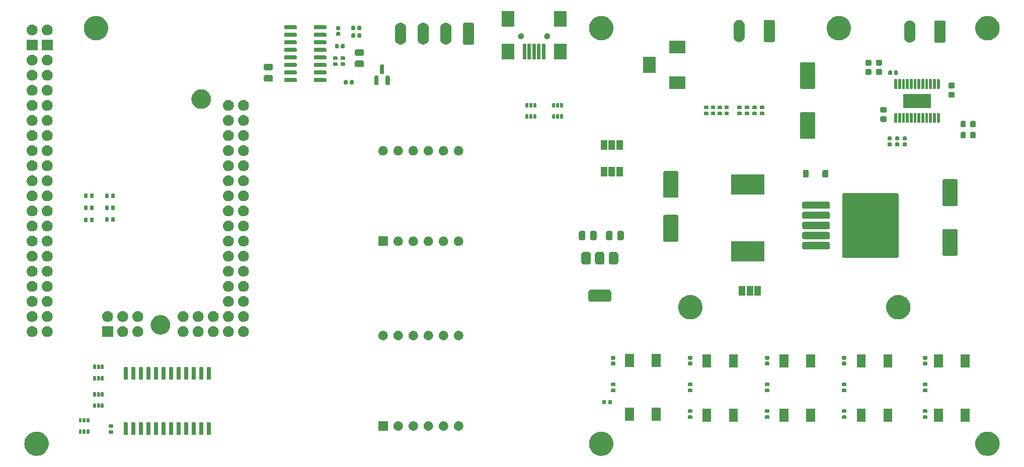
<source format=gts>
G04 #@! TF.GenerationSoftware,KiCad,Pcbnew,8.0.3*
G04 #@! TF.CreationDate,2024-07-06T19:44:18-04:00*
G04 #@! TF.ProjectId,UMTK,554d544b-2e6b-4696-9361-645f70636258,rev?*
G04 #@! TF.SameCoordinates,Original*
G04 #@! TF.FileFunction,Soldermask,Top*
G04 #@! TF.FilePolarity,Negative*
%FSLAX46Y46*%
G04 Gerber Fmt 4.6, Leading zero omitted, Abs format (unit mm)*
G04 Created by KiCad (PCBNEW 8.0.3) date 2024-07-06 19:44:18*
%MOMM*%
%LPD*%
G01*
G04 APERTURE LIST*
G04 APERTURE END LIST*
G36*
X25417085Y-92992878D02*
G01*
X25686503Y-93068365D01*
X25943133Y-93179835D01*
X26182195Y-93325212D01*
X26399234Y-93501786D01*
X26590208Y-93706270D01*
X26751560Y-93934853D01*
X26880283Y-94183278D01*
X26973980Y-94446917D01*
X27030906Y-94720858D01*
X27050000Y-95000000D01*
X27030906Y-95279142D01*
X26973980Y-95553083D01*
X26880283Y-95816722D01*
X26751560Y-96065147D01*
X26590208Y-96293730D01*
X26399234Y-96498214D01*
X26182195Y-96674788D01*
X25943133Y-96820165D01*
X25686503Y-96931635D01*
X25417085Y-97007122D01*
X25139897Y-97045221D01*
X24860103Y-97045221D01*
X24582915Y-97007122D01*
X24313497Y-96931635D01*
X24056867Y-96820165D01*
X23817805Y-96674788D01*
X23600766Y-96498214D01*
X23409792Y-96293730D01*
X23248440Y-96065147D01*
X23119717Y-95816722D01*
X23026020Y-95553083D01*
X22969094Y-95279142D01*
X22950000Y-95000000D01*
X22969094Y-94720858D01*
X23026020Y-94446917D01*
X23119717Y-94183278D01*
X23248440Y-93934853D01*
X23409792Y-93706270D01*
X23600766Y-93501786D01*
X23817805Y-93325212D01*
X24056867Y-93179835D01*
X24313497Y-93068365D01*
X24582915Y-92992878D01*
X24860103Y-92954779D01*
X25139897Y-92954779D01*
X25417085Y-92992878D01*
G37*
G36*
X120417085Y-92992878D02*
G01*
X120686503Y-93068365D01*
X120943133Y-93179835D01*
X121182195Y-93325212D01*
X121399234Y-93501786D01*
X121590208Y-93706270D01*
X121751560Y-93934853D01*
X121880283Y-94183278D01*
X121973980Y-94446917D01*
X122030906Y-94720858D01*
X122050000Y-95000000D01*
X122030906Y-95279142D01*
X121973980Y-95553083D01*
X121880283Y-95816722D01*
X121751560Y-96065147D01*
X121590208Y-96293730D01*
X121399234Y-96498214D01*
X121182195Y-96674788D01*
X120943133Y-96820165D01*
X120686503Y-96931635D01*
X120417085Y-97007122D01*
X120139897Y-97045221D01*
X119860103Y-97045221D01*
X119582915Y-97007122D01*
X119313497Y-96931635D01*
X119056867Y-96820165D01*
X118817805Y-96674788D01*
X118600766Y-96498214D01*
X118409792Y-96293730D01*
X118248440Y-96065147D01*
X118119717Y-95816722D01*
X118026020Y-95553083D01*
X117969094Y-95279142D01*
X117950000Y-95000000D01*
X117969094Y-94720858D01*
X118026020Y-94446917D01*
X118119717Y-94183278D01*
X118248440Y-93934853D01*
X118409792Y-93706270D01*
X118600766Y-93501786D01*
X118817805Y-93325212D01*
X119056867Y-93179835D01*
X119313497Y-93068365D01*
X119582915Y-92992878D01*
X119860103Y-92954779D01*
X120139897Y-92954779D01*
X120417085Y-92992878D01*
G37*
G36*
X185417085Y-92992878D02*
G01*
X185686503Y-93068365D01*
X185943133Y-93179835D01*
X186182195Y-93325212D01*
X186399234Y-93501786D01*
X186590208Y-93706270D01*
X186751560Y-93934853D01*
X186880283Y-94183278D01*
X186973980Y-94446917D01*
X187030906Y-94720858D01*
X187050000Y-95000000D01*
X187030906Y-95279142D01*
X186973980Y-95553083D01*
X186880283Y-95816722D01*
X186751560Y-96065147D01*
X186590208Y-96293730D01*
X186399234Y-96498214D01*
X186182195Y-96674788D01*
X185943133Y-96820165D01*
X185686503Y-96931635D01*
X185417085Y-97007122D01*
X185139897Y-97045221D01*
X184860103Y-97045221D01*
X184582915Y-97007122D01*
X184313497Y-96931635D01*
X184056867Y-96820165D01*
X183817805Y-96674788D01*
X183600766Y-96498214D01*
X183409792Y-96293730D01*
X183248440Y-96065147D01*
X183119717Y-95816722D01*
X183026020Y-95553083D01*
X182969094Y-95279142D01*
X182950000Y-95000000D01*
X182969094Y-94720858D01*
X183026020Y-94446917D01*
X183119717Y-94183278D01*
X183248440Y-93934853D01*
X183409792Y-93706270D01*
X183600766Y-93501786D01*
X183817805Y-93325212D01*
X184056867Y-93179835D01*
X184313497Y-93068365D01*
X184582915Y-92992878D01*
X184860103Y-92954779D01*
X185139897Y-92954779D01*
X185417085Y-92992878D01*
G37*
G36*
X40230537Y-91381224D02*
G01*
X40295421Y-91424579D01*
X40338776Y-91489463D01*
X40354000Y-91566000D01*
X40354000Y-93316000D01*
X40338776Y-93392537D01*
X40295421Y-93457421D01*
X40230537Y-93500776D01*
X40154000Y-93516000D01*
X39854000Y-93516000D01*
X39777463Y-93500776D01*
X39712579Y-93457421D01*
X39669224Y-93392537D01*
X39654000Y-93316000D01*
X39654000Y-91566000D01*
X39669224Y-91489463D01*
X39712579Y-91424579D01*
X39777463Y-91381224D01*
X39854000Y-91366000D01*
X40154000Y-91366000D01*
X40230537Y-91381224D01*
G37*
G36*
X41500537Y-91381224D02*
G01*
X41565421Y-91424579D01*
X41608776Y-91489463D01*
X41624000Y-91566000D01*
X41624000Y-93316000D01*
X41608776Y-93392537D01*
X41565421Y-93457421D01*
X41500537Y-93500776D01*
X41424000Y-93516000D01*
X41124000Y-93516000D01*
X41047463Y-93500776D01*
X40982579Y-93457421D01*
X40939224Y-93392537D01*
X40924000Y-93316000D01*
X40924000Y-91566000D01*
X40939224Y-91489463D01*
X40982579Y-91424579D01*
X41047463Y-91381224D01*
X41124000Y-91366000D01*
X41424000Y-91366000D01*
X41500537Y-91381224D01*
G37*
G36*
X42770537Y-91381224D02*
G01*
X42835421Y-91424579D01*
X42878776Y-91489463D01*
X42894000Y-91566000D01*
X42894000Y-93316000D01*
X42878776Y-93392537D01*
X42835421Y-93457421D01*
X42770537Y-93500776D01*
X42694000Y-93516000D01*
X42394000Y-93516000D01*
X42317463Y-93500776D01*
X42252579Y-93457421D01*
X42209224Y-93392537D01*
X42194000Y-93316000D01*
X42194000Y-91566000D01*
X42209224Y-91489463D01*
X42252579Y-91424579D01*
X42317463Y-91381224D01*
X42394000Y-91366000D01*
X42694000Y-91366000D01*
X42770537Y-91381224D01*
G37*
G36*
X44040537Y-91381224D02*
G01*
X44105421Y-91424579D01*
X44148776Y-91489463D01*
X44164000Y-91566000D01*
X44164000Y-93316000D01*
X44148776Y-93392537D01*
X44105421Y-93457421D01*
X44040537Y-93500776D01*
X43964000Y-93516000D01*
X43664000Y-93516000D01*
X43587463Y-93500776D01*
X43522579Y-93457421D01*
X43479224Y-93392537D01*
X43464000Y-93316000D01*
X43464000Y-91566000D01*
X43479224Y-91489463D01*
X43522579Y-91424579D01*
X43587463Y-91381224D01*
X43664000Y-91366000D01*
X43964000Y-91366000D01*
X44040537Y-91381224D01*
G37*
G36*
X45310537Y-91381224D02*
G01*
X45375421Y-91424579D01*
X45418776Y-91489463D01*
X45434000Y-91566000D01*
X45434000Y-93316000D01*
X45418776Y-93392537D01*
X45375421Y-93457421D01*
X45310537Y-93500776D01*
X45234000Y-93516000D01*
X44934000Y-93516000D01*
X44857463Y-93500776D01*
X44792579Y-93457421D01*
X44749224Y-93392537D01*
X44734000Y-93316000D01*
X44734000Y-91566000D01*
X44749224Y-91489463D01*
X44792579Y-91424579D01*
X44857463Y-91381224D01*
X44934000Y-91366000D01*
X45234000Y-91366000D01*
X45310537Y-91381224D01*
G37*
G36*
X46580537Y-91381224D02*
G01*
X46645421Y-91424579D01*
X46688776Y-91489463D01*
X46704000Y-91566000D01*
X46704000Y-93316000D01*
X46688776Y-93392537D01*
X46645421Y-93457421D01*
X46580537Y-93500776D01*
X46504000Y-93516000D01*
X46204000Y-93516000D01*
X46127463Y-93500776D01*
X46062579Y-93457421D01*
X46019224Y-93392537D01*
X46004000Y-93316000D01*
X46004000Y-91566000D01*
X46019224Y-91489463D01*
X46062579Y-91424579D01*
X46127463Y-91381224D01*
X46204000Y-91366000D01*
X46504000Y-91366000D01*
X46580537Y-91381224D01*
G37*
G36*
X47850537Y-91381224D02*
G01*
X47915421Y-91424579D01*
X47958776Y-91489463D01*
X47974000Y-91566000D01*
X47974000Y-93316000D01*
X47958776Y-93392537D01*
X47915421Y-93457421D01*
X47850537Y-93500776D01*
X47774000Y-93516000D01*
X47474000Y-93516000D01*
X47397463Y-93500776D01*
X47332579Y-93457421D01*
X47289224Y-93392537D01*
X47274000Y-93316000D01*
X47274000Y-91566000D01*
X47289224Y-91489463D01*
X47332579Y-91424579D01*
X47397463Y-91381224D01*
X47474000Y-91366000D01*
X47774000Y-91366000D01*
X47850537Y-91381224D01*
G37*
G36*
X49120537Y-91381224D02*
G01*
X49185421Y-91424579D01*
X49228776Y-91489463D01*
X49244000Y-91566000D01*
X49244000Y-93316000D01*
X49228776Y-93392537D01*
X49185421Y-93457421D01*
X49120537Y-93500776D01*
X49044000Y-93516000D01*
X48744000Y-93516000D01*
X48667463Y-93500776D01*
X48602579Y-93457421D01*
X48559224Y-93392537D01*
X48544000Y-93316000D01*
X48544000Y-91566000D01*
X48559224Y-91489463D01*
X48602579Y-91424579D01*
X48667463Y-91381224D01*
X48744000Y-91366000D01*
X49044000Y-91366000D01*
X49120537Y-91381224D01*
G37*
G36*
X50390537Y-91381224D02*
G01*
X50455421Y-91424579D01*
X50498776Y-91489463D01*
X50514000Y-91566000D01*
X50514000Y-93316000D01*
X50498776Y-93392537D01*
X50455421Y-93457421D01*
X50390537Y-93500776D01*
X50314000Y-93516000D01*
X50014000Y-93516000D01*
X49937463Y-93500776D01*
X49872579Y-93457421D01*
X49829224Y-93392537D01*
X49814000Y-93316000D01*
X49814000Y-91566000D01*
X49829224Y-91489463D01*
X49872579Y-91424579D01*
X49937463Y-91381224D01*
X50014000Y-91366000D01*
X50314000Y-91366000D01*
X50390537Y-91381224D01*
G37*
G36*
X51660537Y-91381224D02*
G01*
X51725421Y-91424579D01*
X51768776Y-91489463D01*
X51784000Y-91566000D01*
X51784000Y-93316000D01*
X51768776Y-93392537D01*
X51725421Y-93457421D01*
X51660537Y-93500776D01*
X51584000Y-93516000D01*
X51284000Y-93516000D01*
X51207463Y-93500776D01*
X51142579Y-93457421D01*
X51099224Y-93392537D01*
X51084000Y-93316000D01*
X51084000Y-91566000D01*
X51099224Y-91489463D01*
X51142579Y-91424579D01*
X51207463Y-91381224D01*
X51284000Y-91366000D01*
X51584000Y-91366000D01*
X51660537Y-91381224D01*
G37*
G36*
X52930537Y-91381224D02*
G01*
X52995421Y-91424579D01*
X53038776Y-91489463D01*
X53054000Y-91566000D01*
X53054000Y-93316000D01*
X53038776Y-93392537D01*
X52995421Y-93457421D01*
X52930537Y-93500776D01*
X52854000Y-93516000D01*
X52554000Y-93516000D01*
X52477463Y-93500776D01*
X52412579Y-93457421D01*
X52369224Y-93392537D01*
X52354000Y-93316000D01*
X52354000Y-91566000D01*
X52369224Y-91489463D01*
X52412579Y-91424579D01*
X52477463Y-91381224D01*
X52554000Y-91366000D01*
X52854000Y-91366000D01*
X52930537Y-91381224D01*
G37*
G36*
X54200537Y-91381224D02*
G01*
X54265421Y-91424579D01*
X54308776Y-91489463D01*
X54324000Y-91566000D01*
X54324000Y-93316000D01*
X54308776Y-93392537D01*
X54265421Y-93457421D01*
X54200537Y-93500776D01*
X54124000Y-93516000D01*
X53824000Y-93516000D01*
X53747463Y-93500776D01*
X53682579Y-93457421D01*
X53639224Y-93392537D01*
X53624000Y-93316000D01*
X53624000Y-91566000D01*
X53639224Y-91489463D01*
X53682579Y-91424579D01*
X53747463Y-91381224D01*
X53824000Y-91366000D01*
X54124000Y-91366000D01*
X54200537Y-91381224D01*
G37*
G36*
X37755796Y-92714082D02*
G01*
X37815815Y-92754185D01*
X37855918Y-92814204D01*
X37870000Y-92885000D01*
X37870000Y-93155000D01*
X37855918Y-93225796D01*
X37815815Y-93285815D01*
X37755796Y-93325918D01*
X37685000Y-93340000D01*
X37315000Y-93340000D01*
X37244204Y-93325918D01*
X37184185Y-93285815D01*
X37144082Y-93225796D01*
X37130000Y-93155000D01*
X37130000Y-92885000D01*
X37144082Y-92814204D01*
X37184185Y-92754185D01*
X37244204Y-92714082D01*
X37315000Y-92700000D01*
X37685000Y-92700000D01*
X37755796Y-92714082D01*
G37*
G36*
X32507403Y-92586418D02*
G01*
X32556066Y-92618934D01*
X32588582Y-92667597D01*
X32600000Y-92725000D01*
X32600000Y-93175000D01*
X32588582Y-93232403D01*
X32556066Y-93281066D01*
X32507403Y-93313582D01*
X32450000Y-93325000D01*
X32250000Y-93325000D01*
X32192597Y-93313582D01*
X32143934Y-93281066D01*
X32111418Y-93232403D01*
X32100000Y-93175000D01*
X32100000Y-92725000D01*
X32111418Y-92667597D01*
X32143934Y-92618934D01*
X32192597Y-92586418D01*
X32250000Y-92575000D01*
X32450000Y-92575000D01*
X32507403Y-92586418D01*
G37*
G36*
X33157403Y-92586418D02*
G01*
X33206066Y-92618934D01*
X33238582Y-92667597D01*
X33250000Y-92725000D01*
X33250000Y-93175000D01*
X33238582Y-93232403D01*
X33206066Y-93281066D01*
X33157403Y-93313582D01*
X33100000Y-93325000D01*
X32900000Y-93325000D01*
X32842597Y-93313582D01*
X32793934Y-93281066D01*
X32761418Y-93232403D01*
X32750000Y-93175000D01*
X32750000Y-92725000D01*
X32761418Y-92667597D01*
X32793934Y-92618934D01*
X32842597Y-92586418D01*
X32900000Y-92575000D01*
X33100000Y-92575000D01*
X33157403Y-92586418D01*
G37*
G36*
X33807403Y-92586418D02*
G01*
X33856066Y-92618934D01*
X33888582Y-92667597D01*
X33900000Y-92725000D01*
X33900000Y-93175000D01*
X33888582Y-93232403D01*
X33856066Y-93281066D01*
X33807403Y-93313582D01*
X33750000Y-93325000D01*
X33550000Y-93325000D01*
X33492597Y-93313582D01*
X33443934Y-93281066D01*
X33411418Y-93232403D01*
X33400000Y-93175000D01*
X33400000Y-92725000D01*
X33411418Y-92667597D01*
X33443934Y-92618934D01*
X33492597Y-92586418D01*
X33550000Y-92575000D01*
X33750000Y-92575000D01*
X33807403Y-92586418D01*
G37*
G36*
X84069134Y-91203806D02*
G01*
X84085355Y-91214645D01*
X84096194Y-91230866D01*
X84100000Y-91250000D01*
X84100000Y-92750000D01*
X84096194Y-92769134D01*
X84085355Y-92785355D01*
X84069134Y-92796194D01*
X84050000Y-92800000D01*
X82550000Y-92800000D01*
X82530866Y-92796194D01*
X82514645Y-92785355D01*
X82503806Y-92769134D01*
X82500000Y-92750000D01*
X82500000Y-91250000D01*
X82503806Y-91230866D01*
X82514645Y-91214645D01*
X82530866Y-91203806D01*
X82550000Y-91200000D01*
X84050000Y-91200000D01*
X84069134Y-91203806D01*
G37*
G36*
X85880107Y-91204519D02*
G01*
X85923607Y-91204519D01*
X85972680Y-91214949D01*
X86018017Y-91220058D01*
X86050982Y-91231592D01*
X86087171Y-91239285D01*
X86139321Y-91262504D01*
X86187107Y-91279225D01*
X86211982Y-91294855D01*
X86239931Y-91307299D01*
X86292042Y-91345160D01*
X86338792Y-91374535D01*
X86355580Y-91391323D01*
X86375211Y-91405586D01*
X86423742Y-91459485D01*
X86465465Y-91501208D01*
X86475061Y-91516481D01*
X86487101Y-91529852D01*
X86528288Y-91601190D01*
X86560775Y-91652893D01*
X86564831Y-91664485D01*
X86570712Y-91674671D01*
X86600829Y-91767361D01*
X86619942Y-91821983D01*
X86620666Y-91828414D01*
X86622383Y-91833697D01*
X86637946Y-91981773D01*
X86640000Y-92000000D01*
X86637946Y-92018228D01*
X86622383Y-92166302D01*
X86620666Y-92171583D01*
X86619942Y-92178017D01*
X86600824Y-92232651D01*
X86570712Y-92325328D01*
X86564832Y-92335512D01*
X86560775Y-92347107D01*
X86528280Y-92398820D01*
X86487101Y-92470147D01*
X86475063Y-92483515D01*
X86465465Y-92498792D01*
X86423733Y-92540523D01*
X86375211Y-92594413D01*
X86355584Y-92608672D01*
X86338792Y-92625465D01*
X86292032Y-92654846D01*
X86239931Y-92692700D01*
X86211988Y-92705141D01*
X86187107Y-92720775D01*
X86139310Y-92737499D01*
X86087171Y-92760714D01*
X86050987Y-92768405D01*
X86018017Y-92779942D01*
X85972677Y-92785050D01*
X85923607Y-92795481D01*
X85880107Y-92795481D01*
X85840000Y-92800000D01*
X85799893Y-92795481D01*
X85756393Y-92795481D01*
X85707321Y-92785050D01*
X85661983Y-92779942D01*
X85629013Y-92768405D01*
X85592828Y-92760714D01*
X85540684Y-92737497D01*
X85492893Y-92720775D01*
X85468014Y-92705142D01*
X85440068Y-92692700D01*
X85387960Y-92654841D01*
X85341208Y-92625465D01*
X85324418Y-92608675D01*
X85304788Y-92594413D01*
X85256256Y-92540513D01*
X85214535Y-92498792D01*
X85204938Y-92483519D01*
X85192898Y-92470147D01*
X85151706Y-92398801D01*
X85119225Y-92347107D01*
X85115169Y-92335516D01*
X85109287Y-92325328D01*
X85079161Y-92232611D01*
X85060058Y-92178017D01*
X85059333Y-92171588D01*
X85057616Y-92166302D01*
X85042038Y-92018096D01*
X85040000Y-92000000D01*
X85042038Y-91981905D01*
X85057616Y-91833697D01*
X85059333Y-91828410D01*
X85060058Y-91821983D01*
X85079156Y-91767401D01*
X85109287Y-91674671D01*
X85115170Y-91664480D01*
X85119225Y-91652893D01*
X85151699Y-91601209D01*
X85192898Y-91529852D01*
X85204940Y-91516477D01*
X85214535Y-91501208D01*
X85256247Y-91459495D01*
X85304788Y-91405586D01*
X85324421Y-91391321D01*
X85341208Y-91374535D01*
X85387954Y-91345162D01*
X85440069Y-91307299D01*
X85468017Y-91294855D01*
X85492893Y-91279225D01*
X85540675Y-91262505D01*
X85592828Y-91239285D01*
X85629019Y-91231592D01*
X85661983Y-91220058D01*
X85707318Y-91214949D01*
X85756393Y-91204519D01*
X85799893Y-91204519D01*
X85840000Y-91200000D01*
X85880107Y-91204519D01*
G37*
G36*
X88420107Y-91204519D02*
G01*
X88463607Y-91204519D01*
X88512680Y-91214949D01*
X88558017Y-91220058D01*
X88590982Y-91231592D01*
X88627171Y-91239285D01*
X88679321Y-91262504D01*
X88727107Y-91279225D01*
X88751982Y-91294855D01*
X88779931Y-91307299D01*
X88832042Y-91345160D01*
X88878792Y-91374535D01*
X88895580Y-91391323D01*
X88915211Y-91405586D01*
X88963742Y-91459485D01*
X89005465Y-91501208D01*
X89015061Y-91516481D01*
X89027101Y-91529852D01*
X89068288Y-91601190D01*
X89100775Y-91652893D01*
X89104831Y-91664485D01*
X89110712Y-91674671D01*
X89140829Y-91767361D01*
X89159942Y-91821983D01*
X89160666Y-91828414D01*
X89162383Y-91833697D01*
X89177946Y-91981773D01*
X89180000Y-92000000D01*
X89177946Y-92018228D01*
X89162383Y-92166302D01*
X89160666Y-92171583D01*
X89159942Y-92178017D01*
X89140824Y-92232651D01*
X89110712Y-92325328D01*
X89104832Y-92335512D01*
X89100775Y-92347107D01*
X89068280Y-92398820D01*
X89027101Y-92470147D01*
X89015063Y-92483515D01*
X89005465Y-92498792D01*
X88963733Y-92540523D01*
X88915211Y-92594413D01*
X88895584Y-92608672D01*
X88878792Y-92625465D01*
X88832032Y-92654846D01*
X88779931Y-92692700D01*
X88751988Y-92705141D01*
X88727107Y-92720775D01*
X88679310Y-92737499D01*
X88627171Y-92760714D01*
X88590987Y-92768405D01*
X88558017Y-92779942D01*
X88512677Y-92785050D01*
X88463607Y-92795481D01*
X88420107Y-92795481D01*
X88380000Y-92800000D01*
X88339893Y-92795481D01*
X88296393Y-92795481D01*
X88247321Y-92785050D01*
X88201983Y-92779942D01*
X88169013Y-92768405D01*
X88132828Y-92760714D01*
X88080684Y-92737497D01*
X88032893Y-92720775D01*
X88008014Y-92705142D01*
X87980068Y-92692700D01*
X87927960Y-92654841D01*
X87881208Y-92625465D01*
X87864418Y-92608675D01*
X87844788Y-92594413D01*
X87796256Y-92540513D01*
X87754535Y-92498792D01*
X87744938Y-92483519D01*
X87732898Y-92470147D01*
X87691706Y-92398801D01*
X87659225Y-92347107D01*
X87655169Y-92335516D01*
X87649287Y-92325328D01*
X87619161Y-92232611D01*
X87600058Y-92178017D01*
X87599333Y-92171588D01*
X87597616Y-92166302D01*
X87582038Y-92018096D01*
X87580000Y-92000000D01*
X87582038Y-91981905D01*
X87597616Y-91833697D01*
X87599333Y-91828410D01*
X87600058Y-91821983D01*
X87619156Y-91767401D01*
X87649287Y-91674671D01*
X87655170Y-91664480D01*
X87659225Y-91652893D01*
X87691699Y-91601209D01*
X87732898Y-91529852D01*
X87744940Y-91516477D01*
X87754535Y-91501208D01*
X87796247Y-91459495D01*
X87844788Y-91405586D01*
X87864421Y-91391321D01*
X87881208Y-91374535D01*
X87927954Y-91345162D01*
X87980069Y-91307299D01*
X88008017Y-91294855D01*
X88032893Y-91279225D01*
X88080675Y-91262505D01*
X88132828Y-91239285D01*
X88169019Y-91231592D01*
X88201983Y-91220058D01*
X88247318Y-91214949D01*
X88296393Y-91204519D01*
X88339893Y-91204519D01*
X88380000Y-91200000D01*
X88420107Y-91204519D01*
G37*
G36*
X90960107Y-91204519D02*
G01*
X91003607Y-91204519D01*
X91052680Y-91214949D01*
X91098017Y-91220058D01*
X91130982Y-91231592D01*
X91167171Y-91239285D01*
X91219321Y-91262504D01*
X91267107Y-91279225D01*
X91291982Y-91294855D01*
X91319931Y-91307299D01*
X91372042Y-91345160D01*
X91418792Y-91374535D01*
X91435580Y-91391323D01*
X91455211Y-91405586D01*
X91503742Y-91459485D01*
X91545465Y-91501208D01*
X91555061Y-91516481D01*
X91567101Y-91529852D01*
X91608288Y-91601190D01*
X91640775Y-91652893D01*
X91644831Y-91664485D01*
X91650712Y-91674671D01*
X91680829Y-91767361D01*
X91699942Y-91821983D01*
X91700666Y-91828414D01*
X91702383Y-91833697D01*
X91717946Y-91981773D01*
X91720000Y-92000000D01*
X91717946Y-92018228D01*
X91702383Y-92166302D01*
X91700666Y-92171583D01*
X91699942Y-92178017D01*
X91680824Y-92232651D01*
X91650712Y-92325328D01*
X91644832Y-92335512D01*
X91640775Y-92347107D01*
X91608280Y-92398820D01*
X91567101Y-92470147D01*
X91555063Y-92483515D01*
X91545465Y-92498792D01*
X91503733Y-92540523D01*
X91455211Y-92594413D01*
X91435584Y-92608672D01*
X91418792Y-92625465D01*
X91372032Y-92654846D01*
X91319931Y-92692700D01*
X91291988Y-92705141D01*
X91267107Y-92720775D01*
X91219310Y-92737499D01*
X91167171Y-92760714D01*
X91130987Y-92768405D01*
X91098017Y-92779942D01*
X91052677Y-92785050D01*
X91003607Y-92795481D01*
X90960107Y-92795481D01*
X90920000Y-92800000D01*
X90879893Y-92795481D01*
X90836393Y-92795481D01*
X90787321Y-92785050D01*
X90741983Y-92779942D01*
X90709013Y-92768405D01*
X90672828Y-92760714D01*
X90620684Y-92737497D01*
X90572893Y-92720775D01*
X90548014Y-92705142D01*
X90520068Y-92692700D01*
X90467960Y-92654841D01*
X90421208Y-92625465D01*
X90404418Y-92608675D01*
X90384788Y-92594413D01*
X90336256Y-92540513D01*
X90294535Y-92498792D01*
X90284938Y-92483519D01*
X90272898Y-92470147D01*
X90231706Y-92398801D01*
X90199225Y-92347107D01*
X90195169Y-92335516D01*
X90189287Y-92325328D01*
X90159161Y-92232611D01*
X90140058Y-92178017D01*
X90139333Y-92171588D01*
X90137616Y-92166302D01*
X90122038Y-92018096D01*
X90120000Y-92000000D01*
X90122038Y-91981905D01*
X90137616Y-91833697D01*
X90139333Y-91828410D01*
X90140058Y-91821983D01*
X90159156Y-91767401D01*
X90189287Y-91674671D01*
X90195170Y-91664480D01*
X90199225Y-91652893D01*
X90231699Y-91601209D01*
X90272898Y-91529852D01*
X90284940Y-91516477D01*
X90294535Y-91501208D01*
X90336247Y-91459495D01*
X90384788Y-91405586D01*
X90404421Y-91391321D01*
X90421208Y-91374535D01*
X90467954Y-91345162D01*
X90520069Y-91307299D01*
X90548017Y-91294855D01*
X90572893Y-91279225D01*
X90620675Y-91262505D01*
X90672828Y-91239285D01*
X90709019Y-91231592D01*
X90741983Y-91220058D01*
X90787318Y-91214949D01*
X90836393Y-91204519D01*
X90879893Y-91204519D01*
X90920000Y-91200000D01*
X90960107Y-91204519D01*
G37*
G36*
X93500107Y-91204519D02*
G01*
X93543607Y-91204519D01*
X93592680Y-91214949D01*
X93638017Y-91220058D01*
X93670982Y-91231592D01*
X93707171Y-91239285D01*
X93759321Y-91262504D01*
X93807107Y-91279225D01*
X93831982Y-91294855D01*
X93859931Y-91307299D01*
X93912042Y-91345160D01*
X93958792Y-91374535D01*
X93975580Y-91391323D01*
X93995211Y-91405586D01*
X94043742Y-91459485D01*
X94085465Y-91501208D01*
X94095061Y-91516481D01*
X94107101Y-91529852D01*
X94148288Y-91601190D01*
X94180775Y-91652893D01*
X94184831Y-91664485D01*
X94190712Y-91674671D01*
X94220829Y-91767361D01*
X94239942Y-91821983D01*
X94240666Y-91828414D01*
X94242383Y-91833697D01*
X94257946Y-91981773D01*
X94260000Y-92000000D01*
X94257946Y-92018228D01*
X94242383Y-92166302D01*
X94240666Y-92171583D01*
X94239942Y-92178017D01*
X94220824Y-92232651D01*
X94190712Y-92325328D01*
X94184832Y-92335512D01*
X94180775Y-92347107D01*
X94148280Y-92398820D01*
X94107101Y-92470147D01*
X94095063Y-92483515D01*
X94085465Y-92498792D01*
X94043733Y-92540523D01*
X93995211Y-92594413D01*
X93975584Y-92608672D01*
X93958792Y-92625465D01*
X93912032Y-92654846D01*
X93859931Y-92692700D01*
X93831988Y-92705141D01*
X93807107Y-92720775D01*
X93759310Y-92737499D01*
X93707171Y-92760714D01*
X93670987Y-92768405D01*
X93638017Y-92779942D01*
X93592677Y-92785050D01*
X93543607Y-92795481D01*
X93500107Y-92795481D01*
X93460000Y-92800000D01*
X93419893Y-92795481D01*
X93376393Y-92795481D01*
X93327321Y-92785050D01*
X93281983Y-92779942D01*
X93249013Y-92768405D01*
X93212828Y-92760714D01*
X93160684Y-92737497D01*
X93112893Y-92720775D01*
X93088014Y-92705142D01*
X93060068Y-92692700D01*
X93007960Y-92654841D01*
X92961208Y-92625465D01*
X92944418Y-92608675D01*
X92924788Y-92594413D01*
X92876256Y-92540513D01*
X92834535Y-92498792D01*
X92824938Y-92483519D01*
X92812898Y-92470147D01*
X92771706Y-92398801D01*
X92739225Y-92347107D01*
X92735169Y-92335516D01*
X92729287Y-92325328D01*
X92699161Y-92232611D01*
X92680058Y-92178017D01*
X92679333Y-92171588D01*
X92677616Y-92166302D01*
X92662038Y-92018096D01*
X92660000Y-92000000D01*
X92662038Y-91981905D01*
X92677616Y-91833697D01*
X92679333Y-91828410D01*
X92680058Y-91821983D01*
X92699156Y-91767401D01*
X92729287Y-91674671D01*
X92735170Y-91664480D01*
X92739225Y-91652893D01*
X92771699Y-91601209D01*
X92812898Y-91529852D01*
X92824940Y-91516477D01*
X92834535Y-91501208D01*
X92876247Y-91459495D01*
X92924788Y-91405586D01*
X92944421Y-91391321D01*
X92961208Y-91374535D01*
X93007954Y-91345162D01*
X93060069Y-91307299D01*
X93088017Y-91294855D01*
X93112893Y-91279225D01*
X93160675Y-91262505D01*
X93212828Y-91239285D01*
X93249019Y-91231592D01*
X93281983Y-91220058D01*
X93327318Y-91214949D01*
X93376393Y-91204519D01*
X93419893Y-91204519D01*
X93460000Y-91200000D01*
X93500107Y-91204519D01*
G37*
G36*
X96040107Y-91204519D02*
G01*
X96083607Y-91204519D01*
X96132680Y-91214949D01*
X96178017Y-91220058D01*
X96210982Y-91231592D01*
X96247171Y-91239285D01*
X96299321Y-91262504D01*
X96347107Y-91279225D01*
X96371982Y-91294855D01*
X96399931Y-91307299D01*
X96452042Y-91345160D01*
X96498792Y-91374535D01*
X96515580Y-91391323D01*
X96535211Y-91405586D01*
X96583742Y-91459485D01*
X96625465Y-91501208D01*
X96635061Y-91516481D01*
X96647101Y-91529852D01*
X96688288Y-91601190D01*
X96720775Y-91652893D01*
X96724831Y-91664485D01*
X96730712Y-91674671D01*
X96760829Y-91767361D01*
X96779942Y-91821983D01*
X96780666Y-91828414D01*
X96782383Y-91833697D01*
X96797946Y-91981773D01*
X96800000Y-92000000D01*
X96797946Y-92018228D01*
X96782383Y-92166302D01*
X96780666Y-92171583D01*
X96779942Y-92178017D01*
X96760824Y-92232651D01*
X96730712Y-92325328D01*
X96724832Y-92335512D01*
X96720775Y-92347107D01*
X96688280Y-92398820D01*
X96647101Y-92470147D01*
X96635063Y-92483515D01*
X96625465Y-92498792D01*
X96583733Y-92540523D01*
X96535211Y-92594413D01*
X96515584Y-92608672D01*
X96498792Y-92625465D01*
X96452032Y-92654846D01*
X96399931Y-92692700D01*
X96371988Y-92705141D01*
X96347107Y-92720775D01*
X96299310Y-92737499D01*
X96247171Y-92760714D01*
X96210987Y-92768405D01*
X96178017Y-92779942D01*
X96132677Y-92785050D01*
X96083607Y-92795481D01*
X96040107Y-92795481D01*
X96000000Y-92800000D01*
X95959893Y-92795481D01*
X95916393Y-92795481D01*
X95867321Y-92785050D01*
X95821983Y-92779942D01*
X95789013Y-92768405D01*
X95752828Y-92760714D01*
X95700684Y-92737497D01*
X95652893Y-92720775D01*
X95628014Y-92705142D01*
X95600068Y-92692700D01*
X95547960Y-92654841D01*
X95501208Y-92625465D01*
X95484418Y-92608675D01*
X95464788Y-92594413D01*
X95416256Y-92540513D01*
X95374535Y-92498792D01*
X95364938Y-92483519D01*
X95352898Y-92470147D01*
X95311706Y-92398801D01*
X95279225Y-92347107D01*
X95275169Y-92335516D01*
X95269287Y-92325328D01*
X95239161Y-92232611D01*
X95220058Y-92178017D01*
X95219333Y-92171588D01*
X95217616Y-92166302D01*
X95202038Y-92018096D01*
X95200000Y-92000000D01*
X95202038Y-91981905D01*
X95217616Y-91833697D01*
X95219333Y-91828410D01*
X95220058Y-91821983D01*
X95239156Y-91767401D01*
X95269287Y-91674671D01*
X95275170Y-91664480D01*
X95279225Y-91652893D01*
X95311699Y-91601209D01*
X95352898Y-91529852D01*
X95364940Y-91516477D01*
X95374535Y-91501208D01*
X95416247Y-91459495D01*
X95464788Y-91405586D01*
X95484421Y-91391321D01*
X95501208Y-91374535D01*
X95547954Y-91345162D01*
X95600069Y-91307299D01*
X95628017Y-91294855D01*
X95652893Y-91279225D01*
X95700675Y-91262505D01*
X95752828Y-91239285D01*
X95789019Y-91231592D01*
X95821983Y-91220058D01*
X95867318Y-91214949D01*
X95916393Y-91204519D01*
X95959893Y-91204519D01*
X96000000Y-91200000D01*
X96040107Y-91204519D01*
G37*
G36*
X37755796Y-91694082D02*
G01*
X37815815Y-91734185D01*
X37855918Y-91794204D01*
X37870000Y-91865000D01*
X37870000Y-92135000D01*
X37855918Y-92205796D01*
X37815815Y-92265815D01*
X37755796Y-92305918D01*
X37685000Y-92320000D01*
X37315000Y-92320000D01*
X37244204Y-92305918D01*
X37184185Y-92265815D01*
X37144082Y-92205796D01*
X37130000Y-92135000D01*
X37130000Y-91865000D01*
X37144082Y-91794204D01*
X37184185Y-91734185D01*
X37244204Y-91694082D01*
X37315000Y-91680000D01*
X37685000Y-91680000D01*
X37755796Y-91694082D01*
G37*
G36*
X32507403Y-90686418D02*
G01*
X32556066Y-90718934D01*
X32588582Y-90767597D01*
X32600000Y-90825000D01*
X32600000Y-91275000D01*
X32588582Y-91332403D01*
X32556066Y-91381066D01*
X32507403Y-91413582D01*
X32450000Y-91425000D01*
X32250000Y-91425000D01*
X32192597Y-91413582D01*
X32143934Y-91381066D01*
X32111418Y-91332403D01*
X32100000Y-91275000D01*
X32100000Y-90825000D01*
X32111418Y-90767597D01*
X32143934Y-90718934D01*
X32192597Y-90686418D01*
X32250000Y-90675000D01*
X32450000Y-90675000D01*
X32507403Y-90686418D01*
G37*
G36*
X33157403Y-90686418D02*
G01*
X33206066Y-90718934D01*
X33238582Y-90767597D01*
X33250000Y-90825000D01*
X33250000Y-91275000D01*
X33238582Y-91332403D01*
X33206066Y-91381066D01*
X33157403Y-91413582D01*
X33100000Y-91425000D01*
X32900000Y-91425000D01*
X32842597Y-91413582D01*
X32793934Y-91381066D01*
X32761418Y-91332403D01*
X32750000Y-91275000D01*
X32750000Y-90825000D01*
X32761418Y-90767597D01*
X32793934Y-90718934D01*
X32842597Y-90686418D01*
X32900000Y-90675000D01*
X33100000Y-90675000D01*
X33157403Y-90686418D01*
G37*
G36*
X33807403Y-90686418D02*
G01*
X33856066Y-90718934D01*
X33888582Y-90767597D01*
X33900000Y-90825000D01*
X33900000Y-91275000D01*
X33888582Y-91332403D01*
X33856066Y-91381066D01*
X33807403Y-91413582D01*
X33750000Y-91425000D01*
X33550000Y-91425000D01*
X33492597Y-91413582D01*
X33443934Y-91381066D01*
X33411418Y-91332403D01*
X33400000Y-91275000D01*
X33400000Y-90825000D01*
X33411418Y-90767597D01*
X33443934Y-90718934D01*
X33492597Y-90686418D01*
X33550000Y-90675000D01*
X33750000Y-90675000D01*
X33807403Y-90686418D01*
G37*
G36*
X138469134Y-89078806D02*
G01*
X138485355Y-89089645D01*
X138496194Y-89105866D01*
X138500000Y-89125000D01*
X138500000Y-91225000D01*
X138496194Y-91244134D01*
X138485355Y-91260355D01*
X138469134Y-91271194D01*
X138450000Y-91275000D01*
X137050000Y-91275000D01*
X137030866Y-91271194D01*
X137014645Y-91260355D01*
X137003806Y-91244134D01*
X137000000Y-91225000D01*
X137000000Y-89125000D01*
X137003806Y-89105866D01*
X137014645Y-89089645D01*
X137030866Y-89078806D01*
X137050000Y-89075000D01*
X138450000Y-89075000D01*
X138469134Y-89078806D01*
G37*
G36*
X142969134Y-89078806D02*
G01*
X142985355Y-89089645D01*
X142996194Y-89105866D01*
X143000000Y-89125000D01*
X143000000Y-91225000D01*
X142996194Y-91244134D01*
X142985355Y-91260355D01*
X142969134Y-91271194D01*
X142950000Y-91275000D01*
X141550000Y-91275000D01*
X141530866Y-91271194D01*
X141514645Y-91260355D01*
X141503806Y-91244134D01*
X141500000Y-91225000D01*
X141500000Y-89125000D01*
X141503806Y-89105866D01*
X141514645Y-89089645D01*
X141530866Y-89078806D01*
X141550000Y-89075000D01*
X142950000Y-89075000D01*
X142969134Y-89078806D01*
G37*
G36*
X151469134Y-89078806D02*
G01*
X151485355Y-89089645D01*
X151496194Y-89105866D01*
X151500000Y-89125000D01*
X151500000Y-91225000D01*
X151496194Y-91244134D01*
X151485355Y-91260355D01*
X151469134Y-91271194D01*
X151450000Y-91275000D01*
X150050000Y-91275000D01*
X150030866Y-91271194D01*
X150014645Y-91260355D01*
X150003806Y-91244134D01*
X150000000Y-91225000D01*
X150000000Y-89125000D01*
X150003806Y-89105866D01*
X150014645Y-89089645D01*
X150030866Y-89078806D01*
X150050000Y-89075000D01*
X151450000Y-89075000D01*
X151469134Y-89078806D01*
G37*
G36*
X155969134Y-89078806D02*
G01*
X155985355Y-89089645D01*
X155996194Y-89105866D01*
X156000000Y-89125000D01*
X156000000Y-91225000D01*
X155996194Y-91244134D01*
X155985355Y-91260355D01*
X155969134Y-91271194D01*
X155950000Y-91275000D01*
X154550000Y-91275000D01*
X154530866Y-91271194D01*
X154514645Y-91260355D01*
X154503806Y-91244134D01*
X154500000Y-91225000D01*
X154500000Y-89125000D01*
X154503806Y-89105866D01*
X154514645Y-89089645D01*
X154530866Y-89078806D01*
X154550000Y-89075000D01*
X155950000Y-89075000D01*
X155969134Y-89078806D01*
G37*
G36*
X164469134Y-89078806D02*
G01*
X164485355Y-89089645D01*
X164496194Y-89105866D01*
X164500000Y-89125000D01*
X164500000Y-91225000D01*
X164496194Y-91244134D01*
X164485355Y-91260355D01*
X164469134Y-91271194D01*
X164450000Y-91275000D01*
X163050000Y-91275000D01*
X163030866Y-91271194D01*
X163014645Y-91260355D01*
X163003806Y-91244134D01*
X163000000Y-91225000D01*
X163000000Y-89125000D01*
X163003806Y-89105866D01*
X163014645Y-89089645D01*
X163030866Y-89078806D01*
X163050000Y-89075000D01*
X164450000Y-89075000D01*
X164469134Y-89078806D01*
G37*
G36*
X168969134Y-89078806D02*
G01*
X168985355Y-89089645D01*
X168996194Y-89105866D01*
X169000000Y-89125000D01*
X169000000Y-91225000D01*
X168996194Y-91244134D01*
X168985355Y-91260355D01*
X168969134Y-91271194D01*
X168950000Y-91275000D01*
X167550000Y-91275000D01*
X167530866Y-91271194D01*
X167514645Y-91260355D01*
X167503806Y-91244134D01*
X167500000Y-91225000D01*
X167500000Y-89125000D01*
X167503806Y-89105866D01*
X167514645Y-89089645D01*
X167530866Y-89078806D01*
X167550000Y-89075000D01*
X168950000Y-89075000D01*
X168969134Y-89078806D01*
G37*
G36*
X177469134Y-89078806D02*
G01*
X177485355Y-89089645D01*
X177496194Y-89105866D01*
X177500000Y-89125000D01*
X177500000Y-91225000D01*
X177496194Y-91244134D01*
X177485355Y-91260355D01*
X177469134Y-91271194D01*
X177450000Y-91275000D01*
X176050000Y-91275000D01*
X176030866Y-91271194D01*
X176014645Y-91260355D01*
X176003806Y-91244134D01*
X176000000Y-91225000D01*
X176000000Y-89125000D01*
X176003806Y-89105866D01*
X176014645Y-89089645D01*
X176030866Y-89078806D01*
X176050000Y-89075000D01*
X177450000Y-89075000D01*
X177469134Y-89078806D01*
G37*
G36*
X181969134Y-89078806D02*
G01*
X181985355Y-89089645D01*
X181996194Y-89105866D01*
X182000000Y-89125000D01*
X182000000Y-91225000D01*
X181996194Y-91244134D01*
X181985355Y-91260355D01*
X181969134Y-91271194D01*
X181950000Y-91275000D01*
X180550000Y-91275000D01*
X180530866Y-91271194D01*
X180514645Y-91260355D01*
X180503806Y-91244134D01*
X180500000Y-91225000D01*
X180500000Y-89125000D01*
X180503806Y-89105866D01*
X180514645Y-89089645D01*
X180530866Y-89078806D01*
X180550000Y-89075000D01*
X181950000Y-89075000D01*
X181969134Y-89078806D01*
G37*
G36*
X125469134Y-88953806D02*
G01*
X125485355Y-88964645D01*
X125496194Y-88980866D01*
X125500000Y-89000000D01*
X125500000Y-91100000D01*
X125496194Y-91119134D01*
X125485355Y-91135355D01*
X125469134Y-91146194D01*
X125450000Y-91150000D01*
X124050000Y-91150000D01*
X124030866Y-91146194D01*
X124014645Y-91135355D01*
X124003806Y-91119134D01*
X124000000Y-91100000D01*
X124000000Y-89000000D01*
X124003806Y-88980866D01*
X124014645Y-88964645D01*
X124030866Y-88953806D01*
X124050000Y-88950000D01*
X125450000Y-88950000D01*
X125469134Y-88953806D01*
G37*
G36*
X129969134Y-88953806D02*
G01*
X129985355Y-88964645D01*
X129996194Y-88980866D01*
X130000000Y-89000000D01*
X130000000Y-91100000D01*
X129996194Y-91119134D01*
X129985355Y-91135355D01*
X129969134Y-91146194D01*
X129950000Y-91150000D01*
X128550000Y-91150000D01*
X128530866Y-91146194D01*
X128514645Y-91135355D01*
X128503806Y-91119134D01*
X128500000Y-91100000D01*
X128500000Y-89000000D01*
X128503806Y-88980866D01*
X128514645Y-88964645D01*
X128530866Y-88953806D01*
X128550000Y-88950000D01*
X129950000Y-88950000D01*
X129969134Y-88953806D01*
G37*
G36*
X135216448Y-90204082D02*
G01*
X135276467Y-90244185D01*
X135316570Y-90304204D01*
X135330652Y-90375000D01*
X135330652Y-90645000D01*
X135316570Y-90715796D01*
X135276467Y-90775815D01*
X135216448Y-90815918D01*
X135145652Y-90830000D01*
X134775652Y-90830000D01*
X134704856Y-90815918D01*
X134644837Y-90775815D01*
X134604734Y-90715796D01*
X134590652Y-90645000D01*
X134590652Y-90375000D01*
X134604734Y-90304204D01*
X134644837Y-90244185D01*
X134704856Y-90204082D01*
X134775652Y-90190000D01*
X135145652Y-90190000D01*
X135216448Y-90204082D01*
G37*
G36*
X148177100Y-90204082D02*
G01*
X148237119Y-90244185D01*
X148277222Y-90304204D01*
X148291304Y-90375000D01*
X148291304Y-90645000D01*
X148277222Y-90715796D01*
X148237119Y-90775815D01*
X148177100Y-90815918D01*
X148106304Y-90830000D01*
X147736304Y-90830000D01*
X147665508Y-90815918D01*
X147605489Y-90775815D01*
X147565386Y-90715796D01*
X147551304Y-90645000D01*
X147551304Y-90375000D01*
X147565386Y-90304204D01*
X147605489Y-90244185D01*
X147665508Y-90204082D01*
X147736304Y-90190000D01*
X148106304Y-90190000D01*
X148177100Y-90204082D01*
G37*
G36*
X161137752Y-90204082D02*
G01*
X161197771Y-90244185D01*
X161237874Y-90304204D01*
X161251956Y-90375000D01*
X161251956Y-90645000D01*
X161237874Y-90715796D01*
X161197771Y-90775815D01*
X161137752Y-90815918D01*
X161066956Y-90830000D01*
X160696956Y-90830000D01*
X160626160Y-90815918D01*
X160566141Y-90775815D01*
X160526038Y-90715796D01*
X160511956Y-90645000D01*
X160511956Y-90375000D01*
X160526038Y-90304204D01*
X160566141Y-90244185D01*
X160626160Y-90204082D01*
X160696956Y-90190000D01*
X161066956Y-90190000D01*
X161137752Y-90204082D01*
G37*
G36*
X174755796Y-90204082D02*
G01*
X174815815Y-90244185D01*
X174855918Y-90304204D01*
X174870000Y-90375000D01*
X174870000Y-90645000D01*
X174855918Y-90715796D01*
X174815815Y-90775815D01*
X174755796Y-90815918D01*
X174685000Y-90830000D01*
X174315000Y-90830000D01*
X174244204Y-90815918D01*
X174184185Y-90775815D01*
X174144082Y-90715796D01*
X174130000Y-90645000D01*
X174130000Y-90375000D01*
X174144082Y-90304204D01*
X174184185Y-90244185D01*
X174244204Y-90204082D01*
X174315000Y-90190000D01*
X174685000Y-90190000D01*
X174755796Y-90204082D01*
G37*
G36*
X135216448Y-89184082D02*
G01*
X135276467Y-89224185D01*
X135316570Y-89284204D01*
X135330652Y-89355000D01*
X135330652Y-89625000D01*
X135316570Y-89695796D01*
X135276467Y-89755815D01*
X135216448Y-89795918D01*
X135145652Y-89810000D01*
X134775652Y-89810000D01*
X134704856Y-89795918D01*
X134644837Y-89755815D01*
X134604734Y-89695796D01*
X134590652Y-89625000D01*
X134590652Y-89355000D01*
X134604734Y-89284204D01*
X134644837Y-89224185D01*
X134704856Y-89184082D01*
X134775652Y-89170000D01*
X135145652Y-89170000D01*
X135216448Y-89184082D01*
G37*
G36*
X148177100Y-89184082D02*
G01*
X148237119Y-89224185D01*
X148277222Y-89284204D01*
X148291304Y-89355000D01*
X148291304Y-89625000D01*
X148277222Y-89695796D01*
X148237119Y-89755815D01*
X148177100Y-89795918D01*
X148106304Y-89810000D01*
X147736304Y-89810000D01*
X147665508Y-89795918D01*
X147605489Y-89755815D01*
X147565386Y-89695796D01*
X147551304Y-89625000D01*
X147551304Y-89355000D01*
X147565386Y-89284204D01*
X147605489Y-89224185D01*
X147665508Y-89184082D01*
X147736304Y-89170000D01*
X148106304Y-89170000D01*
X148177100Y-89184082D01*
G37*
G36*
X161137752Y-89184082D02*
G01*
X161197771Y-89224185D01*
X161237874Y-89284204D01*
X161251956Y-89355000D01*
X161251956Y-89625000D01*
X161237874Y-89695796D01*
X161197771Y-89755815D01*
X161137752Y-89795918D01*
X161066956Y-89810000D01*
X160696956Y-89810000D01*
X160626160Y-89795918D01*
X160566141Y-89755815D01*
X160526038Y-89695796D01*
X160511956Y-89625000D01*
X160511956Y-89355000D01*
X160526038Y-89284204D01*
X160566141Y-89224185D01*
X160626160Y-89184082D01*
X160696956Y-89170000D01*
X161066956Y-89170000D01*
X161137752Y-89184082D01*
G37*
G36*
X174755796Y-89184082D02*
G01*
X174815815Y-89224185D01*
X174855918Y-89284204D01*
X174870000Y-89355000D01*
X174870000Y-89625000D01*
X174855918Y-89695796D01*
X174815815Y-89755815D01*
X174755796Y-89795918D01*
X174685000Y-89810000D01*
X174315000Y-89810000D01*
X174244204Y-89795918D01*
X174184185Y-89755815D01*
X174144082Y-89695796D01*
X174130000Y-89625000D01*
X174130000Y-89355000D01*
X174144082Y-89284204D01*
X174184185Y-89224185D01*
X174244204Y-89184082D01*
X174315000Y-89170000D01*
X174685000Y-89170000D01*
X174755796Y-89184082D01*
G37*
G36*
X34913403Y-88211418D02*
G01*
X34962066Y-88243934D01*
X34994582Y-88292597D01*
X35006000Y-88350000D01*
X35006000Y-88800000D01*
X34994582Y-88857403D01*
X34962066Y-88906066D01*
X34913403Y-88938582D01*
X34856000Y-88950000D01*
X34656000Y-88950000D01*
X34598597Y-88938582D01*
X34549934Y-88906066D01*
X34517418Y-88857403D01*
X34506000Y-88800000D01*
X34506000Y-88350000D01*
X34517418Y-88292597D01*
X34549934Y-88243934D01*
X34598597Y-88211418D01*
X34656000Y-88200000D01*
X34856000Y-88200000D01*
X34913403Y-88211418D01*
G37*
G36*
X35563403Y-88211418D02*
G01*
X35612066Y-88243934D01*
X35644582Y-88292597D01*
X35656000Y-88350000D01*
X35656000Y-88800000D01*
X35644582Y-88857403D01*
X35612066Y-88906066D01*
X35563403Y-88938582D01*
X35506000Y-88950000D01*
X35306000Y-88950000D01*
X35248597Y-88938582D01*
X35199934Y-88906066D01*
X35167418Y-88857403D01*
X35156000Y-88800000D01*
X35156000Y-88350000D01*
X35167418Y-88292597D01*
X35199934Y-88243934D01*
X35248597Y-88211418D01*
X35306000Y-88200000D01*
X35506000Y-88200000D01*
X35563403Y-88211418D01*
G37*
G36*
X36213403Y-88211418D02*
G01*
X36262066Y-88243934D01*
X36294582Y-88292597D01*
X36306000Y-88350000D01*
X36306000Y-88800000D01*
X36294582Y-88857403D01*
X36262066Y-88906066D01*
X36213403Y-88938582D01*
X36156000Y-88950000D01*
X35956000Y-88950000D01*
X35898597Y-88938582D01*
X35849934Y-88906066D01*
X35817418Y-88857403D01*
X35806000Y-88800000D01*
X35806000Y-88350000D01*
X35817418Y-88292597D01*
X35849934Y-88243934D01*
X35898597Y-88211418D01*
X35956000Y-88200000D01*
X36156000Y-88200000D01*
X36213403Y-88211418D01*
G37*
G36*
X120695796Y-87644082D02*
G01*
X120755815Y-87684185D01*
X120795918Y-87744204D01*
X120810000Y-87815000D01*
X120810000Y-88185000D01*
X120795918Y-88255796D01*
X120755815Y-88315815D01*
X120695796Y-88355918D01*
X120625000Y-88370000D01*
X120355000Y-88370000D01*
X120284204Y-88355918D01*
X120224185Y-88315815D01*
X120184082Y-88255796D01*
X120170000Y-88185000D01*
X120170000Y-87815000D01*
X120184082Y-87744204D01*
X120224185Y-87684185D01*
X120284204Y-87644082D01*
X120355000Y-87630000D01*
X120625000Y-87630000D01*
X120695796Y-87644082D01*
G37*
G36*
X121715796Y-87644082D02*
G01*
X121775815Y-87684185D01*
X121815918Y-87744204D01*
X121830000Y-87815000D01*
X121830000Y-88185000D01*
X121815918Y-88255796D01*
X121775815Y-88315815D01*
X121715796Y-88355918D01*
X121645000Y-88370000D01*
X121375000Y-88370000D01*
X121304204Y-88355918D01*
X121244185Y-88315815D01*
X121204082Y-88255796D01*
X121190000Y-88185000D01*
X121190000Y-87815000D01*
X121204082Y-87744204D01*
X121244185Y-87684185D01*
X121304204Y-87644082D01*
X121375000Y-87630000D01*
X121645000Y-87630000D01*
X121715796Y-87644082D01*
G37*
G36*
X34913403Y-86311418D02*
G01*
X34962066Y-86343934D01*
X34994582Y-86392597D01*
X35006000Y-86450000D01*
X35006000Y-86900000D01*
X34994582Y-86957403D01*
X34962066Y-87006066D01*
X34913403Y-87038582D01*
X34856000Y-87050000D01*
X34656000Y-87050000D01*
X34598597Y-87038582D01*
X34549934Y-87006066D01*
X34517418Y-86957403D01*
X34506000Y-86900000D01*
X34506000Y-86450000D01*
X34517418Y-86392597D01*
X34549934Y-86343934D01*
X34598597Y-86311418D01*
X34656000Y-86300000D01*
X34856000Y-86300000D01*
X34913403Y-86311418D01*
G37*
G36*
X35563403Y-86311418D02*
G01*
X35612066Y-86343934D01*
X35644582Y-86392597D01*
X35656000Y-86450000D01*
X35656000Y-86900000D01*
X35644582Y-86957403D01*
X35612066Y-87006066D01*
X35563403Y-87038582D01*
X35506000Y-87050000D01*
X35306000Y-87050000D01*
X35248597Y-87038582D01*
X35199934Y-87006066D01*
X35167418Y-86957403D01*
X35156000Y-86900000D01*
X35156000Y-86450000D01*
X35167418Y-86392597D01*
X35199934Y-86343934D01*
X35248597Y-86311418D01*
X35306000Y-86300000D01*
X35506000Y-86300000D01*
X35563403Y-86311418D01*
G37*
G36*
X36213403Y-86311418D02*
G01*
X36262066Y-86343934D01*
X36294582Y-86392597D01*
X36306000Y-86450000D01*
X36306000Y-86900000D01*
X36294582Y-86957403D01*
X36262066Y-87006066D01*
X36213403Y-87038582D01*
X36156000Y-87050000D01*
X35956000Y-87050000D01*
X35898597Y-87038582D01*
X35849934Y-87006066D01*
X35817418Y-86957403D01*
X35806000Y-86900000D01*
X35806000Y-86450000D01*
X35817418Y-86392597D01*
X35849934Y-86343934D01*
X35898597Y-86311418D01*
X35956000Y-86300000D01*
X36156000Y-86300000D01*
X36213403Y-86311418D01*
G37*
G36*
X122255796Y-85704082D02*
G01*
X122315815Y-85744185D01*
X122355918Y-85804204D01*
X122370000Y-85875000D01*
X122370000Y-86145000D01*
X122355918Y-86215796D01*
X122315815Y-86275815D01*
X122255796Y-86315918D01*
X122185000Y-86330000D01*
X121815000Y-86330000D01*
X121744204Y-86315918D01*
X121684185Y-86275815D01*
X121644082Y-86215796D01*
X121630000Y-86145000D01*
X121630000Y-85875000D01*
X121644082Y-85804204D01*
X121684185Y-85744185D01*
X121744204Y-85704082D01*
X121815000Y-85690000D01*
X122185000Y-85690000D01*
X122255796Y-85704082D01*
G37*
G36*
X135216448Y-85704082D02*
G01*
X135276467Y-85744185D01*
X135316570Y-85804204D01*
X135330652Y-85875000D01*
X135330652Y-86145000D01*
X135316570Y-86215796D01*
X135276467Y-86275815D01*
X135216448Y-86315918D01*
X135145652Y-86330000D01*
X134775652Y-86330000D01*
X134704856Y-86315918D01*
X134644837Y-86275815D01*
X134604734Y-86215796D01*
X134590652Y-86145000D01*
X134590652Y-85875000D01*
X134604734Y-85804204D01*
X134644837Y-85744185D01*
X134704856Y-85704082D01*
X134775652Y-85690000D01*
X135145652Y-85690000D01*
X135216448Y-85704082D01*
G37*
G36*
X148177100Y-85704082D02*
G01*
X148237119Y-85744185D01*
X148277222Y-85804204D01*
X148291304Y-85875000D01*
X148291304Y-86145000D01*
X148277222Y-86215796D01*
X148237119Y-86275815D01*
X148177100Y-86315918D01*
X148106304Y-86330000D01*
X147736304Y-86330000D01*
X147665508Y-86315918D01*
X147605489Y-86275815D01*
X147565386Y-86215796D01*
X147551304Y-86145000D01*
X147551304Y-85875000D01*
X147565386Y-85804204D01*
X147605489Y-85744185D01*
X147665508Y-85704082D01*
X147736304Y-85690000D01*
X148106304Y-85690000D01*
X148177100Y-85704082D01*
G37*
G36*
X161137752Y-85704082D02*
G01*
X161197771Y-85744185D01*
X161237874Y-85804204D01*
X161251956Y-85875000D01*
X161251956Y-86145000D01*
X161237874Y-86215796D01*
X161197771Y-86275815D01*
X161137752Y-86315918D01*
X161066956Y-86330000D01*
X160696956Y-86330000D01*
X160626160Y-86315918D01*
X160566141Y-86275815D01*
X160526038Y-86215796D01*
X160511956Y-86145000D01*
X160511956Y-85875000D01*
X160526038Y-85804204D01*
X160566141Y-85744185D01*
X160626160Y-85704082D01*
X160696956Y-85690000D01*
X161066956Y-85690000D01*
X161137752Y-85704082D01*
G37*
G36*
X174755796Y-85704082D02*
G01*
X174815815Y-85744185D01*
X174855918Y-85804204D01*
X174870000Y-85875000D01*
X174870000Y-86145000D01*
X174855918Y-86215796D01*
X174815815Y-86275815D01*
X174755796Y-86315918D01*
X174685000Y-86330000D01*
X174315000Y-86330000D01*
X174244204Y-86315918D01*
X174184185Y-86275815D01*
X174144082Y-86215796D01*
X174130000Y-86145000D01*
X174130000Y-85875000D01*
X174144082Y-85804204D01*
X174184185Y-85744185D01*
X174244204Y-85704082D01*
X174315000Y-85690000D01*
X174685000Y-85690000D01*
X174755796Y-85704082D01*
G37*
G36*
X122255796Y-84684082D02*
G01*
X122315815Y-84724185D01*
X122355918Y-84784204D01*
X122370000Y-84855000D01*
X122370000Y-85125000D01*
X122355918Y-85195796D01*
X122315815Y-85255815D01*
X122255796Y-85295918D01*
X122185000Y-85310000D01*
X121815000Y-85310000D01*
X121744204Y-85295918D01*
X121684185Y-85255815D01*
X121644082Y-85195796D01*
X121630000Y-85125000D01*
X121630000Y-84855000D01*
X121644082Y-84784204D01*
X121684185Y-84724185D01*
X121744204Y-84684082D01*
X121815000Y-84670000D01*
X122185000Y-84670000D01*
X122255796Y-84684082D01*
G37*
G36*
X135216448Y-84684082D02*
G01*
X135276467Y-84724185D01*
X135316570Y-84784204D01*
X135330652Y-84855000D01*
X135330652Y-85125000D01*
X135316570Y-85195796D01*
X135276467Y-85255815D01*
X135216448Y-85295918D01*
X135145652Y-85310000D01*
X134775652Y-85310000D01*
X134704856Y-85295918D01*
X134644837Y-85255815D01*
X134604734Y-85195796D01*
X134590652Y-85125000D01*
X134590652Y-84855000D01*
X134604734Y-84784204D01*
X134644837Y-84724185D01*
X134704856Y-84684082D01*
X134775652Y-84670000D01*
X135145652Y-84670000D01*
X135216448Y-84684082D01*
G37*
G36*
X148177100Y-84684082D02*
G01*
X148237119Y-84724185D01*
X148277222Y-84784204D01*
X148291304Y-84855000D01*
X148291304Y-85125000D01*
X148277222Y-85195796D01*
X148237119Y-85255815D01*
X148177100Y-85295918D01*
X148106304Y-85310000D01*
X147736304Y-85310000D01*
X147665508Y-85295918D01*
X147605489Y-85255815D01*
X147565386Y-85195796D01*
X147551304Y-85125000D01*
X147551304Y-84855000D01*
X147565386Y-84784204D01*
X147605489Y-84724185D01*
X147665508Y-84684082D01*
X147736304Y-84670000D01*
X148106304Y-84670000D01*
X148177100Y-84684082D01*
G37*
G36*
X161137752Y-84684082D02*
G01*
X161197771Y-84724185D01*
X161237874Y-84784204D01*
X161251956Y-84855000D01*
X161251956Y-85125000D01*
X161237874Y-85195796D01*
X161197771Y-85255815D01*
X161137752Y-85295918D01*
X161066956Y-85310000D01*
X160696956Y-85310000D01*
X160626160Y-85295918D01*
X160566141Y-85255815D01*
X160526038Y-85195796D01*
X160511956Y-85125000D01*
X160511956Y-84855000D01*
X160526038Y-84784204D01*
X160566141Y-84724185D01*
X160626160Y-84684082D01*
X160696956Y-84670000D01*
X161066956Y-84670000D01*
X161137752Y-84684082D01*
G37*
G36*
X174755796Y-84684082D02*
G01*
X174815815Y-84724185D01*
X174855918Y-84784204D01*
X174870000Y-84855000D01*
X174870000Y-85125000D01*
X174855918Y-85195796D01*
X174815815Y-85255815D01*
X174755796Y-85295918D01*
X174685000Y-85310000D01*
X174315000Y-85310000D01*
X174244204Y-85295918D01*
X174184185Y-85255815D01*
X174144082Y-85195796D01*
X174130000Y-85125000D01*
X174130000Y-84855000D01*
X174144082Y-84784204D01*
X174184185Y-84724185D01*
X174244204Y-84684082D01*
X174315000Y-84670000D01*
X174685000Y-84670000D01*
X174755796Y-84684082D01*
G37*
G36*
X34913403Y-83586418D02*
G01*
X34962066Y-83618934D01*
X34994582Y-83667597D01*
X35006000Y-83725000D01*
X35006000Y-84175000D01*
X34994582Y-84232403D01*
X34962066Y-84281066D01*
X34913403Y-84313582D01*
X34856000Y-84325000D01*
X34656000Y-84325000D01*
X34598597Y-84313582D01*
X34549934Y-84281066D01*
X34517418Y-84232403D01*
X34506000Y-84175000D01*
X34506000Y-83725000D01*
X34517418Y-83667597D01*
X34549934Y-83618934D01*
X34598597Y-83586418D01*
X34656000Y-83575000D01*
X34856000Y-83575000D01*
X34913403Y-83586418D01*
G37*
G36*
X35563403Y-83586418D02*
G01*
X35612066Y-83618934D01*
X35644582Y-83667597D01*
X35656000Y-83725000D01*
X35656000Y-84175000D01*
X35644582Y-84232403D01*
X35612066Y-84281066D01*
X35563403Y-84313582D01*
X35506000Y-84325000D01*
X35306000Y-84325000D01*
X35248597Y-84313582D01*
X35199934Y-84281066D01*
X35167418Y-84232403D01*
X35156000Y-84175000D01*
X35156000Y-83725000D01*
X35167418Y-83667597D01*
X35199934Y-83618934D01*
X35248597Y-83586418D01*
X35306000Y-83575000D01*
X35506000Y-83575000D01*
X35563403Y-83586418D01*
G37*
G36*
X36213403Y-83586418D02*
G01*
X36262066Y-83618934D01*
X36294582Y-83667597D01*
X36306000Y-83725000D01*
X36306000Y-84175000D01*
X36294582Y-84232403D01*
X36262066Y-84281066D01*
X36213403Y-84313582D01*
X36156000Y-84325000D01*
X35956000Y-84325000D01*
X35898597Y-84313582D01*
X35849934Y-84281066D01*
X35817418Y-84232403D01*
X35806000Y-84175000D01*
X35806000Y-83725000D01*
X35817418Y-83667597D01*
X35849934Y-83618934D01*
X35898597Y-83586418D01*
X35956000Y-83575000D01*
X36156000Y-83575000D01*
X36213403Y-83586418D01*
G37*
G36*
X40230537Y-82081224D02*
G01*
X40295421Y-82124579D01*
X40338776Y-82189463D01*
X40354000Y-82266000D01*
X40354000Y-84016000D01*
X40338776Y-84092537D01*
X40295421Y-84157421D01*
X40230537Y-84200776D01*
X40154000Y-84216000D01*
X39854000Y-84216000D01*
X39777463Y-84200776D01*
X39712579Y-84157421D01*
X39669224Y-84092537D01*
X39654000Y-84016000D01*
X39654000Y-82266000D01*
X39669224Y-82189463D01*
X39712579Y-82124579D01*
X39777463Y-82081224D01*
X39854000Y-82066000D01*
X40154000Y-82066000D01*
X40230537Y-82081224D01*
G37*
G36*
X41500537Y-82081224D02*
G01*
X41565421Y-82124579D01*
X41608776Y-82189463D01*
X41624000Y-82266000D01*
X41624000Y-84016000D01*
X41608776Y-84092537D01*
X41565421Y-84157421D01*
X41500537Y-84200776D01*
X41424000Y-84216000D01*
X41124000Y-84216000D01*
X41047463Y-84200776D01*
X40982579Y-84157421D01*
X40939224Y-84092537D01*
X40924000Y-84016000D01*
X40924000Y-82266000D01*
X40939224Y-82189463D01*
X40982579Y-82124579D01*
X41047463Y-82081224D01*
X41124000Y-82066000D01*
X41424000Y-82066000D01*
X41500537Y-82081224D01*
G37*
G36*
X42770537Y-82081224D02*
G01*
X42835421Y-82124579D01*
X42878776Y-82189463D01*
X42894000Y-82266000D01*
X42894000Y-84016000D01*
X42878776Y-84092537D01*
X42835421Y-84157421D01*
X42770537Y-84200776D01*
X42694000Y-84216000D01*
X42394000Y-84216000D01*
X42317463Y-84200776D01*
X42252579Y-84157421D01*
X42209224Y-84092537D01*
X42194000Y-84016000D01*
X42194000Y-82266000D01*
X42209224Y-82189463D01*
X42252579Y-82124579D01*
X42317463Y-82081224D01*
X42394000Y-82066000D01*
X42694000Y-82066000D01*
X42770537Y-82081224D01*
G37*
G36*
X44040537Y-82081224D02*
G01*
X44105421Y-82124579D01*
X44148776Y-82189463D01*
X44164000Y-82266000D01*
X44164000Y-84016000D01*
X44148776Y-84092537D01*
X44105421Y-84157421D01*
X44040537Y-84200776D01*
X43964000Y-84216000D01*
X43664000Y-84216000D01*
X43587463Y-84200776D01*
X43522579Y-84157421D01*
X43479224Y-84092537D01*
X43464000Y-84016000D01*
X43464000Y-82266000D01*
X43479224Y-82189463D01*
X43522579Y-82124579D01*
X43587463Y-82081224D01*
X43664000Y-82066000D01*
X43964000Y-82066000D01*
X44040537Y-82081224D01*
G37*
G36*
X45310537Y-82081224D02*
G01*
X45375421Y-82124579D01*
X45418776Y-82189463D01*
X45434000Y-82266000D01*
X45434000Y-84016000D01*
X45418776Y-84092537D01*
X45375421Y-84157421D01*
X45310537Y-84200776D01*
X45234000Y-84216000D01*
X44934000Y-84216000D01*
X44857463Y-84200776D01*
X44792579Y-84157421D01*
X44749224Y-84092537D01*
X44734000Y-84016000D01*
X44734000Y-82266000D01*
X44749224Y-82189463D01*
X44792579Y-82124579D01*
X44857463Y-82081224D01*
X44934000Y-82066000D01*
X45234000Y-82066000D01*
X45310537Y-82081224D01*
G37*
G36*
X46580537Y-82081224D02*
G01*
X46645421Y-82124579D01*
X46688776Y-82189463D01*
X46704000Y-82266000D01*
X46704000Y-84016000D01*
X46688776Y-84092537D01*
X46645421Y-84157421D01*
X46580537Y-84200776D01*
X46504000Y-84216000D01*
X46204000Y-84216000D01*
X46127463Y-84200776D01*
X46062579Y-84157421D01*
X46019224Y-84092537D01*
X46004000Y-84016000D01*
X46004000Y-82266000D01*
X46019224Y-82189463D01*
X46062579Y-82124579D01*
X46127463Y-82081224D01*
X46204000Y-82066000D01*
X46504000Y-82066000D01*
X46580537Y-82081224D01*
G37*
G36*
X47850537Y-82081224D02*
G01*
X47915421Y-82124579D01*
X47958776Y-82189463D01*
X47974000Y-82266000D01*
X47974000Y-84016000D01*
X47958776Y-84092537D01*
X47915421Y-84157421D01*
X47850537Y-84200776D01*
X47774000Y-84216000D01*
X47474000Y-84216000D01*
X47397463Y-84200776D01*
X47332579Y-84157421D01*
X47289224Y-84092537D01*
X47274000Y-84016000D01*
X47274000Y-82266000D01*
X47289224Y-82189463D01*
X47332579Y-82124579D01*
X47397463Y-82081224D01*
X47474000Y-82066000D01*
X47774000Y-82066000D01*
X47850537Y-82081224D01*
G37*
G36*
X49120537Y-82081224D02*
G01*
X49185421Y-82124579D01*
X49228776Y-82189463D01*
X49244000Y-82266000D01*
X49244000Y-84016000D01*
X49228776Y-84092537D01*
X49185421Y-84157421D01*
X49120537Y-84200776D01*
X49044000Y-84216000D01*
X48744000Y-84216000D01*
X48667463Y-84200776D01*
X48602579Y-84157421D01*
X48559224Y-84092537D01*
X48544000Y-84016000D01*
X48544000Y-82266000D01*
X48559224Y-82189463D01*
X48602579Y-82124579D01*
X48667463Y-82081224D01*
X48744000Y-82066000D01*
X49044000Y-82066000D01*
X49120537Y-82081224D01*
G37*
G36*
X50390537Y-82081224D02*
G01*
X50455421Y-82124579D01*
X50498776Y-82189463D01*
X50514000Y-82266000D01*
X50514000Y-84016000D01*
X50498776Y-84092537D01*
X50455421Y-84157421D01*
X50390537Y-84200776D01*
X50314000Y-84216000D01*
X50014000Y-84216000D01*
X49937463Y-84200776D01*
X49872579Y-84157421D01*
X49829224Y-84092537D01*
X49814000Y-84016000D01*
X49814000Y-82266000D01*
X49829224Y-82189463D01*
X49872579Y-82124579D01*
X49937463Y-82081224D01*
X50014000Y-82066000D01*
X50314000Y-82066000D01*
X50390537Y-82081224D01*
G37*
G36*
X51660537Y-82081224D02*
G01*
X51725421Y-82124579D01*
X51768776Y-82189463D01*
X51784000Y-82266000D01*
X51784000Y-84016000D01*
X51768776Y-84092537D01*
X51725421Y-84157421D01*
X51660537Y-84200776D01*
X51584000Y-84216000D01*
X51284000Y-84216000D01*
X51207463Y-84200776D01*
X51142579Y-84157421D01*
X51099224Y-84092537D01*
X51084000Y-84016000D01*
X51084000Y-82266000D01*
X51099224Y-82189463D01*
X51142579Y-82124579D01*
X51207463Y-82081224D01*
X51284000Y-82066000D01*
X51584000Y-82066000D01*
X51660537Y-82081224D01*
G37*
G36*
X52930537Y-82081224D02*
G01*
X52995421Y-82124579D01*
X53038776Y-82189463D01*
X53054000Y-82266000D01*
X53054000Y-84016000D01*
X53038776Y-84092537D01*
X52995421Y-84157421D01*
X52930537Y-84200776D01*
X52854000Y-84216000D01*
X52554000Y-84216000D01*
X52477463Y-84200776D01*
X52412579Y-84157421D01*
X52369224Y-84092537D01*
X52354000Y-84016000D01*
X52354000Y-82266000D01*
X52369224Y-82189463D01*
X52412579Y-82124579D01*
X52477463Y-82081224D01*
X52554000Y-82066000D01*
X52854000Y-82066000D01*
X52930537Y-82081224D01*
G37*
G36*
X54200537Y-82081224D02*
G01*
X54265421Y-82124579D01*
X54308776Y-82189463D01*
X54324000Y-82266000D01*
X54324000Y-84016000D01*
X54308776Y-84092537D01*
X54265421Y-84157421D01*
X54200537Y-84200776D01*
X54124000Y-84216000D01*
X53824000Y-84216000D01*
X53747463Y-84200776D01*
X53682579Y-84157421D01*
X53639224Y-84092537D01*
X53624000Y-84016000D01*
X53624000Y-82266000D01*
X53639224Y-82189463D01*
X53682579Y-82124579D01*
X53747463Y-82081224D01*
X53824000Y-82066000D01*
X54124000Y-82066000D01*
X54200537Y-82081224D01*
G37*
G36*
X34913403Y-81686418D02*
G01*
X34962066Y-81718934D01*
X34994582Y-81767597D01*
X35006000Y-81825000D01*
X35006000Y-82275000D01*
X34994582Y-82332403D01*
X34962066Y-82381066D01*
X34913403Y-82413582D01*
X34856000Y-82425000D01*
X34656000Y-82425000D01*
X34598597Y-82413582D01*
X34549934Y-82381066D01*
X34517418Y-82332403D01*
X34506000Y-82275000D01*
X34506000Y-81825000D01*
X34517418Y-81767597D01*
X34549934Y-81718934D01*
X34598597Y-81686418D01*
X34656000Y-81675000D01*
X34856000Y-81675000D01*
X34913403Y-81686418D01*
G37*
G36*
X35563403Y-81686418D02*
G01*
X35612066Y-81718934D01*
X35644582Y-81767597D01*
X35656000Y-81825000D01*
X35656000Y-82275000D01*
X35644582Y-82332403D01*
X35612066Y-82381066D01*
X35563403Y-82413582D01*
X35506000Y-82425000D01*
X35306000Y-82425000D01*
X35248597Y-82413582D01*
X35199934Y-82381066D01*
X35167418Y-82332403D01*
X35156000Y-82275000D01*
X35156000Y-81825000D01*
X35167418Y-81767597D01*
X35199934Y-81718934D01*
X35248597Y-81686418D01*
X35306000Y-81675000D01*
X35506000Y-81675000D01*
X35563403Y-81686418D01*
G37*
G36*
X36213403Y-81686418D02*
G01*
X36262066Y-81718934D01*
X36294582Y-81767597D01*
X36306000Y-81825000D01*
X36306000Y-82275000D01*
X36294582Y-82332403D01*
X36262066Y-82381066D01*
X36213403Y-82413582D01*
X36156000Y-82425000D01*
X35956000Y-82425000D01*
X35898597Y-82413582D01*
X35849934Y-82381066D01*
X35817418Y-82332403D01*
X35806000Y-82275000D01*
X35806000Y-81825000D01*
X35817418Y-81767597D01*
X35849934Y-81718934D01*
X35898597Y-81686418D01*
X35956000Y-81675000D01*
X36156000Y-81675000D01*
X36213403Y-81686418D01*
G37*
G36*
X138469134Y-79978806D02*
G01*
X138485355Y-79989645D01*
X138496194Y-80005866D01*
X138500000Y-80025000D01*
X138500000Y-82125000D01*
X138496194Y-82144134D01*
X138485355Y-82160355D01*
X138469134Y-82171194D01*
X138450000Y-82175000D01*
X137050000Y-82175000D01*
X137030866Y-82171194D01*
X137014645Y-82160355D01*
X137003806Y-82144134D01*
X137000000Y-82125000D01*
X137000000Y-80025000D01*
X137003806Y-80005866D01*
X137014645Y-79989645D01*
X137030866Y-79978806D01*
X137050000Y-79975000D01*
X138450000Y-79975000D01*
X138469134Y-79978806D01*
G37*
G36*
X142969134Y-79978806D02*
G01*
X142985355Y-79989645D01*
X142996194Y-80005866D01*
X143000000Y-80025000D01*
X143000000Y-82125000D01*
X142996194Y-82144134D01*
X142985355Y-82160355D01*
X142969134Y-82171194D01*
X142950000Y-82175000D01*
X141550000Y-82175000D01*
X141530866Y-82171194D01*
X141514645Y-82160355D01*
X141503806Y-82144134D01*
X141500000Y-82125000D01*
X141500000Y-80025000D01*
X141503806Y-80005866D01*
X141514645Y-79989645D01*
X141530866Y-79978806D01*
X141550000Y-79975000D01*
X142950000Y-79975000D01*
X142969134Y-79978806D01*
G37*
G36*
X151469134Y-79978806D02*
G01*
X151485355Y-79989645D01*
X151496194Y-80005866D01*
X151500000Y-80025000D01*
X151500000Y-82125000D01*
X151496194Y-82144134D01*
X151485355Y-82160355D01*
X151469134Y-82171194D01*
X151450000Y-82175000D01*
X150050000Y-82175000D01*
X150030866Y-82171194D01*
X150014645Y-82160355D01*
X150003806Y-82144134D01*
X150000000Y-82125000D01*
X150000000Y-80025000D01*
X150003806Y-80005866D01*
X150014645Y-79989645D01*
X150030866Y-79978806D01*
X150050000Y-79975000D01*
X151450000Y-79975000D01*
X151469134Y-79978806D01*
G37*
G36*
X155969134Y-79978806D02*
G01*
X155985355Y-79989645D01*
X155996194Y-80005866D01*
X156000000Y-80025000D01*
X156000000Y-82125000D01*
X155996194Y-82144134D01*
X155985355Y-82160355D01*
X155969134Y-82171194D01*
X155950000Y-82175000D01*
X154550000Y-82175000D01*
X154530866Y-82171194D01*
X154514645Y-82160355D01*
X154503806Y-82144134D01*
X154500000Y-82125000D01*
X154500000Y-80025000D01*
X154503806Y-80005866D01*
X154514645Y-79989645D01*
X154530866Y-79978806D01*
X154550000Y-79975000D01*
X155950000Y-79975000D01*
X155969134Y-79978806D01*
G37*
G36*
X164469134Y-79978806D02*
G01*
X164485355Y-79989645D01*
X164496194Y-80005866D01*
X164500000Y-80025000D01*
X164500000Y-82125000D01*
X164496194Y-82144134D01*
X164485355Y-82160355D01*
X164469134Y-82171194D01*
X164450000Y-82175000D01*
X163050000Y-82175000D01*
X163030866Y-82171194D01*
X163014645Y-82160355D01*
X163003806Y-82144134D01*
X163000000Y-82125000D01*
X163000000Y-80025000D01*
X163003806Y-80005866D01*
X163014645Y-79989645D01*
X163030866Y-79978806D01*
X163050000Y-79975000D01*
X164450000Y-79975000D01*
X164469134Y-79978806D01*
G37*
G36*
X168969134Y-79978806D02*
G01*
X168985355Y-79989645D01*
X168996194Y-80005866D01*
X169000000Y-80025000D01*
X169000000Y-82125000D01*
X168996194Y-82144134D01*
X168985355Y-82160355D01*
X168969134Y-82171194D01*
X168950000Y-82175000D01*
X167550000Y-82175000D01*
X167530866Y-82171194D01*
X167514645Y-82160355D01*
X167503806Y-82144134D01*
X167500000Y-82125000D01*
X167500000Y-80025000D01*
X167503806Y-80005866D01*
X167514645Y-79989645D01*
X167530866Y-79978806D01*
X167550000Y-79975000D01*
X168950000Y-79975000D01*
X168969134Y-79978806D01*
G37*
G36*
X177469134Y-79978806D02*
G01*
X177485355Y-79989645D01*
X177496194Y-80005866D01*
X177500000Y-80025000D01*
X177500000Y-82125000D01*
X177496194Y-82144134D01*
X177485355Y-82160355D01*
X177469134Y-82171194D01*
X177450000Y-82175000D01*
X176050000Y-82175000D01*
X176030866Y-82171194D01*
X176014645Y-82160355D01*
X176003806Y-82144134D01*
X176000000Y-82125000D01*
X176000000Y-80025000D01*
X176003806Y-80005866D01*
X176014645Y-79989645D01*
X176030866Y-79978806D01*
X176050000Y-79975000D01*
X177450000Y-79975000D01*
X177469134Y-79978806D01*
G37*
G36*
X181969134Y-79978806D02*
G01*
X181985355Y-79989645D01*
X181996194Y-80005866D01*
X182000000Y-80025000D01*
X182000000Y-82125000D01*
X181996194Y-82144134D01*
X181985355Y-82160355D01*
X181969134Y-82171194D01*
X181950000Y-82175000D01*
X180550000Y-82175000D01*
X180530866Y-82171194D01*
X180514645Y-82160355D01*
X180503806Y-82144134D01*
X180500000Y-82125000D01*
X180500000Y-80025000D01*
X180503806Y-80005866D01*
X180514645Y-79989645D01*
X180530866Y-79978806D01*
X180550000Y-79975000D01*
X181950000Y-79975000D01*
X181969134Y-79978806D01*
G37*
G36*
X125469134Y-79853806D02*
G01*
X125485355Y-79864645D01*
X125496194Y-79880866D01*
X125500000Y-79900000D01*
X125500000Y-82000000D01*
X125496194Y-82019134D01*
X125485355Y-82035355D01*
X125469134Y-82046194D01*
X125450000Y-82050000D01*
X124050000Y-82050000D01*
X124030866Y-82046194D01*
X124014645Y-82035355D01*
X124003806Y-82019134D01*
X124000000Y-82000000D01*
X124000000Y-79900000D01*
X124003806Y-79880866D01*
X124014645Y-79864645D01*
X124030866Y-79853806D01*
X124050000Y-79850000D01*
X125450000Y-79850000D01*
X125469134Y-79853806D01*
G37*
G36*
X129969134Y-79853806D02*
G01*
X129985355Y-79864645D01*
X129996194Y-79880866D01*
X130000000Y-79900000D01*
X130000000Y-82000000D01*
X129996194Y-82019134D01*
X129985355Y-82035355D01*
X129969134Y-82046194D01*
X129950000Y-82050000D01*
X128550000Y-82050000D01*
X128530866Y-82046194D01*
X128514645Y-82035355D01*
X128503806Y-82019134D01*
X128500000Y-82000000D01*
X128500000Y-79900000D01*
X128503806Y-79880866D01*
X128514645Y-79864645D01*
X128530866Y-79853806D01*
X128550000Y-79850000D01*
X129950000Y-79850000D01*
X129969134Y-79853806D01*
G37*
G36*
X122242710Y-81164463D02*
G01*
X122304350Y-81205650D01*
X122345537Y-81267290D01*
X122360000Y-81340000D01*
X122360000Y-81620000D01*
X122345537Y-81692710D01*
X122304350Y-81754350D01*
X122242710Y-81795537D01*
X122170000Y-81810000D01*
X121830000Y-81810000D01*
X121757290Y-81795537D01*
X121695650Y-81754350D01*
X121654463Y-81692710D01*
X121640000Y-81620000D01*
X121640000Y-81340000D01*
X121654463Y-81267290D01*
X121695650Y-81205650D01*
X121757290Y-81164463D01*
X121830000Y-81150000D01*
X122170000Y-81150000D01*
X122242710Y-81164463D01*
G37*
G36*
X135203362Y-81164463D02*
G01*
X135265002Y-81205650D01*
X135306189Y-81267290D01*
X135320652Y-81340000D01*
X135320652Y-81620000D01*
X135306189Y-81692710D01*
X135265002Y-81754350D01*
X135203362Y-81795537D01*
X135130652Y-81810000D01*
X134790652Y-81810000D01*
X134717942Y-81795537D01*
X134656302Y-81754350D01*
X134615115Y-81692710D01*
X134600652Y-81620000D01*
X134600652Y-81340000D01*
X134615115Y-81267290D01*
X134656302Y-81205650D01*
X134717942Y-81164463D01*
X134790652Y-81150000D01*
X135130652Y-81150000D01*
X135203362Y-81164463D01*
G37*
G36*
X148164014Y-81164463D02*
G01*
X148225654Y-81205650D01*
X148266841Y-81267290D01*
X148281304Y-81340000D01*
X148281304Y-81620000D01*
X148266841Y-81692710D01*
X148225654Y-81754350D01*
X148164014Y-81795537D01*
X148091304Y-81810000D01*
X147751304Y-81810000D01*
X147678594Y-81795537D01*
X147616954Y-81754350D01*
X147575767Y-81692710D01*
X147561304Y-81620000D01*
X147561304Y-81340000D01*
X147575767Y-81267290D01*
X147616954Y-81205650D01*
X147678594Y-81164463D01*
X147751304Y-81150000D01*
X148091304Y-81150000D01*
X148164014Y-81164463D01*
G37*
G36*
X161124666Y-81164463D02*
G01*
X161186306Y-81205650D01*
X161227493Y-81267290D01*
X161241956Y-81340000D01*
X161241956Y-81620000D01*
X161227493Y-81692710D01*
X161186306Y-81754350D01*
X161124666Y-81795537D01*
X161051956Y-81810000D01*
X160711956Y-81810000D01*
X160639246Y-81795537D01*
X160577606Y-81754350D01*
X160536419Y-81692710D01*
X160521956Y-81620000D01*
X160521956Y-81340000D01*
X160536419Y-81267290D01*
X160577606Y-81205650D01*
X160639246Y-81164463D01*
X160711956Y-81150000D01*
X161051956Y-81150000D01*
X161124666Y-81164463D01*
G37*
G36*
X174742710Y-81164463D02*
G01*
X174804350Y-81205650D01*
X174845537Y-81267290D01*
X174860000Y-81340000D01*
X174860000Y-81620000D01*
X174845537Y-81692710D01*
X174804350Y-81754350D01*
X174742710Y-81795537D01*
X174670000Y-81810000D01*
X174330000Y-81810000D01*
X174257290Y-81795537D01*
X174195650Y-81754350D01*
X174154463Y-81692710D01*
X174140000Y-81620000D01*
X174140000Y-81340000D01*
X174154463Y-81267290D01*
X174195650Y-81205650D01*
X174257290Y-81164463D01*
X174330000Y-81150000D01*
X174670000Y-81150000D01*
X174742710Y-81164463D01*
G37*
G36*
X122242710Y-80204463D02*
G01*
X122304350Y-80245650D01*
X122345537Y-80307290D01*
X122360000Y-80380000D01*
X122360000Y-80660000D01*
X122345537Y-80732710D01*
X122304350Y-80794350D01*
X122242710Y-80835537D01*
X122170000Y-80850000D01*
X121830000Y-80850000D01*
X121757290Y-80835537D01*
X121695650Y-80794350D01*
X121654463Y-80732710D01*
X121640000Y-80660000D01*
X121640000Y-80380000D01*
X121654463Y-80307290D01*
X121695650Y-80245650D01*
X121757290Y-80204463D01*
X121830000Y-80190000D01*
X122170000Y-80190000D01*
X122242710Y-80204463D01*
G37*
G36*
X135203362Y-80204463D02*
G01*
X135265002Y-80245650D01*
X135306189Y-80307290D01*
X135320652Y-80380000D01*
X135320652Y-80660000D01*
X135306189Y-80732710D01*
X135265002Y-80794350D01*
X135203362Y-80835537D01*
X135130652Y-80850000D01*
X134790652Y-80850000D01*
X134717942Y-80835537D01*
X134656302Y-80794350D01*
X134615115Y-80732710D01*
X134600652Y-80660000D01*
X134600652Y-80380000D01*
X134615115Y-80307290D01*
X134656302Y-80245650D01*
X134717942Y-80204463D01*
X134790652Y-80190000D01*
X135130652Y-80190000D01*
X135203362Y-80204463D01*
G37*
G36*
X148164014Y-80204463D02*
G01*
X148225654Y-80245650D01*
X148266841Y-80307290D01*
X148281304Y-80380000D01*
X148281304Y-80660000D01*
X148266841Y-80732710D01*
X148225654Y-80794350D01*
X148164014Y-80835537D01*
X148091304Y-80850000D01*
X147751304Y-80850000D01*
X147678594Y-80835537D01*
X147616954Y-80794350D01*
X147575767Y-80732710D01*
X147561304Y-80660000D01*
X147561304Y-80380000D01*
X147575767Y-80307290D01*
X147616954Y-80245650D01*
X147678594Y-80204463D01*
X147751304Y-80190000D01*
X148091304Y-80190000D01*
X148164014Y-80204463D01*
G37*
G36*
X161124666Y-80204463D02*
G01*
X161186306Y-80245650D01*
X161227493Y-80307290D01*
X161241956Y-80380000D01*
X161241956Y-80660000D01*
X161227493Y-80732710D01*
X161186306Y-80794350D01*
X161124666Y-80835537D01*
X161051956Y-80850000D01*
X160711956Y-80850000D01*
X160639246Y-80835537D01*
X160577606Y-80794350D01*
X160536419Y-80732710D01*
X160521956Y-80660000D01*
X160521956Y-80380000D01*
X160536419Y-80307290D01*
X160577606Y-80245650D01*
X160639246Y-80204463D01*
X160711956Y-80190000D01*
X161051956Y-80190000D01*
X161124666Y-80204463D01*
G37*
G36*
X174742710Y-80204463D02*
G01*
X174804350Y-80245650D01*
X174845537Y-80307290D01*
X174860000Y-80380000D01*
X174860000Y-80660000D01*
X174845537Y-80732710D01*
X174804350Y-80794350D01*
X174742710Y-80835537D01*
X174670000Y-80850000D01*
X174330000Y-80850000D01*
X174257290Y-80835537D01*
X174195650Y-80794350D01*
X174154463Y-80732710D01*
X174140000Y-80660000D01*
X174140000Y-80380000D01*
X174154463Y-80307290D01*
X174195650Y-80245650D01*
X174257290Y-80204463D01*
X174330000Y-80190000D01*
X174670000Y-80190000D01*
X174742710Y-80204463D01*
G37*
G36*
X83340107Y-75964519D02*
G01*
X83383607Y-75964519D01*
X83432680Y-75974949D01*
X83478017Y-75980058D01*
X83510982Y-75991592D01*
X83547171Y-75999285D01*
X83599321Y-76022504D01*
X83647107Y-76039225D01*
X83671982Y-76054855D01*
X83699931Y-76067299D01*
X83752042Y-76105160D01*
X83798792Y-76134535D01*
X83815580Y-76151323D01*
X83835211Y-76165586D01*
X83883742Y-76219485D01*
X83925465Y-76261208D01*
X83935061Y-76276481D01*
X83947101Y-76289852D01*
X83988288Y-76361190D01*
X84020775Y-76412893D01*
X84024831Y-76424485D01*
X84030712Y-76434671D01*
X84060829Y-76527361D01*
X84079942Y-76581983D01*
X84080666Y-76588414D01*
X84082383Y-76593697D01*
X84097946Y-76741773D01*
X84100000Y-76760000D01*
X84097946Y-76778228D01*
X84082383Y-76926302D01*
X84080666Y-76931583D01*
X84079942Y-76938017D01*
X84060824Y-76992651D01*
X84030712Y-77085328D01*
X84024832Y-77095512D01*
X84020775Y-77107107D01*
X83988280Y-77158820D01*
X83947101Y-77230147D01*
X83935063Y-77243515D01*
X83925465Y-77258792D01*
X83883733Y-77300523D01*
X83835211Y-77354413D01*
X83815584Y-77368672D01*
X83798792Y-77385465D01*
X83752032Y-77414846D01*
X83699931Y-77452700D01*
X83671988Y-77465141D01*
X83647107Y-77480775D01*
X83599310Y-77497499D01*
X83547171Y-77520714D01*
X83510987Y-77528405D01*
X83478017Y-77539942D01*
X83432677Y-77545050D01*
X83383607Y-77555481D01*
X83340107Y-77555481D01*
X83300000Y-77560000D01*
X83259893Y-77555481D01*
X83216393Y-77555481D01*
X83167321Y-77545050D01*
X83121983Y-77539942D01*
X83089013Y-77528405D01*
X83052828Y-77520714D01*
X83000684Y-77497497D01*
X82952893Y-77480775D01*
X82928014Y-77465142D01*
X82900068Y-77452700D01*
X82847960Y-77414841D01*
X82801208Y-77385465D01*
X82784418Y-77368675D01*
X82764788Y-77354413D01*
X82716256Y-77300513D01*
X82674535Y-77258792D01*
X82664938Y-77243519D01*
X82652898Y-77230147D01*
X82611706Y-77158801D01*
X82579225Y-77107107D01*
X82575169Y-77095516D01*
X82569287Y-77085328D01*
X82539161Y-76992611D01*
X82520058Y-76938017D01*
X82519333Y-76931588D01*
X82517616Y-76926302D01*
X82502038Y-76778096D01*
X82500000Y-76760000D01*
X82502038Y-76741905D01*
X82517616Y-76593697D01*
X82519333Y-76588410D01*
X82520058Y-76581983D01*
X82539156Y-76527401D01*
X82569287Y-76434671D01*
X82575170Y-76424480D01*
X82579225Y-76412893D01*
X82611699Y-76361209D01*
X82652898Y-76289852D01*
X82664940Y-76276477D01*
X82674535Y-76261208D01*
X82716247Y-76219495D01*
X82764788Y-76165586D01*
X82784421Y-76151321D01*
X82801208Y-76134535D01*
X82847954Y-76105162D01*
X82900069Y-76067299D01*
X82928017Y-76054855D01*
X82952893Y-76039225D01*
X83000675Y-76022505D01*
X83052828Y-75999285D01*
X83089019Y-75991592D01*
X83121983Y-75980058D01*
X83167318Y-75974949D01*
X83216393Y-75964519D01*
X83259893Y-75964519D01*
X83300000Y-75960000D01*
X83340107Y-75964519D01*
G37*
G36*
X85880107Y-75964519D02*
G01*
X85923607Y-75964519D01*
X85972680Y-75974949D01*
X86018017Y-75980058D01*
X86050982Y-75991592D01*
X86087171Y-75999285D01*
X86139321Y-76022504D01*
X86187107Y-76039225D01*
X86211982Y-76054855D01*
X86239931Y-76067299D01*
X86292042Y-76105160D01*
X86338792Y-76134535D01*
X86355580Y-76151323D01*
X86375211Y-76165586D01*
X86423742Y-76219485D01*
X86465465Y-76261208D01*
X86475061Y-76276481D01*
X86487101Y-76289852D01*
X86528288Y-76361190D01*
X86560775Y-76412893D01*
X86564831Y-76424485D01*
X86570712Y-76434671D01*
X86600829Y-76527361D01*
X86619942Y-76581983D01*
X86620666Y-76588414D01*
X86622383Y-76593697D01*
X86637946Y-76741773D01*
X86640000Y-76760000D01*
X86637946Y-76778228D01*
X86622383Y-76926302D01*
X86620666Y-76931583D01*
X86619942Y-76938017D01*
X86600824Y-76992651D01*
X86570712Y-77085328D01*
X86564832Y-77095512D01*
X86560775Y-77107107D01*
X86528280Y-77158820D01*
X86487101Y-77230147D01*
X86475063Y-77243515D01*
X86465465Y-77258792D01*
X86423733Y-77300523D01*
X86375211Y-77354413D01*
X86355584Y-77368672D01*
X86338792Y-77385465D01*
X86292032Y-77414846D01*
X86239931Y-77452700D01*
X86211988Y-77465141D01*
X86187107Y-77480775D01*
X86139310Y-77497499D01*
X86087171Y-77520714D01*
X86050987Y-77528405D01*
X86018017Y-77539942D01*
X85972677Y-77545050D01*
X85923607Y-77555481D01*
X85880107Y-77555481D01*
X85840000Y-77560000D01*
X85799893Y-77555481D01*
X85756393Y-77555481D01*
X85707321Y-77545050D01*
X85661983Y-77539942D01*
X85629013Y-77528405D01*
X85592828Y-77520714D01*
X85540684Y-77497497D01*
X85492893Y-77480775D01*
X85468014Y-77465142D01*
X85440068Y-77452700D01*
X85387960Y-77414841D01*
X85341208Y-77385465D01*
X85324418Y-77368675D01*
X85304788Y-77354413D01*
X85256256Y-77300513D01*
X85214535Y-77258792D01*
X85204938Y-77243519D01*
X85192898Y-77230147D01*
X85151706Y-77158801D01*
X85119225Y-77107107D01*
X85115169Y-77095516D01*
X85109287Y-77085328D01*
X85079161Y-76992611D01*
X85060058Y-76938017D01*
X85059333Y-76931588D01*
X85057616Y-76926302D01*
X85042038Y-76778096D01*
X85040000Y-76760000D01*
X85042038Y-76741905D01*
X85057616Y-76593697D01*
X85059333Y-76588410D01*
X85060058Y-76581983D01*
X85079156Y-76527401D01*
X85109287Y-76434671D01*
X85115170Y-76424480D01*
X85119225Y-76412893D01*
X85151699Y-76361209D01*
X85192898Y-76289852D01*
X85204940Y-76276477D01*
X85214535Y-76261208D01*
X85256247Y-76219495D01*
X85304788Y-76165586D01*
X85324421Y-76151321D01*
X85341208Y-76134535D01*
X85387954Y-76105162D01*
X85440069Y-76067299D01*
X85468017Y-76054855D01*
X85492893Y-76039225D01*
X85540675Y-76022505D01*
X85592828Y-75999285D01*
X85629019Y-75991592D01*
X85661983Y-75980058D01*
X85707318Y-75974949D01*
X85756393Y-75964519D01*
X85799893Y-75964519D01*
X85840000Y-75960000D01*
X85880107Y-75964519D01*
G37*
G36*
X88420107Y-75964519D02*
G01*
X88463607Y-75964519D01*
X88512680Y-75974949D01*
X88558017Y-75980058D01*
X88590982Y-75991592D01*
X88627171Y-75999285D01*
X88679321Y-76022504D01*
X88727107Y-76039225D01*
X88751982Y-76054855D01*
X88779931Y-76067299D01*
X88832042Y-76105160D01*
X88878792Y-76134535D01*
X88895580Y-76151323D01*
X88915211Y-76165586D01*
X88963742Y-76219485D01*
X89005465Y-76261208D01*
X89015061Y-76276481D01*
X89027101Y-76289852D01*
X89068288Y-76361190D01*
X89100775Y-76412893D01*
X89104831Y-76424485D01*
X89110712Y-76434671D01*
X89140829Y-76527361D01*
X89159942Y-76581983D01*
X89160666Y-76588414D01*
X89162383Y-76593697D01*
X89177946Y-76741773D01*
X89180000Y-76760000D01*
X89177946Y-76778228D01*
X89162383Y-76926302D01*
X89160666Y-76931583D01*
X89159942Y-76938017D01*
X89140824Y-76992651D01*
X89110712Y-77085328D01*
X89104832Y-77095512D01*
X89100775Y-77107107D01*
X89068280Y-77158820D01*
X89027101Y-77230147D01*
X89015063Y-77243515D01*
X89005465Y-77258792D01*
X88963733Y-77300523D01*
X88915211Y-77354413D01*
X88895584Y-77368672D01*
X88878792Y-77385465D01*
X88832032Y-77414846D01*
X88779931Y-77452700D01*
X88751988Y-77465141D01*
X88727107Y-77480775D01*
X88679310Y-77497499D01*
X88627171Y-77520714D01*
X88590987Y-77528405D01*
X88558017Y-77539942D01*
X88512677Y-77545050D01*
X88463607Y-77555481D01*
X88420107Y-77555481D01*
X88380000Y-77560000D01*
X88339893Y-77555481D01*
X88296393Y-77555481D01*
X88247321Y-77545050D01*
X88201983Y-77539942D01*
X88169013Y-77528405D01*
X88132828Y-77520714D01*
X88080684Y-77497497D01*
X88032893Y-77480775D01*
X88008014Y-77465142D01*
X87980068Y-77452700D01*
X87927960Y-77414841D01*
X87881208Y-77385465D01*
X87864418Y-77368675D01*
X87844788Y-77354413D01*
X87796256Y-77300513D01*
X87754535Y-77258792D01*
X87744938Y-77243519D01*
X87732898Y-77230147D01*
X87691706Y-77158801D01*
X87659225Y-77107107D01*
X87655169Y-77095516D01*
X87649287Y-77085328D01*
X87619161Y-76992611D01*
X87600058Y-76938017D01*
X87599333Y-76931588D01*
X87597616Y-76926302D01*
X87582038Y-76778096D01*
X87580000Y-76760000D01*
X87582038Y-76741905D01*
X87597616Y-76593697D01*
X87599333Y-76588410D01*
X87600058Y-76581983D01*
X87619156Y-76527401D01*
X87649287Y-76434671D01*
X87655170Y-76424480D01*
X87659225Y-76412893D01*
X87691699Y-76361209D01*
X87732898Y-76289852D01*
X87744940Y-76276477D01*
X87754535Y-76261208D01*
X87796247Y-76219495D01*
X87844788Y-76165586D01*
X87864421Y-76151321D01*
X87881208Y-76134535D01*
X87927954Y-76105162D01*
X87980069Y-76067299D01*
X88008017Y-76054855D01*
X88032893Y-76039225D01*
X88080675Y-76022505D01*
X88132828Y-75999285D01*
X88169019Y-75991592D01*
X88201983Y-75980058D01*
X88247318Y-75974949D01*
X88296393Y-75964519D01*
X88339893Y-75964519D01*
X88380000Y-75960000D01*
X88420107Y-75964519D01*
G37*
G36*
X90960107Y-75964519D02*
G01*
X91003607Y-75964519D01*
X91052680Y-75974949D01*
X91098017Y-75980058D01*
X91130982Y-75991592D01*
X91167171Y-75999285D01*
X91219321Y-76022504D01*
X91267107Y-76039225D01*
X91291982Y-76054855D01*
X91319931Y-76067299D01*
X91372042Y-76105160D01*
X91418792Y-76134535D01*
X91435580Y-76151323D01*
X91455211Y-76165586D01*
X91503742Y-76219485D01*
X91545465Y-76261208D01*
X91555061Y-76276481D01*
X91567101Y-76289852D01*
X91608288Y-76361190D01*
X91640775Y-76412893D01*
X91644831Y-76424485D01*
X91650712Y-76434671D01*
X91680829Y-76527361D01*
X91699942Y-76581983D01*
X91700666Y-76588414D01*
X91702383Y-76593697D01*
X91717946Y-76741773D01*
X91720000Y-76760000D01*
X91717946Y-76778228D01*
X91702383Y-76926302D01*
X91700666Y-76931583D01*
X91699942Y-76938017D01*
X91680824Y-76992651D01*
X91650712Y-77085328D01*
X91644832Y-77095512D01*
X91640775Y-77107107D01*
X91608280Y-77158820D01*
X91567101Y-77230147D01*
X91555063Y-77243515D01*
X91545465Y-77258792D01*
X91503733Y-77300523D01*
X91455211Y-77354413D01*
X91435584Y-77368672D01*
X91418792Y-77385465D01*
X91372032Y-77414846D01*
X91319931Y-77452700D01*
X91291988Y-77465141D01*
X91267107Y-77480775D01*
X91219310Y-77497499D01*
X91167171Y-77520714D01*
X91130987Y-77528405D01*
X91098017Y-77539942D01*
X91052677Y-77545050D01*
X91003607Y-77555481D01*
X90960107Y-77555481D01*
X90920000Y-77560000D01*
X90879893Y-77555481D01*
X90836393Y-77555481D01*
X90787321Y-77545050D01*
X90741983Y-77539942D01*
X90709013Y-77528405D01*
X90672828Y-77520714D01*
X90620684Y-77497497D01*
X90572893Y-77480775D01*
X90548014Y-77465142D01*
X90520068Y-77452700D01*
X90467960Y-77414841D01*
X90421208Y-77385465D01*
X90404418Y-77368675D01*
X90384788Y-77354413D01*
X90336256Y-77300513D01*
X90294535Y-77258792D01*
X90284938Y-77243519D01*
X90272898Y-77230147D01*
X90231706Y-77158801D01*
X90199225Y-77107107D01*
X90195169Y-77095516D01*
X90189287Y-77085328D01*
X90159161Y-76992611D01*
X90140058Y-76938017D01*
X90139333Y-76931588D01*
X90137616Y-76926302D01*
X90122038Y-76778096D01*
X90120000Y-76760000D01*
X90122038Y-76741905D01*
X90137616Y-76593697D01*
X90139333Y-76588410D01*
X90140058Y-76581983D01*
X90159156Y-76527401D01*
X90189287Y-76434671D01*
X90195170Y-76424480D01*
X90199225Y-76412893D01*
X90231699Y-76361209D01*
X90272898Y-76289852D01*
X90284940Y-76276477D01*
X90294535Y-76261208D01*
X90336247Y-76219495D01*
X90384788Y-76165586D01*
X90404421Y-76151321D01*
X90421208Y-76134535D01*
X90467954Y-76105162D01*
X90520069Y-76067299D01*
X90548017Y-76054855D01*
X90572893Y-76039225D01*
X90620675Y-76022505D01*
X90672828Y-75999285D01*
X90709019Y-75991592D01*
X90741983Y-75980058D01*
X90787318Y-75974949D01*
X90836393Y-75964519D01*
X90879893Y-75964519D01*
X90920000Y-75960000D01*
X90960107Y-75964519D01*
G37*
G36*
X93500107Y-75964519D02*
G01*
X93543607Y-75964519D01*
X93592680Y-75974949D01*
X93638017Y-75980058D01*
X93670982Y-75991592D01*
X93707171Y-75999285D01*
X93759321Y-76022504D01*
X93807107Y-76039225D01*
X93831982Y-76054855D01*
X93859931Y-76067299D01*
X93912042Y-76105160D01*
X93958792Y-76134535D01*
X93975580Y-76151323D01*
X93995211Y-76165586D01*
X94043742Y-76219485D01*
X94085465Y-76261208D01*
X94095061Y-76276481D01*
X94107101Y-76289852D01*
X94148288Y-76361190D01*
X94180775Y-76412893D01*
X94184831Y-76424485D01*
X94190712Y-76434671D01*
X94220829Y-76527361D01*
X94239942Y-76581983D01*
X94240666Y-76588414D01*
X94242383Y-76593697D01*
X94257946Y-76741773D01*
X94260000Y-76760000D01*
X94257946Y-76778228D01*
X94242383Y-76926302D01*
X94240666Y-76931583D01*
X94239942Y-76938017D01*
X94220824Y-76992651D01*
X94190712Y-77085328D01*
X94184832Y-77095512D01*
X94180775Y-77107107D01*
X94148280Y-77158820D01*
X94107101Y-77230147D01*
X94095063Y-77243515D01*
X94085465Y-77258792D01*
X94043733Y-77300523D01*
X93995211Y-77354413D01*
X93975584Y-77368672D01*
X93958792Y-77385465D01*
X93912032Y-77414846D01*
X93859931Y-77452700D01*
X93831988Y-77465141D01*
X93807107Y-77480775D01*
X93759310Y-77497499D01*
X93707171Y-77520714D01*
X93670987Y-77528405D01*
X93638017Y-77539942D01*
X93592677Y-77545050D01*
X93543607Y-77555481D01*
X93500107Y-77555481D01*
X93460000Y-77560000D01*
X93419893Y-77555481D01*
X93376393Y-77555481D01*
X93327321Y-77545050D01*
X93281983Y-77539942D01*
X93249013Y-77528405D01*
X93212828Y-77520714D01*
X93160684Y-77497497D01*
X93112893Y-77480775D01*
X93088014Y-77465142D01*
X93060068Y-77452700D01*
X93007960Y-77414841D01*
X92961208Y-77385465D01*
X92944418Y-77368675D01*
X92924788Y-77354413D01*
X92876256Y-77300513D01*
X92834535Y-77258792D01*
X92824938Y-77243519D01*
X92812898Y-77230147D01*
X92771706Y-77158801D01*
X92739225Y-77107107D01*
X92735169Y-77095516D01*
X92729287Y-77085328D01*
X92699161Y-76992611D01*
X92680058Y-76938017D01*
X92679333Y-76931588D01*
X92677616Y-76926302D01*
X92662038Y-76778096D01*
X92660000Y-76760000D01*
X92662038Y-76741905D01*
X92677616Y-76593697D01*
X92679333Y-76588410D01*
X92680058Y-76581983D01*
X92699156Y-76527401D01*
X92729287Y-76434671D01*
X92735170Y-76424480D01*
X92739225Y-76412893D01*
X92771699Y-76361209D01*
X92812898Y-76289852D01*
X92824940Y-76276477D01*
X92834535Y-76261208D01*
X92876247Y-76219495D01*
X92924788Y-76165586D01*
X92944421Y-76151321D01*
X92961208Y-76134535D01*
X93007954Y-76105162D01*
X93060069Y-76067299D01*
X93088017Y-76054855D01*
X93112893Y-76039225D01*
X93160675Y-76022505D01*
X93212828Y-75999285D01*
X93249019Y-75991592D01*
X93281983Y-75980058D01*
X93327318Y-75974949D01*
X93376393Y-75964519D01*
X93419893Y-75964519D01*
X93460000Y-75960000D01*
X93500107Y-75964519D01*
G37*
G36*
X96040107Y-75964519D02*
G01*
X96083607Y-75964519D01*
X96132680Y-75974949D01*
X96178017Y-75980058D01*
X96210982Y-75991592D01*
X96247171Y-75999285D01*
X96299321Y-76022504D01*
X96347107Y-76039225D01*
X96371982Y-76054855D01*
X96399931Y-76067299D01*
X96452042Y-76105160D01*
X96498792Y-76134535D01*
X96515580Y-76151323D01*
X96535211Y-76165586D01*
X96583742Y-76219485D01*
X96625465Y-76261208D01*
X96635061Y-76276481D01*
X96647101Y-76289852D01*
X96688288Y-76361190D01*
X96720775Y-76412893D01*
X96724831Y-76424485D01*
X96730712Y-76434671D01*
X96760829Y-76527361D01*
X96779942Y-76581983D01*
X96780666Y-76588414D01*
X96782383Y-76593697D01*
X96797946Y-76741773D01*
X96800000Y-76760000D01*
X96797946Y-76778228D01*
X96782383Y-76926302D01*
X96780666Y-76931583D01*
X96779942Y-76938017D01*
X96760824Y-76992651D01*
X96730712Y-77085328D01*
X96724832Y-77095512D01*
X96720775Y-77107107D01*
X96688280Y-77158820D01*
X96647101Y-77230147D01*
X96635063Y-77243515D01*
X96625465Y-77258792D01*
X96583733Y-77300523D01*
X96535211Y-77354413D01*
X96515584Y-77368672D01*
X96498792Y-77385465D01*
X96452032Y-77414846D01*
X96399931Y-77452700D01*
X96371988Y-77465141D01*
X96347107Y-77480775D01*
X96299310Y-77497499D01*
X96247171Y-77520714D01*
X96210987Y-77528405D01*
X96178017Y-77539942D01*
X96132677Y-77545050D01*
X96083607Y-77555481D01*
X96040107Y-77555481D01*
X96000000Y-77560000D01*
X95959893Y-77555481D01*
X95916393Y-77555481D01*
X95867321Y-77545050D01*
X95821983Y-77539942D01*
X95789013Y-77528405D01*
X95752828Y-77520714D01*
X95700684Y-77497497D01*
X95652893Y-77480775D01*
X95628014Y-77465142D01*
X95600068Y-77452700D01*
X95547960Y-77414841D01*
X95501208Y-77385465D01*
X95484418Y-77368675D01*
X95464788Y-77354413D01*
X95416256Y-77300513D01*
X95374535Y-77258792D01*
X95364938Y-77243519D01*
X95352898Y-77230147D01*
X95311706Y-77158801D01*
X95279225Y-77107107D01*
X95275169Y-77095516D01*
X95269287Y-77085328D01*
X95239161Y-76992611D01*
X95220058Y-76938017D01*
X95219333Y-76931588D01*
X95217616Y-76926302D01*
X95202038Y-76778096D01*
X95200000Y-76760000D01*
X95202038Y-76741905D01*
X95217616Y-76593697D01*
X95219333Y-76588410D01*
X95220058Y-76581983D01*
X95239156Y-76527401D01*
X95269287Y-76434671D01*
X95275170Y-76424480D01*
X95279225Y-76412893D01*
X95311699Y-76361209D01*
X95352898Y-76289852D01*
X95364940Y-76276477D01*
X95374535Y-76261208D01*
X95416247Y-76219495D01*
X95464788Y-76165586D01*
X95484421Y-76151321D01*
X95501208Y-76134535D01*
X95547954Y-76105162D01*
X95600069Y-76067299D01*
X95628017Y-76054855D01*
X95652893Y-76039225D01*
X95700675Y-76022505D01*
X95752828Y-75999285D01*
X95789019Y-75991592D01*
X95821983Y-75980058D01*
X95867318Y-75974949D01*
X95916393Y-75964519D01*
X95959893Y-75964519D01*
X96000000Y-75960000D01*
X96040107Y-75964519D01*
G37*
G36*
X37838734Y-75197206D02*
G01*
X37854955Y-75208045D01*
X37865794Y-75224266D01*
X37869600Y-75243400D01*
X37869600Y-76970600D01*
X37865794Y-76989734D01*
X37854955Y-77005955D01*
X37838734Y-77016794D01*
X37819600Y-77020600D01*
X36092400Y-77020600D01*
X36073266Y-77016794D01*
X36057045Y-77005955D01*
X36046206Y-76989734D01*
X36042400Y-76970600D01*
X36042400Y-75243400D01*
X36046206Y-75224266D01*
X36057045Y-75208045D01*
X36073266Y-75197206D01*
X36092400Y-75193400D01*
X37819600Y-75193400D01*
X37838734Y-75197206D01*
G37*
G36*
X24538318Y-75238115D02*
G01*
X24712800Y-75315799D01*
X24867318Y-75428063D01*
X24995118Y-75569999D01*
X25090615Y-75735405D01*
X25149636Y-75917052D01*
X25169600Y-76107000D01*
X25149636Y-76296948D01*
X25090615Y-76478595D01*
X24995118Y-76644001D01*
X24867318Y-76785937D01*
X24712800Y-76898201D01*
X24538318Y-76975885D01*
X24351497Y-77015595D01*
X24160503Y-77015595D01*
X23973682Y-76975885D01*
X23799200Y-76898201D01*
X23644682Y-76785937D01*
X23516882Y-76644001D01*
X23421385Y-76478595D01*
X23362364Y-76296948D01*
X23342400Y-76107000D01*
X23362364Y-75917052D01*
X23421385Y-75735405D01*
X23516882Y-75569999D01*
X23644682Y-75428063D01*
X23799200Y-75315799D01*
X23973682Y-75238115D01*
X24160503Y-75198405D01*
X24351497Y-75198405D01*
X24538318Y-75238115D01*
G37*
G36*
X27078318Y-75238115D02*
G01*
X27252800Y-75315799D01*
X27407318Y-75428063D01*
X27535118Y-75569999D01*
X27630615Y-75735405D01*
X27689636Y-75917052D01*
X27709600Y-76107000D01*
X27689636Y-76296948D01*
X27630615Y-76478595D01*
X27535118Y-76644001D01*
X27407318Y-76785937D01*
X27252800Y-76898201D01*
X27078318Y-76975885D01*
X26891497Y-77015595D01*
X26700503Y-77015595D01*
X26513682Y-76975885D01*
X26339200Y-76898201D01*
X26184682Y-76785937D01*
X26056882Y-76644001D01*
X25961385Y-76478595D01*
X25902364Y-76296948D01*
X25882400Y-76107000D01*
X25902364Y-75917052D01*
X25961385Y-75735405D01*
X26056882Y-75569999D01*
X26184682Y-75428063D01*
X26339200Y-75315799D01*
X26513682Y-75238115D01*
X26700503Y-75198405D01*
X26891497Y-75198405D01*
X27078318Y-75238115D01*
G37*
G36*
X39778318Y-75238115D02*
G01*
X39952800Y-75315799D01*
X40107318Y-75428063D01*
X40235118Y-75569999D01*
X40330615Y-75735405D01*
X40389636Y-75917052D01*
X40409600Y-76107000D01*
X40389636Y-76296948D01*
X40330615Y-76478595D01*
X40235118Y-76644001D01*
X40107318Y-76785937D01*
X39952800Y-76898201D01*
X39778318Y-76975885D01*
X39591497Y-77015595D01*
X39400503Y-77015595D01*
X39213682Y-76975885D01*
X39039200Y-76898201D01*
X38884682Y-76785937D01*
X38756882Y-76644001D01*
X38661385Y-76478595D01*
X38602364Y-76296948D01*
X38582400Y-76107000D01*
X38602364Y-75917052D01*
X38661385Y-75735405D01*
X38756882Y-75569999D01*
X38884682Y-75428063D01*
X39039200Y-75315799D01*
X39213682Y-75238115D01*
X39400503Y-75198405D01*
X39591497Y-75198405D01*
X39778318Y-75238115D01*
G37*
G36*
X42318318Y-75238115D02*
G01*
X42492800Y-75315799D01*
X42647318Y-75428063D01*
X42775118Y-75569999D01*
X42870615Y-75735405D01*
X42929636Y-75917052D01*
X42949600Y-76107000D01*
X42929636Y-76296948D01*
X42870615Y-76478595D01*
X42775118Y-76644001D01*
X42647318Y-76785937D01*
X42492800Y-76898201D01*
X42318318Y-76975885D01*
X42131497Y-77015595D01*
X41940503Y-77015595D01*
X41753682Y-76975885D01*
X41579200Y-76898201D01*
X41424682Y-76785937D01*
X41296882Y-76644001D01*
X41201385Y-76478595D01*
X41142364Y-76296948D01*
X41122400Y-76107000D01*
X41142364Y-75917052D01*
X41201385Y-75735405D01*
X41296882Y-75569999D01*
X41424682Y-75428063D01*
X41579200Y-75315799D01*
X41753682Y-75238115D01*
X41940503Y-75198405D01*
X42131497Y-75198405D01*
X42318318Y-75238115D01*
G37*
G36*
X49938318Y-75238115D02*
G01*
X50112800Y-75315799D01*
X50267318Y-75428063D01*
X50395118Y-75569999D01*
X50490615Y-75735405D01*
X50549636Y-75917052D01*
X50569600Y-76107000D01*
X50549636Y-76296948D01*
X50490615Y-76478595D01*
X50395118Y-76644001D01*
X50267318Y-76785937D01*
X50112800Y-76898201D01*
X49938318Y-76975885D01*
X49751497Y-77015595D01*
X49560503Y-77015595D01*
X49373682Y-76975885D01*
X49199200Y-76898201D01*
X49044682Y-76785937D01*
X48916882Y-76644001D01*
X48821385Y-76478595D01*
X48762364Y-76296948D01*
X48742400Y-76107000D01*
X48762364Y-75917052D01*
X48821385Y-75735405D01*
X48916882Y-75569999D01*
X49044682Y-75428063D01*
X49199200Y-75315799D01*
X49373682Y-75238115D01*
X49560503Y-75198405D01*
X49751497Y-75198405D01*
X49938318Y-75238115D01*
G37*
G36*
X52478318Y-75238115D02*
G01*
X52652800Y-75315799D01*
X52807318Y-75428063D01*
X52935118Y-75569999D01*
X53030615Y-75735405D01*
X53089636Y-75917052D01*
X53109600Y-76107000D01*
X53089636Y-76296948D01*
X53030615Y-76478595D01*
X52935118Y-76644001D01*
X52807318Y-76785937D01*
X52652800Y-76898201D01*
X52478318Y-76975885D01*
X52291497Y-77015595D01*
X52100503Y-77015595D01*
X51913682Y-76975885D01*
X51739200Y-76898201D01*
X51584682Y-76785937D01*
X51456882Y-76644001D01*
X51361385Y-76478595D01*
X51302364Y-76296948D01*
X51282400Y-76107000D01*
X51302364Y-75917052D01*
X51361385Y-75735405D01*
X51456882Y-75569999D01*
X51584682Y-75428063D01*
X51739200Y-75315799D01*
X51913682Y-75238115D01*
X52100503Y-75198405D01*
X52291497Y-75198405D01*
X52478318Y-75238115D01*
G37*
G36*
X55018318Y-75238115D02*
G01*
X55192800Y-75315799D01*
X55347318Y-75428063D01*
X55475118Y-75569999D01*
X55570615Y-75735405D01*
X55629636Y-75917052D01*
X55649600Y-76107000D01*
X55629636Y-76296948D01*
X55570615Y-76478595D01*
X55475118Y-76644001D01*
X55347318Y-76785937D01*
X55192800Y-76898201D01*
X55018318Y-76975885D01*
X54831497Y-77015595D01*
X54640503Y-77015595D01*
X54453682Y-76975885D01*
X54279200Y-76898201D01*
X54124682Y-76785937D01*
X53996882Y-76644001D01*
X53901385Y-76478595D01*
X53842364Y-76296948D01*
X53822400Y-76107000D01*
X53842364Y-75917052D01*
X53901385Y-75735405D01*
X53996882Y-75569999D01*
X54124682Y-75428063D01*
X54279200Y-75315799D01*
X54453682Y-75238115D01*
X54640503Y-75198405D01*
X54831497Y-75198405D01*
X55018318Y-75238115D01*
G37*
G36*
X57558318Y-75238115D02*
G01*
X57732800Y-75315799D01*
X57887318Y-75428063D01*
X58015118Y-75569999D01*
X58110615Y-75735405D01*
X58169636Y-75917052D01*
X58189600Y-76107000D01*
X58169636Y-76296948D01*
X58110615Y-76478595D01*
X58015118Y-76644001D01*
X57887318Y-76785937D01*
X57732800Y-76898201D01*
X57558318Y-76975885D01*
X57371497Y-77015595D01*
X57180503Y-77015595D01*
X56993682Y-76975885D01*
X56819200Y-76898201D01*
X56664682Y-76785937D01*
X56536882Y-76644001D01*
X56441385Y-76478595D01*
X56382364Y-76296948D01*
X56362400Y-76107000D01*
X56382364Y-75917052D01*
X56441385Y-75735405D01*
X56536882Y-75569999D01*
X56664682Y-75428063D01*
X56819200Y-75315799D01*
X56993682Y-75238115D01*
X57180503Y-75198405D01*
X57371497Y-75198405D01*
X57558318Y-75238115D01*
G37*
G36*
X60098318Y-75238115D02*
G01*
X60272800Y-75315799D01*
X60427318Y-75428063D01*
X60555118Y-75569999D01*
X60650615Y-75735405D01*
X60709636Y-75917052D01*
X60729600Y-76107000D01*
X60709636Y-76296948D01*
X60650615Y-76478595D01*
X60555118Y-76644001D01*
X60427318Y-76785937D01*
X60272800Y-76898201D01*
X60098318Y-76975885D01*
X59911497Y-77015595D01*
X59720503Y-77015595D01*
X59533682Y-76975885D01*
X59359200Y-76898201D01*
X59204682Y-76785937D01*
X59076882Y-76644001D01*
X58981385Y-76478595D01*
X58922364Y-76296948D01*
X58902400Y-76107000D01*
X58922364Y-75917052D01*
X58981385Y-75735405D01*
X59076882Y-75569999D01*
X59204682Y-75428063D01*
X59359200Y-75315799D01*
X59533682Y-75238115D01*
X59720503Y-75198405D01*
X59911497Y-75198405D01*
X60098318Y-75238115D01*
G37*
G36*
X45905517Y-73318684D02*
G01*
X45969298Y-73318684D01*
X46038991Y-73329188D01*
X46104117Y-73334314D01*
X46156610Y-73346916D01*
X46213146Y-73355438D01*
X46287031Y-73378228D01*
X46355878Y-73394757D01*
X46400386Y-73413193D01*
X46448786Y-73428122D01*
X46524773Y-73464715D01*
X46595084Y-73493839D01*
X46631176Y-73515956D01*
X46670966Y-73535118D01*
X46746650Y-73586719D01*
X46815846Y-73629122D01*
X46843553Y-73652786D01*
X46874709Y-73674028D01*
X46947462Y-73741533D01*
X47012726Y-73797274D01*
X47032543Y-73820477D01*
X47055485Y-73841764D01*
X47122549Y-73925859D01*
X47180878Y-73994154D01*
X47193707Y-74015089D01*
X47209236Y-74034562D01*
X47267806Y-74136008D01*
X47316161Y-74214916D01*
X47323262Y-74232060D01*
X47332535Y-74248121D01*
X47379830Y-74368627D01*
X47415243Y-74454122D01*
X47418171Y-74466320D01*
X47422628Y-74477675D01*
X47455993Y-74623857D01*
X47475686Y-74705883D01*
X47476196Y-74712375D01*
X47477501Y-74718089D01*
X47494534Y-74945378D01*
X47496000Y-74964000D01*
X47494534Y-74982623D01*
X47477501Y-75209910D01*
X47476197Y-75215622D01*
X47475686Y-75222117D01*
X47455988Y-75304161D01*
X47422628Y-75450324D01*
X47418172Y-75461677D01*
X47415243Y-75473878D01*
X47379822Y-75559390D01*
X47332535Y-75679878D01*
X47323264Y-75695935D01*
X47316161Y-75713084D01*
X47267796Y-75792007D01*
X47209236Y-75893437D01*
X47193710Y-75912905D01*
X47180878Y-75933846D01*
X47122537Y-76002154D01*
X47055485Y-76086235D01*
X47032548Y-76107517D01*
X47012726Y-76130726D01*
X46947448Y-76186478D01*
X46874709Y-76253971D01*
X46843559Y-76275208D01*
X46815846Y-76298878D01*
X46746636Y-76341289D01*
X46670966Y-76392881D01*
X46631183Y-76412039D01*
X46595084Y-76434161D01*
X46524758Y-76463290D01*
X46448786Y-76499877D01*
X46400396Y-76514802D01*
X46355878Y-76533243D01*
X46287017Y-76549775D01*
X46213146Y-76572561D01*
X46156619Y-76581081D01*
X46104117Y-76593686D01*
X46038987Y-76598811D01*
X45969298Y-76609316D01*
X45905517Y-76609316D01*
X45846000Y-76614000D01*
X45786483Y-76609316D01*
X45722702Y-76609316D01*
X45653011Y-76598811D01*
X45587883Y-76593686D01*
X45535382Y-76581081D01*
X45478853Y-76572561D01*
X45404978Y-76549774D01*
X45336122Y-76533243D01*
X45291606Y-76514804D01*
X45243213Y-76499877D01*
X45167236Y-76463288D01*
X45096916Y-76434161D01*
X45060816Y-76412039D01*
X45021034Y-76392881D01*
X44945365Y-76341290D01*
X44876154Y-76298878D01*
X44848439Y-76275207D01*
X44817290Y-76253970D01*
X44744546Y-76186474D01*
X44679274Y-76130726D01*
X44659455Y-76107521D01*
X44636514Y-76086235D01*
X44569447Y-76002136D01*
X44511122Y-75933846D01*
X44498293Y-75912911D01*
X44482763Y-75893437D01*
X44424186Y-75791979D01*
X44375839Y-75713084D01*
X44368738Y-75695941D01*
X44359464Y-75679878D01*
X44312158Y-75559344D01*
X44276757Y-75473878D01*
X44273829Y-75461683D01*
X44269371Y-75450324D01*
X44235991Y-75304077D01*
X44216314Y-75222117D01*
X44215803Y-75215629D01*
X44214498Y-75209910D01*
X44197444Y-74982357D01*
X44196000Y-74964000D01*
X44197444Y-74945644D01*
X44214498Y-74718089D01*
X44215803Y-74712369D01*
X44216314Y-74705883D01*
X44235986Y-74623941D01*
X44269371Y-74477675D01*
X44273830Y-74466313D01*
X44276757Y-74454122D01*
X44312150Y-74368673D01*
X44359464Y-74248121D01*
X44368739Y-74232054D01*
X44375839Y-74214916D01*
X44424176Y-74136036D01*
X44482763Y-74034562D01*
X44498295Y-74015084D01*
X44511122Y-73994154D01*
X44569435Y-73925877D01*
X44636514Y-73841764D01*
X44659459Y-73820473D01*
X44679274Y-73797274D01*
X44744533Y-73741536D01*
X44817290Y-73674029D01*
X44848445Y-73652787D01*
X44876154Y-73629122D01*
X44945350Y-73586718D01*
X45021034Y-73535118D01*
X45060824Y-73515955D01*
X45096916Y-73493839D01*
X45167222Y-73464717D01*
X45243213Y-73428122D01*
X45291615Y-73413191D01*
X45336122Y-73394757D01*
X45404963Y-73378229D01*
X45478853Y-73355438D01*
X45535390Y-73346916D01*
X45587883Y-73334314D01*
X45653007Y-73329188D01*
X45722702Y-73318684D01*
X45786483Y-73318684D01*
X45846000Y-73314000D01*
X45905517Y-73318684D01*
G37*
G36*
X24538318Y-72698115D02*
G01*
X24712800Y-72775799D01*
X24867318Y-72888063D01*
X24995118Y-73029999D01*
X25090615Y-73195405D01*
X25149636Y-73377052D01*
X25169600Y-73567000D01*
X25149636Y-73756948D01*
X25090615Y-73938595D01*
X24995118Y-74104001D01*
X24867318Y-74245937D01*
X24712800Y-74358201D01*
X24538318Y-74435885D01*
X24351497Y-74475595D01*
X24160503Y-74475595D01*
X23973682Y-74435885D01*
X23799200Y-74358201D01*
X23644682Y-74245937D01*
X23516882Y-74104001D01*
X23421385Y-73938595D01*
X23362364Y-73756948D01*
X23342400Y-73567000D01*
X23362364Y-73377052D01*
X23421385Y-73195405D01*
X23516882Y-73029999D01*
X23644682Y-72888063D01*
X23799200Y-72775799D01*
X23973682Y-72698115D01*
X24160503Y-72658405D01*
X24351497Y-72658405D01*
X24538318Y-72698115D01*
G37*
G36*
X27078318Y-72698115D02*
G01*
X27252800Y-72775799D01*
X27407318Y-72888063D01*
X27535118Y-73029999D01*
X27630615Y-73195405D01*
X27689636Y-73377052D01*
X27709600Y-73567000D01*
X27689636Y-73756948D01*
X27630615Y-73938595D01*
X27535118Y-74104001D01*
X27407318Y-74245937D01*
X27252800Y-74358201D01*
X27078318Y-74435885D01*
X26891497Y-74475595D01*
X26700503Y-74475595D01*
X26513682Y-74435885D01*
X26339200Y-74358201D01*
X26184682Y-74245937D01*
X26056882Y-74104001D01*
X25961385Y-73938595D01*
X25902364Y-73756948D01*
X25882400Y-73567000D01*
X25902364Y-73377052D01*
X25961385Y-73195405D01*
X26056882Y-73029999D01*
X26184682Y-72888063D01*
X26339200Y-72775799D01*
X26513682Y-72698115D01*
X26700503Y-72658405D01*
X26891497Y-72658405D01*
X27078318Y-72698115D01*
G37*
G36*
X37238318Y-72698115D02*
G01*
X37412800Y-72775799D01*
X37567318Y-72888063D01*
X37695118Y-73029999D01*
X37790615Y-73195405D01*
X37849636Y-73377052D01*
X37869600Y-73567000D01*
X37849636Y-73756948D01*
X37790615Y-73938595D01*
X37695118Y-74104001D01*
X37567318Y-74245937D01*
X37412800Y-74358201D01*
X37238318Y-74435885D01*
X37051497Y-74475595D01*
X36860503Y-74475595D01*
X36673682Y-74435885D01*
X36499200Y-74358201D01*
X36344682Y-74245937D01*
X36216882Y-74104001D01*
X36121385Y-73938595D01*
X36062364Y-73756948D01*
X36042400Y-73567000D01*
X36062364Y-73377052D01*
X36121385Y-73195405D01*
X36216882Y-73029999D01*
X36344682Y-72888063D01*
X36499200Y-72775799D01*
X36673682Y-72698115D01*
X36860503Y-72658405D01*
X37051497Y-72658405D01*
X37238318Y-72698115D01*
G37*
G36*
X39778318Y-72698115D02*
G01*
X39952800Y-72775799D01*
X40107318Y-72888063D01*
X40235118Y-73029999D01*
X40330615Y-73195405D01*
X40389636Y-73377052D01*
X40409600Y-73567000D01*
X40389636Y-73756948D01*
X40330615Y-73938595D01*
X40235118Y-74104001D01*
X40107318Y-74245937D01*
X39952800Y-74358201D01*
X39778318Y-74435885D01*
X39591497Y-74475595D01*
X39400503Y-74475595D01*
X39213682Y-74435885D01*
X39039200Y-74358201D01*
X38884682Y-74245937D01*
X38756882Y-74104001D01*
X38661385Y-73938595D01*
X38602364Y-73756948D01*
X38582400Y-73567000D01*
X38602364Y-73377052D01*
X38661385Y-73195405D01*
X38756882Y-73029999D01*
X38884682Y-72888063D01*
X39039200Y-72775799D01*
X39213682Y-72698115D01*
X39400503Y-72658405D01*
X39591497Y-72658405D01*
X39778318Y-72698115D01*
G37*
G36*
X42318318Y-72698115D02*
G01*
X42492800Y-72775799D01*
X42647318Y-72888063D01*
X42775118Y-73029999D01*
X42870615Y-73195405D01*
X42929636Y-73377052D01*
X42949600Y-73567000D01*
X42929636Y-73756948D01*
X42870615Y-73938595D01*
X42775118Y-74104001D01*
X42647318Y-74245937D01*
X42492800Y-74358201D01*
X42318318Y-74435885D01*
X42131497Y-74475595D01*
X41940503Y-74475595D01*
X41753682Y-74435885D01*
X41579200Y-74358201D01*
X41424682Y-74245937D01*
X41296882Y-74104001D01*
X41201385Y-73938595D01*
X41142364Y-73756948D01*
X41122400Y-73567000D01*
X41142364Y-73377052D01*
X41201385Y-73195405D01*
X41296882Y-73029999D01*
X41424682Y-72888063D01*
X41579200Y-72775799D01*
X41753682Y-72698115D01*
X41940503Y-72658405D01*
X42131497Y-72658405D01*
X42318318Y-72698115D01*
G37*
G36*
X49938318Y-72698115D02*
G01*
X50112800Y-72775799D01*
X50267318Y-72888063D01*
X50395118Y-73029999D01*
X50490615Y-73195405D01*
X50549636Y-73377052D01*
X50569600Y-73567000D01*
X50549636Y-73756948D01*
X50490615Y-73938595D01*
X50395118Y-74104001D01*
X50267318Y-74245937D01*
X50112800Y-74358201D01*
X49938318Y-74435885D01*
X49751497Y-74475595D01*
X49560503Y-74475595D01*
X49373682Y-74435885D01*
X49199200Y-74358201D01*
X49044682Y-74245937D01*
X48916882Y-74104001D01*
X48821385Y-73938595D01*
X48762364Y-73756948D01*
X48742400Y-73567000D01*
X48762364Y-73377052D01*
X48821385Y-73195405D01*
X48916882Y-73029999D01*
X49044682Y-72888063D01*
X49199200Y-72775799D01*
X49373682Y-72698115D01*
X49560503Y-72658405D01*
X49751497Y-72658405D01*
X49938318Y-72698115D01*
G37*
G36*
X52478318Y-72698115D02*
G01*
X52652800Y-72775799D01*
X52807318Y-72888063D01*
X52935118Y-73029999D01*
X53030615Y-73195405D01*
X53089636Y-73377052D01*
X53109600Y-73567000D01*
X53089636Y-73756948D01*
X53030615Y-73938595D01*
X52935118Y-74104001D01*
X52807318Y-74245937D01*
X52652800Y-74358201D01*
X52478318Y-74435885D01*
X52291497Y-74475595D01*
X52100503Y-74475595D01*
X51913682Y-74435885D01*
X51739200Y-74358201D01*
X51584682Y-74245937D01*
X51456882Y-74104001D01*
X51361385Y-73938595D01*
X51302364Y-73756948D01*
X51282400Y-73567000D01*
X51302364Y-73377052D01*
X51361385Y-73195405D01*
X51456882Y-73029999D01*
X51584682Y-72888063D01*
X51739200Y-72775799D01*
X51913682Y-72698115D01*
X52100503Y-72658405D01*
X52291497Y-72658405D01*
X52478318Y-72698115D01*
G37*
G36*
X55018318Y-72698115D02*
G01*
X55192800Y-72775799D01*
X55347318Y-72888063D01*
X55475118Y-73029999D01*
X55570615Y-73195405D01*
X55629636Y-73377052D01*
X55649600Y-73567000D01*
X55629636Y-73756948D01*
X55570615Y-73938595D01*
X55475118Y-74104001D01*
X55347318Y-74245937D01*
X55192800Y-74358201D01*
X55018318Y-74435885D01*
X54831497Y-74475595D01*
X54640503Y-74475595D01*
X54453682Y-74435885D01*
X54279200Y-74358201D01*
X54124682Y-74245937D01*
X53996882Y-74104001D01*
X53901385Y-73938595D01*
X53842364Y-73756948D01*
X53822400Y-73567000D01*
X53842364Y-73377052D01*
X53901385Y-73195405D01*
X53996882Y-73029999D01*
X54124682Y-72888063D01*
X54279200Y-72775799D01*
X54453682Y-72698115D01*
X54640503Y-72658405D01*
X54831497Y-72658405D01*
X55018318Y-72698115D01*
G37*
G36*
X57558318Y-72698115D02*
G01*
X57732800Y-72775799D01*
X57887318Y-72888063D01*
X58015118Y-73029999D01*
X58110615Y-73195405D01*
X58169636Y-73377052D01*
X58189600Y-73567000D01*
X58169636Y-73756948D01*
X58110615Y-73938595D01*
X58015118Y-74104001D01*
X57887318Y-74245937D01*
X57732800Y-74358201D01*
X57558318Y-74435885D01*
X57371497Y-74475595D01*
X57180503Y-74475595D01*
X56993682Y-74435885D01*
X56819200Y-74358201D01*
X56664682Y-74245937D01*
X56536882Y-74104001D01*
X56441385Y-73938595D01*
X56382364Y-73756948D01*
X56362400Y-73567000D01*
X56382364Y-73377052D01*
X56441385Y-73195405D01*
X56536882Y-73029999D01*
X56664682Y-72888063D01*
X56819200Y-72775799D01*
X56993682Y-72698115D01*
X57180503Y-72658405D01*
X57371497Y-72658405D01*
X57558318Y-72698115D01*
G37*
G36*
X60098318Y-72698115D02*
G01*
X60272800Y-72775799D01*
X60427318Y-72888063D01*
X60555118Y-73029999D01*
X60650615Y-73195405D01*
X60709636Y-73377052D01*
X60729600Y-73567000D01*
X60709636Y-73756948D01*
X60650615Y-73938595D01*
X60555118Y-74104001D01*
X60427318Y-74245937D01*
X60272800Y-74358201D01*
X60098318Y-74435885D01*
X59911497Y-74475595D01*
X59720503Y-74475595D01*
X59533682Y-74435885D01*
X59359200Y-74358201D01*
X59204682Y-74245937D01*
X59076882Y-74104001D01*
X58981385Y-73938595D01*
X58922364Y-73756948D01*
X58902400Y-73567000D01*
X58922364Y-73377052D01*
X58981385Y-73195405D01*
X59076882Y-73029999D01*
X59204682Y-72888063D01*
X59359200Y-72775799D01*
X59533682Y-72698115D01*
X59720503Y-72658405D01*
X59911497Y-72658405D01*
X60098318Y-72698115D01*
G37*
G36*
X135417085Y-69992878D02*
G01*
X135686503Y-70068365D01*
X135943133Y-70179835D01*
X136182195Y-70325212D01*
X136399234Y-70501786D01*
X136590208Y-70706270D01*
X136751560Y-70934853D01*
X136880283Y-71183278D01*
X136973980Y-71446917D01*
X137030906Y-71720858D01*
X137050000Y-72000000D01*
X137030906Y-72279142D01*
X136973980Y-72553083D01*
X136880283Y-72816722D01*
X136751560Y-73065147D01*
X136590208Y-73293730D01*
X136399234Y-73498214D01*
X136182195Y-73674788D01*
X135943133Y-73820165D01*
X135686503Y-73931635D01*
X135417085Y-74007122D01*
X135139897Y-74045221D01*
X134860103Y-74045221D01*
X134582915Y-74007122D01*
X134313497Y-73931635D01*
X134056867Y-73820165D01*
X133817805Y-73674788D01*
X133600766Y-73498214D01*
X133409792Y-73293730D01*
X133248440Y-73065147D01*
X133119717Y-72816722D01*
X133026020Y-72553083D01*
X132969094Y-72279142D01*
X132950000Y-72000000D01*
X132969094Y-71720858D01*
X133026020Y-71446917D01*
X133119717Y-71183278D01*
X133248440Y-70934853D01*
X133409792Y-70706270D01*
X133600766Y-70501786D01*
X133817805Y-70325212D01*
X134056867Y-70179835D01*
X134313497Y-70068365D01*
X134582915Y-69992878D01*
X134860103Y-69954779D01*
X135139897Y-69954779D01*
X135417085Y-69992878D01*
G37*
G36*
X170417085Y-69992878D02*
G01*
X170686503Y-70068365D01*
X170943133Y-70179835D01*
X171182195Y-70325212D01*
X171399234Y-70501786D01*
X171590208Y-70706270D01*
X171751560Y-70934853D01*
X171880283Y-71183278D01*
X171973980Y-71446917D01*
X172030906Y-71720858D01*
X172050000Y-72000000D01*
X172030906Y-72279142D01*
X171973980Y-72553083D01*
X171880283Y-72816722D01*
X171751560Y-73065147D01*
X171590208Y-73293730D01*
X171399234Y-73498214D01*
X171182195Y-73674788D01*
X170943133Y-73820165D01*
X170686503Y-73931635D01*
X170417085Y-74007122D01*
X170139897Y-74045221D01*
X169860103Y-74045221D01*
X169582915Y-74007122D01*
X169313497Y-73931635D01*
X169056867Y-73820165D01*
X168817805Y-73674788D01*
X168600766Y-73498214D01*
X168409792Y-73293730D01*
X168248440Y-73065147D01*
X168119717Y-72816722D01*
X168026020Y-72553083D01*
X167969094Y-72279142D01*
X167950000Y-72000000D01*
X167969094Y-71720858D01*
X168026020Y-71446917D01*
X168119717Y-71183278D01*
X168248440Y-70934853D01*
X168409792Y-70706270D01*
X168600766Y-70501786D01*
X168817805Y-70325212D01*
X169056867Y-70179835D01*
X169313497Y-70068365D01*
X169582915Y-69992878D01*
X169860103Y-69954779D01*
X170139897Y-69954779D01*
X170417085Y-69992878D01*
G37*
G36*
X24538318Y-70158115D02*
G01*
X24712800Y-70235799D01*
X24867318Y-70348063D01*
X24995118Y-70489999D01*
X25090615Y-70655405D01*
X25149636Y-70837052D01*
X25169600Y-71027000D01*
X25149636Y-71216948D01*
X25090615Y-71398595D01*
X24995118Y-71564001D01*
X24867318Y-71705937D01*
X24712800Y-71818201D01*
X24538318Y-71895885D01*
X24351497Y-71935595D01*
X24160503Y-71935595D01*
X23973682Y-71895885D01*
X23799200Y-71818201D01*
X23644682Y-71705937D01*
X23516882Y-71564001D01*
X23421385Y-71398595D01*
X23362364Y-71216948D01*
X23342400Y-71027000D01*
X23362364Y-70837052D01*
X23421385Y-70655405D01*
X23516882Y-70489999D01*
X23644682Y-70348063D01*
X23799200Y-70235799D01*
X23973682Y-70158115D01*
X24160503Y-70118405D01*
X24351497Y-70118405D01*
X24538318Y-70158115D01*
G37*
G36*
X27078318Y-70158115D02*
G01*
X27252800Y-70235799D01*
X27407318Y-70348063D01*
X27535118Y-70489999D01*
X27630615Y-70655405D01*
X27689636Y-70837052D01*
X27709600Y-71027000D01*
X27689636Y-71216948D01*
X27630615Y-71398595D01*
X27535118Y-71564001D01*
X27407318Y-71705937D01*
X27252800Y-71818201D01*
X27078318Y-71895885D01*
X26891497Y-71935595D01*
X26700503Y-71935595D01*
X26513682Y-71895885D01*
X26339200Y-71818201D01*
X26184682Y-71705937D01*
X26056882Y-71564001D01*
X25961385Y-71398595D01*
X25902364Y-71216948D01*
X25882400Y-71027000D01*
X25902364Y-70837052D01*
X25961385Y-70655405D01*
X26056882Y-70489999D01*
X26184682Y-70348063D01*
X26339200Y-70235799D01*
X26513682Y-70158115D01*
X26700503Y-70118405D01*
X26891497Y-70118405D01*
X27078318Y-70158115D01*
G37*
G36*
X57558318Y-70158115D02*
G01*
X57732800Y-70235799D01*
X57887318Y-70348063D01*
X58015118Y-70489999D01*
X58110615Y-70655405D01*
X58169636Y-70837052D01*
X58189600Y-71027000D01*
X58169636Y-71216948D01*
X58110615Y-71398595D01*
X58015118Y-71564001D01*
X57887318Y-71705937D01*
X57732800Y-71818201D01*
X57558318Y-71895885D01*
X57371497Y-71935595D01*
X57180503Y-71935595D01*
X56993682Y-71895885D01*
X56819200Y-71818201D01*
X56664682Y-71705937D01*
X56536882Y-71564001D01*
X56441385Y-71398595D01*
X56382364Y-71216948D01*
X56362400Y-71027000D01*
X56382364Y-70837052D01*
X56441385Y-70655405D01*
X56536882Y-70489999D01*
X56664682Y-70348063D01*
X56819200Y-70235799D01*
X56993682Y-70158115D01*
X57180503Y-70118405D01*
X57371497Y-70118405D01*
X57558318Y-70158115D01*
G37*
G36*
X60098318Y-70158115D02*
G01*
X60272800Y-70235799D01*
X60427318Y-70348063D01*
X60555118Y-70489999D01*
X60650615Y-70655405D01*
X60709636Y-70837052D01*
X60729600Y-71027000D01*
X60709636Y-71216948D01*
X60650615Y-71398595D01*
X60555118Y-71564001D01*
X60427318Y-71705937D01*
X60272800Y-71818201D01*
X60098318Y-71895885D01*
X59911497Y-71935595D01*
X59720503Y-71935595D01*
X59533682Y-71895885D01*
X59359200Y-71818201D01*
X59204682Y-71705937D01*
X59076882Y-71564001D01*
X58981385Y-71398595D01*
X58922364Y-71216948D01*
X58902400Y-71027000D01*
X58922364Y-70837052D01*
X58981385Y-70655405D01*
X59076882Y-70489999D01*
X59204682Y-70348063D01*
X59359200Y-70235799D01*
X59533682Y-70158115D01*
X59720503Y-70118405D01*
X59911497Y-70118405D01*
X60098318Y-70158115D01*
G37*
G36*
X121291220Y-69019638D02*
G01*
X121297772Y-69022222D01*
X121303294Y-69022949D01*
X121376315Y-69053195D01*
X121430561Y-69074587D01*
X121433692Y-69076961D01*
X121435893Y-69077873D01*
X121519993Y-69142405D01*
X121549909Y-69165091D01*
X121572614Y-69195032D01*
X121637126Y-69279106D01*
X121638037Y-69281306D01*
X121640413Y-69284439D01*
X121661816Y-69338713D01*
X121692050Y-69411705D01*
X121692776Y-69417223D01*
X121695362Y-69423780D01*
X121711000Y-69554000D01*
X121711000Y-70554000D01*
X121695362Y-70684220D01*
X121692776Y-70690776D01*
X121692050Y-70696294D01*
X121661824Y-70769265D01*
X121640413Y-70823561D01*
X121638036Y-70826694D01*
X121637126Y-70828893D01*
X121572678Y-70912882D01*
X121549909Y-70942909D01*
X121519882Y-70965678D01*
X121435893Y-71030126D01*
X121433694Y-71031036D01*
X121430561Y-71033413D01*
X121376265Y-71054824D01*
X121303294Y-71085050D01*
X121297776Y-71085776D01*
X121291220Y-71088362D01*
X121161000Y-71104000D01*
X118361000Y-71104000D01*
X118230780Y-71088362D01*
X118224223Y-71085776D01*
X118218705Y-71085050D01*
X118145713Y-71054816D01*
X118091439Y-71033413D01*
X118088306Y-71031037D01*
X118086106Y-71030126D01*
X118002032Y-70965614D01*
X117972091Y-70942909D01*
X117949405Y-70912993D01*
X117884873Y-70828893D01*
X117883961Y-70826692D01*
X117881587Y-70823561D01*
X117860195Y-70769315D01*
X117829949Y-70696294D01*
X117829222Y-70690772D01*
X117826638Y-70684220D01*
X117811000Y-70554000D01*
X117811000Y-69554000D01*
X117826638Y-69423780D01*
X117829221Y-69417227D01*
X117829949Y-69411705D01*
X117860203Y-69338663D01*
X117881587Y-69284439D01*
X117883960Y-69281309D01*
X117884873Y-69279106D01*
X117949470Y-69194921D01*
X117972091Y-69165091D01*
X118001921Y-69142470D01*
X118086106Y-69077873D01*
X118088309Y-69076960D01*
X118091439Y-69074587D01*
X118145663Y-69053203D01*
X118218705Y-69022949D01*
X118224227Y-69022221D01*
X118230780Y-69019638D01*
X118361000Y-69004000D01*
X121161000Y-69004000D01*
X121291220Y-69019638D01*
G37*
G36*
X144223134Y-68418806D02*
G01*
X144239355Y-68429645D01*
X144250194Y-68445866D01*
X144254000Y-68465000D01*
X144254000Y-69965000D01*
X144250194Y-69984134D01*
X144239355Y-70000355D01*
X144223134Y-70011194D01*
X144204000Y-70015000D01*
X143204000Y-70015000D01*
X143184866Y-70011194D01*
X143168645Y-70000355D01*
X143157806Y-69984134D01*
X143154000Y-69965000D01*
X143154000Y-68465000D01*
X143157806Y-68445866D01*
X143168645Y-68429645D01*
X143184866Y-68418806D01*
X143204000Y-68415000D01*
X144204000Y-68415000D01*
X144223134Y-68418806D01*
G37*
G36*
X145523134Y-68418806D02*
G01*
X145539355Y-68429645D01*
X145550194Y-68445866D01*
X145554000Y-68465000D01*
X145554000Y-69965000D01*
X145550194Y-69984134D01*
X145539355Y-70000355D01*
X145523134Y-70011194D01*
X145504000Y-70015000D01*
X144504000Y-70015000D01*
X144484866Y-70011194D01*
X144468645Y-70000355D01*
X144457806Y-69984134D01*
X144454000Y-69965000D01*
X144454000Y-68465000D01*
X144457806Y-68445866D01*
X144468645Y-68429645D01*
X144484866Y-68418806D01*
X144504000Y-68415000D01*
X145504000Y-68415000D01*
X145523134Y-68418806D01*
G37*
G36*
X146823134Y-68418806D02*
G01*
X146839355Y-68429645D01*
X146850194Y-68445866D01*
X146854000Y-68465000D01*
X146854000Y-69965000D01*
X146850194Y-69984134D01*
X146839355Y-70000355D01*
X146823134Y-70011194D01*
X146804000Y-70015000D01*
X145804000Y-70015000D01*
X145784866Y-70011194D01*
X145768645Y-70000355D01*
X145757806Y-69984134D01*
X145754000Y-69965000D01*
X145754000Y-68465000D01*
X145757806Y-68445866D01*
X145768645Y-68429645D01*
X145784866Y-68418806D01*
X145804000Y-68415000D01*
X146804000Y-68415000D01*
X146823134Y-68418806D01*
G37*
G36*
X24538318Y-67618115D02*
G01*
X24712800Y-67695799D01*
X24867318Y-67808063D01*
X24995118Y-67949999D01*
X25090615Y-68115405D01*
X25149636Y-68297052D01*
X25169600Y-68487000D01*
X25149636Y-68676948D01*
X25090615Y-68858595D01*
X24995118Y-69024001D01*
X24867318Y-69165937D01*
X24712800Y-69278201D01*
X24538318Y-69355885D01*
X24351497Y-69395595D01*
X24160503Y-69395595D01*
X23973682Y-69355885D01*
X23799200Y-69278201D01*
X23644682Y-69165937D01*
X23516882Y-69024001D01*
X23421385Y-68858595D01*
X23362364Y-68676948D01*
X23342400Y-68487000D01*
X23362364Y-68297052D01*
X23421385Y-68115405D01*
X23516882Y-67949999D01*
X23644682Y-67808063D01*
X23799200Y-67695799D01*
X23973682Y-67618115D01*
X24160503Y-67578405D01*
X24351497Y-67578405D01*
X24538318Y-67618115D01*
G37*
G36*
X27078318Y-67618115D02*
G01*
X27252800Y-67695799D01*
X27407318Y-67808063D01*
X27535118Y-67949999D01*
X27630615Y-68115405D01*
X27689636Y-68297052D01*
X27709600Y-68487000D01*
X27689636Y-68676948D01*
X27630615Y-68858595D01*
X27535118Y-69024001D01*
X27407318Y-69165937D01*
X27252800Y-69278201D01*
X27078318Y-69355885D01*
X26891497Y-69395595D01*
X26700503Y-69395595D01*
X26513682Y-69355885D01*
X26339200Y-69278201D01*
X26184682Y-69165937D01*
X26056882Y-69024001D01*
X25961385Y-68858595D01*
X25902364Y-68676948D01*
X25882400Y-68487000D01*
X25902364Y-68297052D01*
X25961385Y-68115405D01*
X26056882Y-67949999D01*
X26184682Y-67808063D01*
X26339200Y-67695799D01*
X26513682Y-67618115D01*
X26700503Y-67578405D01*
X26891497Y-67578405D01*
X27078318Y-67618115D01*
G37*
G36*
X57558318Y-67618115D02*
G01*
X57732800Y-67695799D01*
X57887318Y-67808063D01*
X58015118Y-67949999D01*
X58110615Y-68115405D01*
X58169636Y-68297052D01*
X58189600Y-68487000D01*
X58169636Y-68676948D01*
X58110615Y-68858595D01*
X58015118Y-69024001D01*
X57887318Y-69165937D01*
X57732800Y-69278201D01*
X57558318Y-69355885D01*
X57371497Y-69395595D01*
X57180503Y-69395595D01*
X56993682Y-69355885D01*
X56819200Y-69278201D01*
X56664682Y-69165937D01*
X56536882Y-69024001D01*
X56441385Y-68858595D01*
X56382364Y-68676948D01*
X56362400Y-68487000D01*
X56382364Y-68297052D01*
X56441385Y-68115405D01*
X56536882Y-67949999D01*
X56664682Y-67808063D01*
X56819200Y-67695799D01*
X56993682Y-67618115D01*
X57180503Y-67578405D01*
X57371497Y-67578405D01*
X57558318Y-67618115D01*
G37*
G36*
X60098318Y-67618115D02*
G01*
X60272800Y-67695799D01*
X60427318Y-67808063D01*
X60555118Y-67949999D01*
X60650615Y-68115405D01*
X60709636Y-68297052D01*
X60729600Y-68487000D01*
X60709636Y-68676948D01*
X60650615Y-68858595D01*
X60555118Y-69024001D01*
X60427318Y-69165937D01*
X60272800Y-69278201D01*
X60098318Y-69355885D01*
X59911497Y-69395595D01*
X59720503Y-69395595D01*
X59533682Y-69355885D01*
X59359200Y-69278201D01*
X59204682Y-69165937D01*
X59076882Y-69024001D01*
X58981385Y-68858595D01*
X58922364Y-68676948D01*
X58902400Y-68487000D01*
X58922364Y-68297052D01*
X58981385Y-68115405D01*
X59076882Y-67949999D01*
X59204682Y-67808063D01*
X59359200Y-67695799D01*
X59533682Y-67618115D01*
X59720503Y-67578405D01*
X59911497Y-67578405D01*
X60098318Y-67618115D01*
G37*
G36*
X24538318Y-65078115D02*
G01*
X24712800Y-65155799D01*
X24867318Y-65268063D01*
X24995118Y-65409999D01*
X25090615Y-65575405D01*
X25149636Y-65757052D01*
X25169600Y-65947000D01*
X25149636Y-66136948D01*
X25090615Y-66318595D01*
X24995118Y-66484001D01*
X24867318Y-66625937D01*
X24712800Y-66738201D01*
X24538318Y-66815885D01*
X24351497Y-66855595D01*
X24160503Y-66855595D01*
X23973682Y-66815885D01*
X23799200Y-66738201D01*
X23644682Y-66625937D01*
X23516882Y-66484001D01*
X23421385Y-66318595D01*
X23362364Y-66136948D01*
X23342400Y-65947000D01*
X23362364Y-65757052D01*
X23421385Y-65575405D01*
X23516882Y-65409999D01*
X23644682Y-65268063D01*
X23799200Y-65155799D01*
X23973682Y-65078115D01*
X24160503Y-65038405D01*
X24351497Y-65038405D01*
X24538318Y-65078115D01*
G37*
G36*
X27078318Y-65078115D02*
G01*
X27252800Y-65155799D01*
X27407318Y-65268063D01*
X27535118Y-65409999D01*
X27630615Y-65575405D01*
X27689636Y-65757052D01*
X27709600Y-65947000D01*
X27689636Y-66136948D01*
X27630615Y-66318595D01*
X27535118Y-66484001D01*
X27407318Y-66625937D01*
X27252800Y-66738201D01*
X27078318Y-66815885D01*
X26891497Y-66855595D01*
X26700503Y-66855595D01*
X26513682Y-66815885D01*
X26339200Y-66738201D01*
X26184682Y-66625937D01*
X26056882Y-66484001D01*
X25961385Y-66318595D01*
X25902364Y-66136948D01*
X25882400Y-65947000D01*
X25902364Y-65757052D01*
X25961385Y-65575405D01*
X26056882Y-65409999D01*
X26184682Y-65268063D01*
X26339200Y-65155799D01*
X26513682Y-65078115D01*
X26700503Y-65038405D01*
X26891497Y-65038405D01*
X27078318Y-65078115D01*
G37*
G36*
X57558318Y-65078115D02*
G01*
X57732800Y-65155799D01*
X57887318Y-65268063D01*
X58015118Y-65409999D01*
X58110615Y-65575405D01*
X58169636Y-65757052D01*
X58189600Y-65947000D01*
X58169636Y-66136948D01*
X58110615Y-66318595D01*
X58015118Y-66484001D01*
X57887318Y-66625937D01*
X57732800Y-66738201D01*
X57558318Y-66815885D01*
X57371497Y-66855595D01*
X57180503Y-66855595D01*
X56993682Y-66815885D01*
X56819200Y-66738201D01*
X56664682Y-66625937D01*
X56536882Y-66484001D01*
X56441385Y-66318595D01*
X56382364Y-66136948D01*
X56362400Y-65947000D01*
X56382364Y-65757052D01*
X56441385Y-65575405D01*
X56536882Y-65409999D01*
X56664682Y-65268063D01*
X56819200Y-65155799D01*
X56993682Y-65078115D01*
X57180503Y-65038405D01*
X57371497Y-65038405D01*
X57558318Y-65078115D01*
G37*
G36*
X60098318Y-65078115D02*
G01*
X60272800Y-65155799D01*
X60427318Y-65268063D01*
X60555118Y-65409999D01*
X60650615Y-65575405D01*
X60709636Y-65757052D01*
X60729600Y-65947000D01*
X60709636Y-66136948D01*
X60650615Y-66318595D01*
X60555118Y-66484001D01*
X60427318Y-66625937D01*
X60272800Y-66738201D01*
X60098318Y-66815885D01*
X59911497Y-66855595D01*
X59720503Y-66855595D01*
X59533682Y-66815885D01*
X59359200Y-66738201D01*
X59204682Y-66625937D01*
X59076882Y-66484001D01*
X58981385Y-66318595D01*
X58922364Y-66136948D01*
X58902400Y-65947000D01*
X58922364Y-65757052D01*
X58981385Y-65575405D01*
X59076882Y-65409999D01*
X59204682Y-65268063D01*
X59359200Y-65155799D01*
X59533682Y-65078115D01*
X59720503Y-65038405D01*
X59911497Y-65038405D01*
X60098318Y-65078115D01*
G37*
G36*
X117837700Y-62704269D02*
G01*
X117914286Y-62711450D01*
X117940126Y-62720492D01*
X117967332Y-62724801D01*
X117999980Y-62741436D01*
X118034456Y-62753500D01*
X118058535Y-62771271D01*
X118085809Y-62785168D01*
X118109599Y-62808958D01*
X118136320Y-62828679D01*
X118156040Y-62855399D01*
X118179832Y-62879191D01*
X118193729Y-62906465D01*
X118211499Y-62930543D01*
X118223560Y-62965013D01*
X118240199Y-62997668D01*
X118244509Y-63024881D01*
X118253548Y-63050713D01*
X118260728Y-63127283D01*
X118261000Y-63129000D01*
X118261000Y-64379000D01*
X118260728Y-64380715D01*
X118253549Y-64457286D01*
X118244508Y-64483120D01*
X118240199Y-64510332D01*
X118223560Y-64542987D01*
X118211499Y-64577456D01*
X118193730Y-64601531D01*
X118179832Y-64628809D01*
X118156038Y-64652602D01*
X118136320Y-64679320D01*
X118109602Y-64699038D01*
X118085809Y-64722832D01*
X118058531Y-64736730D01*
X118034456Y-64754499D01*
X117999989Y-64766559D01*
X117967332Y-64783199D01*
X117940116Y-64787509D01*
X117914286Y-64796548D01*
X117837717Y-64803727D01*
X117836000Y-64804000D01*
X117086000Y-64804000D01*
X117084285Y-64803728D01*
X117007713Y-64796549D01*
X116981877Y-64787508D01*
X116954668Y-64783199D01*
X116922014Y-64766561D01*
X116887543Y-64754499D01*
X116863465Y-64736729D01*
X116836191Y-64722832D01*
X116812399Y-64699040D01*
X116785679Y-64679320D01*
X116765958Y-64652599D01*
X116742168Y-64628809D01*
X116728271Y-64601535D01*
X116710500Y-64577456D01*
X116698437Y-64542982D01*
X116681801Y-64510332D01*
X116677491Y-64483122D01*
X116668451Y-64457286D01*
X116661269Y-64380702D01*
X116661000Y-64379000D01*
X116661000Y-63129000D01*
X116661269Y-63127301D01*
X116668450Y-63050713D01*
X116677492Y-63024872D01*
X116681801Y-62997668D01*
X116698435Y-62965021D01*
X116710500Y-62930543D01*
X116728273Y-62906461D01*
X116742168Y-62879191D01*
X116765955Y-62855403D01*
X116785679Y-62828679D01*
X116812403Y-62808955D01*
X116836191Y-62785168D01*
X116863461Y-62771273D01*
X116887543Y-62753500D01*
X116922019Y-62741436D01*
X116954668Y-62724801D01*
X116981876Y-62720491D01*
X117007713Y-62711451D01*
X117084299Y-62704269D01*
X117086000Y-62704000D01*
X117836000Y-62704000D01*
X117837700Y-62704269D01*
G37*
G36*
X120137700Y-62704269D02*
G01*
X120214286Y-62711450D01*
X120240126Y-62720492D01*
X120267332Y-62724801D01*
X120299980Y-62741436D01*
X120334456Y-62753500D01*
X120358535Y-62771271D01*
X120385809Y-62785168D01*
X120409599Y-62808958D01*
X120436320Y-62828679D01*
X120456040Y-62855399D01*
X120479832Y-62879191D01*
X120493729Y-62906465D01*
X120511499Y-62930543D01*
X120523560Y-62965013D01*
X120540199Y-62997668D01*
X120544509Y-63024881D01*
X120553548Y-63050713D01*
X120560728Y-63127283D01*
X120561000Y-63129000D01*
X120561000Y-64379000D01*
X120560728Y-64380715D01*
X120553549Y-64457286D01*
X120544508Y-64483120D01*
X120540199Y-64510332D01*
X120523560Y-64542987D01*
X120511499Y-64577456D01*
X120493730Y-64601531D01*
X120479832Y-64628809D01*
X120456038Y-64652602D01*
X120436320Y-64679320D01*
X120409602Y-64699038D01*
X120385809Y-64722832D01*
X120358531Y-64736730D01*
X120334456Y-64754499D01*
X120299989Y-64766559D01*
X120267332Y-64783199D01*
X120240116Y-64787509D01*
X120214286Y-64796548D01*
X120137717Y-64803727D01*
X120136000Y-64804000D01*
X119386000Y-64804000D01*
X119384285Y-64803728D01*
X119307713Y-64796549D01*
X119281877Y-64787508D01*
X119254668Y-64783199D01*
X119222014Y-64766561D01*
X119187543Y-64754499D01*
X119163465Y-64736729D01*
X119136191Y-64722832D01*
X119112399Y-64699040D01*
X119085679Y-64679320D01*
X119065958Y-64652599D01*
X119042168Y-64628809D01*
X119028271Y-64601535D01*
X119010500Y-64577456D01*
X118998437Y-64542982D01*
X118981801Y-64510332D01*
X118977491Y-64483122D01*
X118968451Y-64457286D01*
X118961269Y-64380702D01*
X118961000Y-64379000D01*
X118961000Y-63129000D01*
X118961269Y-63127301D01*
X118968450Y-63050713D01*
X118977492Y-63024872D01*
X118981801Y-62997668D01*
X118998435Y-62965021D01*
X119010500Y-62930543D01*
X119028273Y-62906461D01*
X119042168Y-62879191D01*
X119065955Y-62855403D01*
X119085679Y-62828679D01*
X119112403Y-62808955D01*
X119136191Y-62785168D01*
X119163461Y-62771273D01*
X119187543Y-62753500D01*
X119222019Y-62741436D01*
X119254668Y-62724801D01*
X119281876Y-62720491D01*
X119307713Y-62711451D01*
X119384299Y-62704269D01*
X119386000Y-62704000D01*
X120136000Y-62704000D01*
X120137700Y-62704269D01*
G37*
G36*
X122437700Y-62704269D02*
G01*
X122514286Y-62711450D01*
X122540126Y-62720492D01*
X122567332Y-62724801D01*
X122599980Y-62741436D01*
X122634456Y-62753500D01*
X122658535Y-62771271D01*
X122685809Y-62785168D01*
X122709599Y-62808958D01*
X122736320Y-62828679D01*
X122756040Y-62855399D01*
X122779832Y-62879191D01*
X122793729Y-62906465D01*
X122811499Y-62930543D01*
X122823560Y-62965013D01*
X122840199Y-62997668D01*
X122844509Y-63024881D01*
X122853548Y-63050713D01*
X122860728Y-63127283D01*
X122861000Y-63129000D01*
X122861000Y-64379000D01*
X122860728Y-64380715D01*
X122853549Y-64457286D01*
X122844508Y-64483120D01*
X122840199Y-64510332D01*
X122823560Y-64542987D01*
X122811499Y-64577456D01*
X122793730Y-64601531D01*
X122779832Y-64628809D01*
X122756038Y-64652602D01*
X122736320Y-64679320D01*
X122709602Y-64699038D01*
X122685809Y-64722832D01*
X122658531Y-64736730D01*
X122634456Y-64754499D01*
X122599989Y-64766559D01*
X122567332Y-64783199D01*
X122540116Y-64787509D01*
X122514286Y-64796548D01*
X122437717Y-64803727D01*
X122436000Y-64804000D01*
X121686000Y-64804000D01*
X121684285Y-64803728D01*
X121607713Y-64796549D01*
X121581877Y-64787508D01*
X121554668Y-64783199D01*
X121522014Y-64766561D01*
X121487543Y-64754499D01*
X121463465Y-64736729D01*
X121436191Y-64722832D01*
X121412399Y-64699040D01*
X121385679Y-64679320D01*
X121365958Y-64652599D01*
X121342168Y-64628809D01*
X121328271Y-64601535D01*
X121310500Y-64577456D01*
X121298437Y-64542982D01*
X121281801Y-64510332D01*
X121277491Y-64483122D01*
X121268451Y-64457286D01*
X121261269Y-64380702D01*
X121261000Y-64379000D01*
X121261000Y-63129000D01*
X121261269Y-63127301D01*
X121268450Y-63050713D01*
X121277492Y-63024872D01*
X121281801Y-62997668D01*
X121298435Y-62965021D01*
X121310500Y-62930543D01*
X121328273Y-62906461D01*
X121342168Y-62879191D01*
X121365955Y-62855403D01*
X121385679Y-62828679D01*
X121412403Y-62808955D01*
X121436191Y-62785168D01*
X121463461Y-62771273D01*
X121487543Y-62753500D01*
X121522019Y-62741436D01*
X121554668Y-62724801D01*
X121581876Y-62720491D01*
X121607713Y-62711451D01*
X121684299Y-62704269D01*
X121686000Y-62704000D01*
X122436000Y-62704000D01*
X122437700Y-62704269D01*
G37*
G36*
X24538318Y-62538115D02*
G01*
X24712800Y-62615799D01*
X24867318Y-62728063D01*
X24995118Y-62869999D01*
X25090615Y-63035405D01*
X25149636Y-63217052D01*
X25169600Y-63407000D01*
X25149636Y-63596948D01*
X25090615Y-63778595D01*
X24995118Y-63944001D01*
X24867318Y-64085937D01*
X24712800Y-64198201D01*
X24538318Y-64275885D01*
X24351497Y-64315595D01*
X24160503Y-64315595D01*
X23973682Y-64275885D01*
X23799200Y-64198201D01*
X23644682Y-64085937D01*
X23516882Y-63944001D01*
X23421385Y-63778595D01*
X23362364Y-63596948D01*
X23342400Y-63407000D01*
X23362364Y-63217052D01*
X23421385Y-63035405D01*
X23516882Y-62869999D01*
X23644682Y-62728063D01*
X23799200Y-62615799D01*
X23973682Y-62538115D01*
X24160503Y-62498405D01*
X24351497Y-62498405D01*
X24538318Y-62538115D01*
G37*
G36*
X27078318Y-62538115D02*
G01*
X27252800Y-62615799D01*
X27407318Y-62728063D01*
X27535118Y-62869999D01*
X27630615Y-63035405D01*
X27689636Y-63217052D01*
X27709600Y-63407000D01*
X27689636Y-63596948D01*
X27630615Y-63778595D01*
X27535118Y-63944001D01*
X27407318Y-64085937D01*
X27252800Y-64198201D01*
X27078318Y-64275885D01*
X26891497Y-64315595D01*
X26700503Y-64315595D01*
X26513682Y-64275885D01*
X26339200Y-64198201D01*
X26184682Y-64085937D01*
X26056882Y-63944001D01*
X25961385Y-63778595D01*
X25902364Y-63596948D01*
X25882400Y-63407000D01*
X25902364Y-63217052D01*
X25961385Y-63035405D01*
X26056882Y-62869999D01*
X26184682Y-62728063D01*
X26339200Y-62615799D01*
X26513682Y-62538115D01*
X26700503Y-62498405D01*
X26891497Y-62498405D01*
X27078318Y-62538115D01*
G37*
G36*
X57558318Y-62538115D02*
G01*
X57732800Y-62615799D01*
X57887318Y-62728063D01*
X58015118Y-62869999D01*
X58110615Y-63035405D01*
X58169636Y-63217052D01*
X58189600Y-63407000D01*
X58169636Y-63596948D01*
X58110615Y-63778595D01*
X58015118Y-63944001D01*
X57887318Y-64085937D01*
X57732800Y-64198201D01*
X57558318Y-64275885D01*
X57371497Y-64315595D01*
X57180503Y-64315595D01*
X56993682Y-64275885D01*
X56819200Y-64198201D01*
X56664682Y-64085937D01*
X56536882Y-63944001D01*
X56441385Y-63778595D01*
X56382364Y-63596948D01*
X56362400Y-63407000D01*
X56382364Y-63217052D01*
X56441385Y-63035405D01*
X56536882Y-62869999D01*
X56664682Y-62728063D01*
X56819200Y-62615799D01*
X56993682Y-62538115D01*
X57180503Y-62498405D01*
X57371497Y-62498405D01*
X57558318Y-62538115D01*
G37*
G36*
X60098318Y-62538115D02*
G01*
X60272800Y-62615799D01*
X60427318Y-62728063D01*
X60555118Y-62869999D01*
X60650615Y-63035405D01*
X60709636Y-63217052D01*
X60729600Y-63407000D01*
X60709636Y-63596948D01*
X60650615Y-63778595D01*
X60555118Y-63944001D01*
X60427318Y-64085937D01*
X60272800Y-64198201D01*
X60098318Y-64275885D01*
X59911497Y-64315595D01*
X59720503Y-64315595D01*
X59533682Y-64275885D01*
X59359200Y-64198201D01*
X59204682Y-64085937D01*
X59076882Y-63944001D01*
X58981385Y-63778595D01*
X58922364Y-63596948D01*
X58902400Y-63407000D01*
X58922364Y-63217052D01*
X58981385Y-63035405D01*
X59076882Y-62869999D01*
X59204682Y-62728063D01*
X59359200Y-62615799D01*
X59533682Y-62538115D01*
X59720503Y-62498405D01*
X59911497Y-62498405D01*
X60098318Y-62538115D01*
G37*
G36*
X147414134Y-60913806D02*
G01*
X147430355Y-60924645D01*
X147441194Y-60940866D01*
X147445000Y-60960000D01*
X147445000Y-64210000D01*
X147441194Y-64229134D01*
X147430355Y-64245355D01*
X147414134Y-64256194D01*
X147395000Y-64260000D01*
X141895000Y-64260000D01*
X141875866Y-64256194D01*
X141859645Y-64245355D01*
X141848806Y-64229134D01*
X141845000Y-64210000D01*
X141845000Y-60960000D01*
X141848806Y-60940866D01*
X141859645Y-60924645D01*
X141875866Y-60913806D01*
X141895000Y-60910000D01*
X147395000Y-60910000D01*
X147414134Y-60913806D01*
G37*
G36*
X169818684Y-52786969D02*
G01*
X169822842Y-52788805D01*
X169827035Y-52789357D01*
X169879482Y-52813814D01*
X169919540Y-52831501D01*
X169921399Y-52833360D01*
X169921851Y-52833571D01*
X169995428Y-52907148D01*
X169995638Y-52907599D01*
X169997499Y-52909460D01*
X170015195Y-52949538D01*
X170039642Y-53001964D01*
X170040193Y-53006154D01*
X170042031Y-53010316D01*
X170050000Y-53079002D01*
X170050000Y-63378998D01*
X170042031Y-63447684D01*
X170040193Y-63451845D01*
X170039642Y-63456035D01*
X170015203Y-63508442D01*
X169997499Y-63548540D01*
X169995637Y-63550401D01*
X169995428Y-63550851D01*
X169921851Y-63624428D01*
X169921401Y-63624637D01*
X169919540Y-63626499D01*
X169879442Y-63644203D01*
X169827035Y-63668642D01*
X169822845Y-63669193D01*
X169818684Y-63671031D01*
X169749998Y-63679000D01*
X160850002Y-63679000D01*
X160781316Y-63671031D01*
X160777154Y-63669193D01*
X160772964Y-63668642D01*
X160720538Y-63644195D01*
X160680460Y-63626499D01*
X160678599Y-63624638D01*
X160678148Y-63624428D01*
X160604571Y-63550851D01*
X160604360Y-63550399D01*
X160602501Y-63548540D01*
X160584814Y-63508482D01*
X160560357Y-63456035D01*
X160559805Y-63451842D01*
X160557969Y-63447684D01*
X160550000Y-63378998D01*
X160550000Y-53079002D01*
X160557969Y-53010316D01*
X160559804Y-53006158D01*
X160560357Y-53001964D01*
X160584822Y-52949498D01*
X160602501Y-52909460D01*
X160604359Y-52907601D01*
X160604571Y-52907148D01*
X160678148Y-52833571D01*
X160678601Y-52833359D01*
X160680460Y-52831501D01*
X160720498Y-52813822D01*
X160772964Y-52789357D01*
X160777158Y-52788804D01*
X160781316Y-52786969D01*
X160850002Y-52779000D01*
X169749998Y-52779000D01*
X169818684Y-52786969D01*
G37*
G36*
X179757685Y-58853969D02*
G01*
X179761842Y-58855804D01*
X179766037Y-58856357D01*
X179818514Y-58880827D01*
X179858541Y-58898501D01*
X179860398Y-58900358D01*
X179860852Y-58900570D01*
X179934429Y-58974147D01*
X179934640Y-58974600D01*
X179936499Y-58976459D01*
X179954181Y-59016507D01*
X179978642Y-59068962D01*
X179979193Y-59073154D01*
X179981031Y-59077315D01*
X179989000Y-59146000D01*
X179989000Y-63046000D01*
X179981031Y-63114685D01*
X179979193Y-63118846D01*
X179978642Y-63123037D01*
X179954190Y-63175474D01*
X179936499Y-63215541D01*
X179934639Y-63217400D01*
X179934429Y-63217852D01*
X179860852Y-63291429D01*
X179860400Y-63291639D01*
X179858541Y-63293499D01*
X179818474Y-63311190D01*
X179766037Y-63335642D01*
X179761846Y-63336193D01*
X179757685Y-63338031D01*
X179689000Y-63346000D01*
X177689000Y-63346000D01*
X177620315Y-63338031D01*
X177616154Y-63336193D01*
X177611962Y-63335642D01*
X177559507Y-63311181D01*
X177519459Y-63293499D01*
X177517600Y-63291640D01*
X177517147Y-63291429D01*
X177443570Y-63217852D01*
X177443358Y-63217398D01*
X177441501Y-63215541D01*
X177423827Y-63175514D01*
X177399357Y-63123037D01*
X177398804Y-63118842D01*
X177396969Y-63114685D01*
X177389000Y-63046000D01*
X177389000Y-59146000D01*
X177396969Y-59077315D01*
X177398804Y-59073157D01*
X177399357Y-59068962D01*
X177423836Y-59016466D01*
X177441501Y-58976459D01*
X177443357Y-58974602D01*
X177443570Y-58974147D01*
X177517147Y-58900570D01*
X177517602Y-58900357D01*
X177519459Y-58898501D01*
X177559466Y-58880836D01*
X177611962Y-58856357D01*
X177616157Y-58855804D01*
X177620315Y-58853969D01*
X177689000Y-58846000D01*
X179689000Y-58846000D01*
X179757685Y-58853969D01*
G37*
G36*
X158268685Y-61036969D02*
G01*
X158272842Y-61038804D01*
X158277037Y-61039357D01*
X158329514Y-61063827D01*
X158369541Y-61081501D01*
X158371398Y-61083358D01*
X158371852Y-61083570D01*
X158445429Y-61157147D01*
X158445640Y-61157600D01*
X158447499Y-61159459D01*
X158465181Y-61199507D01*
X158489642Y-61251962D01*
X158490193Y-61256154D01*
X158492031Y-61260315D01*
X158500000Y-61329000D01*
X158500000Y-61929000D01*
X158492031Y-61997685D01*
X158490193Y-62001846D01*
X158489642Y-62006037D01*
X158465190Y-62058474D01*
X158447499Y-62098541D01*
X158445639Y-62100400D01*
X158445429Y-62100852D01*
X158371852Y-62174429D01*
X158371400Y-62174639D01*
X158369541Y-62176499D01*
X158329474Y-62194190D01*
X158277037Y-62218642D01*
X158272846Y-62219193D01*
X158268685Y-62221031D01*
X158200000Y-62229000D01*
X154100000Y-62229000D01*
X154031315Y-62221031D01*
X154027154Y-62219193D01*
X154022962Y-62218642D01*
X153970507Y-62194181D01*
X153930459Y-62176499D01*
X153928600Y-62174640D01*
X153928147Y-62174429D01*
X153854570Y-62100852D01*
X153854358Y-62100398D01*
X153852501Y-62098541D01*
X153834827Y-62058514D01*
X153810357Y-62006037D01*
X153809804Y-62001842D01*
X153807969Y-61997685D01*
X153800000Y-61929000D01*
X153800000Y-61329000D01*
X153807969Y-61260315D01*
X153809804Y-61256157D01*
X153810357Y-61251962D01*
X153834836Y-61199466D01*
X153852501Y-61159459D01*
X153854357Y-61157602D01*
X153854570Y-61157147D01*
X153928147Y-61083570D01*
X153928602Y-61083357D01*
X153930459Y-61081501D01*
X153970466Y-61063836D01*
X154022962Y-61039357D01*
X154027157Y-61038804D01*
X154031315Y-61036969D01*
X154100000Y-61029000D01*
X158200000Y-61029000D01*
X158268685Y-61036969D01*
G37*
G36*
X24538318Y-59998115D02*
G01*
X24712800Y-60075799D01*
X24867318Y-60188063D01*
X24995118Y-60329999D01*
X25090615Y-60495405D01*
X25149636Y-60677052D01*
X25169600Y-60867000D01*
X25149636Y-61056948D01*
X25090615Y-61238595D01*
X24995118Y-61404001D01*
X24867318Y-61545937D01*
X24712800Y-61658201D01*
X24538318Y-61735885D01*
X24351497Y-61775595D01*
X24160503Y-61775595D01*
X23973682Y-61735885D01*
X23799200Y-61658201D01*
X23644682Y-61545937D01*
X23516882Y-61404001D01*
X23421385Y-61238595D01*
X23362364Y-61056948D01*
X23342400Y-60867000D01*
X23362364Y-60677052D01*
X23421385Y-60495405D01*
X23516882Y-60329999D01*
X23644682Y-60188063D01*
X23799200Y-60075799D01*
X23973682Y-59998115D01*
X24160503Y-59958405D01*
X24351497Y-59958405D01*
X24538318Y-59998115D01*
G37*
G36*
X27078318Y-59998115D02*
G01*
X27252800Y-60075799D01*
X27407318Y-60188063D01*
X27535118Y-60329999D01*
X27630615Y-60495405D01*
X27689636Y-60677052D01*
X27709600Y-60867000D01*
X27689636Y-61056948D01*
X27630615Y-61238595D01*
X27535118Y-61404001D01*
X27407318Y-61545937D01*
X27252800Y-61658201D01*
X27078318Y-61735885D01*
X26891497Y-61775595D01*
X26700503Y-61775595D01*
X26513682Y-61735885D01*
X26339200Y-61658201D01*
X26184682Y-61545937D01*
X26056882Y-61404001D01*
X25961385Y-61238595D01*
X25902364Y-61056948D01*
X25882400Y-60867000D01*
X25902364Y-60677052D01*
X25961385Y-60495405D01*
X26056882Y-60329999D01*
X26184682Y-60188063D01*
X26339200Y-60075799D01*
X26513682Y-59998115D01*
X26700503Y-59958405D01*
X26891497Y-59958405D01*
X27078318Y-59998115D01*
G37*
G36*
X57558318Y-59998115D02*
G01*
X57732800Y-60075799D01*
X57887318Y-60188063D01*
X58015118Y-60329999D01*
X58110615Y-60495405D01*
X58169636Y-60677052D01*
X58189600Y-60867000D01*
X58169636Y-61056948D01*
X58110615Y-61238595D01*
X58015118Y-61404001D01*
X57887318Y-61545937D01*
X57732800Y-61658201D01*
X57558318Y-61735885D01*
X57371497Y-61775595D01*
X57180503Y-61775595D01*
X56993682Y-61735885D01*
X56819200Y-61658201D01*
X56664682Y-61545937D01*
X56536882Y-61404001D01*
X56441385Y-61238595D01*
X56382364Y-61056948D01*
X56362400Y-60867000D01*
X56382364Y-60677052D01*
X56441385Y-60495405D01*
X56536882Y-60329999D01*
X56664682Y-60188063D01*
X56819200Y-60075799D01*
X56993682Y-59998115D01*
X57180503Y-59958405D01*
X57371497Y-59958405D01*
X57558318Y-59998115D01*
G37*
G36*
X60098318Y-59998115D02*
G01*
X60272800Y-60075799D01*
X60427318Y-60188063D01*
X60555118Y-60329999D01*
X60650615Y-60495405D01*
X60709636Y-60677052D01*
X60729600Y-60867000D01*
X60709636Y-61056948D01*
X60650615Y-61238595D01*
X60555118Y-61404001D01*
X60427318Y-61545937D01*
X60272800Y-61658201D01*
X60098318Y-61735885D01*
X59911497Y-61775595D01*
X59720503Y-61775595D01*
X59533682Y-61735885D01*
X59359200Y-61658201D01*
X59204682Y-61545937D01*
X59076882Y-61404001D01*
X58981385Y-61238595D01*
X58922364Y-61056948D01*
X58902400Y-60867000D01*
X58922364Y-60677052D01*
X58981385Y-60495405D01*
X59076882Y-60329999D01*
X59204682Y-60188063D01*
X59359200Y-60075799D01*
X59533682Y-59998115D01*
X59720503Y-59958405D01*
X59911497Y-59958405D01*
X60098318Y-59998115D01*
G37*
G36*
X84069134Y-60088806D02*
G01*
X84085355Y-60099645D01*
X84096194Y-60115866D01*
X84100000Y-60135000D01*
X84100000Y-61635000D01*
X84096194Y-61654134D01*
X84085355Y-61670355D01*
X84069134Y-61681194D01*
X84050000Y-61685000D01*
X82550000Y-61685000D01*
X82530866Y-61681194D01*
X82514645Y-61670355D01*
X82503806Y-61654134D01*
X82500000Y-61635000D01*
X82500000Y-60135000D01*
X82503806Y-60115866D01*
X82514645Y-60099645D01*
X82530866Y-60088806D01*
X82550000Y-60085000D01*
X84050000Y-60085000D01*
X84069134Y-60088806D01*
G37*
G36*
X85880107Y-60089519D02*
G01*
X85923607Y-60089519D01*
X85972680Y-60099949D01*
X86018017Y-60105058D01*
X86050982Y-60116592D01*
X86087171Y-60124285D01*
X86139321Y-60147504D01*
X86187107Y-60164225D01*
X86211982Y-60179855D01*
X86239931Y-60192299D01*
X86292042Y-60230160D01*
X86338792Y-60259535D01*
X86355580Y-60276323D01*
X86375211Y-60290586D01*
X86423742Y-60344485D01*
X86465465Y-60386208D01*
X86475061Y-60401481D01*
X86487101Y-60414852D01*
X86528288Y-60486190D01*
X86560775Y-60537893D01*
X86564831Y-60549485D01*
X86570712Y-60559671D01*
X86600829Y-60652361D01*
X86619942Y-60706983D01*
X86620666Y-60713414D01*
X86622383Y-60718697D01*
X86637946Y-60866773D01*
X86640000Y-60885000D01*
X86637946Y-60903228D01*
X86622383Y-61051302D01*
X86620666Y-61056583D01*
X86619942Y-61063017D01*
X86600824Y-61117651D01*
X86570712Y-61210328D01*
X86564832Y-61220512D01*
X86560775Y-61232107D01*
X86528280Y-61283820D01*
X86487101Y-61355147D01*
X86475063Y-61368515D01*
X86465465Y-61383792D01*
X86423733Y-61425523D01*
X86375211Y-61479413D01*
X86355584Y-61493672D01*
X86338792Y-61510465D01*
X86292032Y-61539846D01*
X86239931Y-61577700D01*
X86211988Y-61590141D01*
X86187107Y-61605775D01*
X86139310Y-61622499D01*
X86087171Y-61645714D01*
X86050987Y-61653405D01*
X86018017Y-61664942D01*
X85972677Y-61670050D01*
X85923607Y-61680481D01*
X85880107Y-61680481D01*
X85840000Y-61685000D01*
X85799893Y-61680481D01*
X85756393Y-61680481D01*
X85707321Y-61670050D01*
X85661983Y-61664942D01*
X85629013Y-61653405D01*
X85592828Y-61645714D01*
X85540684Y-61622497D01*
X85492893Y-61605775D01*
X85468014Y-61590142D01*
X85440068Y-61577700D01*
X85387960Y-61539841D01*
X85341208Y-61510465D01*
X85324418Y-61493675D01*
X85304788Y-61479413D01*
X85256256Y-61425513D01*
X85214535Y-61383792D01*
X85204938Y-61368519D01*
X85192898Y-61355147D01*
X85151706Y-61283801D01*
X85119225Y-61232107D01*
X85115169Y-61220516D01*
X85109287Y-61210328D01*
X85079161Y-61117611D01*
X85060058Y-61063017D01*
X85059333Y-61056588D01*
X85057616Y-61051302D01*
X85042038Y-60903096D01*
X85040000Y-60885000D01*
X85042038Y-60866905D01*
X85057616Y-60718697D01*
X85059333Y-60713410D01*
X85060058Y-60706983D01*
X85079156Y-60652401D01*
X85109287Y-60559671D01*
X85115170Y-60549480D01*
X85119225Y-60537893D01*
X85151699Y-60486209D01*
X85192898Y-60414852D01*
X85204940Y-60401477D01*
X85214535Y-60386208D01*
X85256247Y-60344495D01*
X85304788Y-60290586D01*
X85324421Y-60276321D01*
X85341208Y-60259535D01*
X85387954Y-60230162D01*
X85440069Y-60192299D01*
X85468017Y-60179855D01*
X85492893Y-60164225D01*
X85540675Y-60147505D01*
X85592828Y-60124285D01*
X85629019Y-60116592D01*
X85661983Y-60105058D01*
X85707318Y-60099949D01*
X85756393Y-60089519D01*
X85799893Y-60089519D01*
X85840000Y-60085000D01*
X85880107Y-60089519D01*
G37*
G36*
X88420107Y-60089519D02*
G01*
X88463607Y-60089519D01*
X88512680Y-60099949D01*
X88558017Y-60105058D01*
X88590982Y-60116592D01*
X88627171Y-60124285D01*
X88679321Y-60147504D01*
X88727107Y-60164225D01*
X88751982Y-60179855D01*
X88779931Y-60192299D01*
X88832042Y-60230160D01*
X88878792Y-60259535D01*
X88895580Y-60276323D01*
X88915211Y-60290586D01*
X88963742Y-60344485D01*
X89005465Y-60386208D01*
X89015061Y-60401481D01*
X89027101Y-60414852D01*
X89068288Y-60486190D01*
X89100775Y-60537893D01*
X89104831Y-60549485D01*
X89110712Y-60559671D01*
X89140829Y-60652361D01*
X89159942Y-60706983D01*
X89160666Y-60713414D01*
X89162383Y-60718697D01*
X89177946Y-60866773D01*
X89180000Y-60885000D01*
X89177946Y-60903228D01*
X89162383Y-61051302D01*
X89160666Y-61056583D01*
X89159942Y-61063017D01*
X89140824Y-61117651D01*
X89110712Y-61210328D01*
X89104832Y-61220512D01*
X89100775Y-61232107D01*
X89068280Y-61283820D01*
X89027101Y-61355147D01*
X89015063Y-61368515D01*
X89005465Y-61383792D01*
X88963733Y-61425523D01*
X88915211Y-61479413D01*
X88895584Y-61493672D01*
X88878792Y-61510465D01*
X88832032Y-61539846D01*
X88779931Y-61577700D01*
X88751988Y-61590141D01*
X88727107Y-61605775D01*
X88679310Y-61622499D01*
X88627171Y-61645714D01*
X88590987Y-61653405D01*
X88558017Y-61664942D01*
X88512677Y-61670050D01*
X88463607Y-61680481D01*
X88420107Y-61680481D01*
X88380000Y-61685000D01*
X88339893Y-61680481D01*
X88296393Y-61680481D01*
X88247321Y-61670050D01*
X88201983Y-61664942D01*
X88169013Y-61653405D01*
X88132828Y-61645714D01*
X88080684Y-61622497D01*
X88032893Y-61605775D01*
X88008014Y-61590142D01*
X87980068Y-61577700D01*
X87927960Y-61539841D01*
X87881208Y-61510465D01*
X87864418Y-61493675D01*
X87844788Y-61479413D01*
X87796256Y-61425513D01*
X87754535Y-61383792D01*
X87744938Y-61368519D01*
X87732898Y-61355147D01*
X87691706Y-61283801D01*
X87659225Y-61232107D01*
X87655169Y-61220516D01*
X87649287Y-61210328D01*
X87619161Y-61117611D01*
X87600058Y-61063017D01*
X87599333Y-61056588D01*
X87597616Y-61051302D01*
X87582038Y-60903096D01*
X87580000Y-60885000D01*
X87582038Y-60866905D01*
X87597616Y-60718697D01*
X87599333Y-60713410D01*
X87600058Y-60706983D01*
X87619156Y-60652401D01*
X87649287Y-60559671D01*
X87655170Y-60549480D01*
X87659225Y-60537893D01*
X87691699Y-60486209D01*
X87732898Y-60414852D01*
X87744940Y-60401477D01*
X87754535Y-60386208D01*
X87796247Y-60344495D01*
X87844788Y-60290586D01*
X87864421Y-60276321D01*
X87881208Y-60259535D01*
X87927954Y-60230162D01*
X87980069Y-60192299D01*
X88008017Y-60179855D01*
X88032893Y-60164225D01*
X88080675Y-60147505D01*
X88132828Y-60124285D01*
X88169019Y-60116592D01*
X88201983Y-60105058D01*
X88247318Y-60099949D01*
X88296393Y-60089519D01*
X88339893Y-60089519D01*
X88380000Y-60085000D01*
X88420107Y-60089519D01*
G37*
G36*
X90960107Y-60089519D02*
G01*
X91003607Y-60089519D01*
X91052680Y-60099949D01*
X91098017Y-60105058D01*
X91130982Y-60116592D01*
X91167171Y-60124285D01*
X91219321Y-60147504D01*
X91267107Y-60164225D01*
X91291982Y-60179855D01*
X91319931Y-60192299D01*
X91372042Y-60230160D01*
X91418792Y-60259535D01*
X91435580Y-60276323D01*
X91455211Y-60290586D01*
X91503742Y-60344485D01*
X91545465Y-60386208D01*
X91555061Y-60401481D01*
X91567101Y-60414852D01*
X91608288Y-60486190D01*
X91640775Y-60537893D01*
X91644831Y-60549485D01*
X91650712Y-60559671D01*
X91680829Y-60652361D01*
X91699942Y-60706983D01*
X91700666Y-60713414D01*
X91702383Y-60718697D01*
X91717946Y-60866773D01*
X91720000Y-60885000D01*
X91717946Y-60903228D01*
X91702383Y-61051302D01*
X91700666Y-61056583D01*
X91699942Y-61063017D01*
X91680824Y-61117651D01*
X91650712Y-61210328D01*
X91644832Y-61220512D01*
X91640775Y-61232107D01*
X91608280Y-61283820D01*
X91567101Y-61355147D01*
X91555063Y-61368515D01*
X91545465Y-61383792D01*
X91503733Y-61425523D01*
X91455211Y-61479413D01*
X91435584Y-61493672D01*
X91418792Y-61510465D01*
X91372032Y-61539846D01*
X91319931Y-61577700D01*
X91291988Y-61590141D01*
X91267107Y-61605775D01*
X91219310Y-61622499D01*
X91167171Y-61645714D01*
X91130987Y-61653405D01*
X91098017Y-61664942D01*
X91052677Y-61670050D01*
X91003607Y-61680481D01*
X90960107Y-61680481D01*
X90920000Y-61685000D01*
X90879893Y-61680481D01*
X90836393Y-61680481D01*
X90787321Y-61670050D01*
X90741983Y-61664942D01*
X90709013Y-61653405D01*
X90672828Y-61645714D01*
X90620684Y-61622497D01*
X90572893Y-61605775D01*
X90548014Y-61590142D01*
X90520068Y-61577700D01*
X90467960Y-61539841D01*
X90421208Y-61510465D01*
X90404418Y-61493675D01*
X90384788Y-61479413D01*
X90336256Y-61425513D01*
X90294535Y-61383792D01*
X90284938Y-61368519D01*
X90272898Y-61355147D01*
X90231706Y-61283801D01*
X90199225Y-61232107D01*
X90195169Y-61220516D01*
X90189287Y-61210328D01*
X90159161Y-61117611D01*
X90140058Y-61063017D01*
X90139333Y-61056588D01*
X90137616Y-61051302D01*
X90122038Y-60903096D01*
X90120000Y-60885000D01*
X90122038Y-60866905D01*
X90137616Y-60718697D01*
X90139333Y-60713410D01*
X90140058Y-60706983D01*
X90159156Y-60652401D01*
X90189287Y-60559671D01*
X90195170Y-60549480D01*
X90199225Y-60537893D01*
X90231699Y-60486209D01*
X90272898Y-60414852D01*
X90284940Y-60401477D01*
X90294535Y-60386208D01*
X90336247Y-60344495D01*
X90384788Y-60290586D01*
X90404421Y-60276321D01*
X90421208Y-60259535D01*
X90467954Y-60230162D01*
X90520069Y-60192299D01*
X90548017Y-60179855D01*
X90572893Y-60164225D01*
X90620675Y-60147505D01*
X90672828Y-60124285D01*
X90709019Y-60116592D01*
X90741983Y-60105058D01*
X90787318Y-60099949D01*
X90836393Y-60089519D01*
X90879893Y-60089519D01*
X90920000Y-60085000D01*
X90960107Y-60089519D01*
G37*
G36*
X93500107Y-60089519D02*
G01*
X93543607Y-60089519D01*
X93592680Y-60099949D01*
X93638017Y-60105058D01*
X93670982Y-60116592D01*
X93707171Y-60124285D01*
X93759321Y-60147504D01*
X93807107Y-60164225D01*
X93831982Y-60179855D01*
X93859931Y-60192299D01*
X93912042Y-60230160D01*
X93958792Y-60259535D01*
X93975580Y-60276323D01*
X93995211Y-60290586D01*
X94043742Y-60344485D01*
X94085465Y-60386208D01*
X94095061Y-60401481D01*
X94107101Y-60414852D01*
X94148288Y-60486190D01*
X94180775Y-60537893D01*
X94184831Y-60549485D01*
X94190712Y-60559671D01*
X94220829Y-60652361D01*
X94239942Y-60706983D01*
X94240666Y-60713414D01*
X94242383Y-60718697D01*
X94257946Y-60866773D01*
X94260000Y-60885000D01*
X94257946Y-60903228D01*
X94242383Y-61051302D01*
X94240666Y-61056583D01*
X94239942Y-61063017D01*
X94220824Y-61117651D01*
X94190712Y-61210328D01*
X94184832Y-61220512D01*
X94180775Y-61232107D01*
X94148280Y-61283820D01*
X94107101Y-61355147D01*
X94095063Y-61368515D01*
X94085465Y-61383792D01*
X94043733Y-61425523D01*
X93995211Y-61479413D01*
X93975584Y-61493672D01*
X93958792Y-61510465D01*
X93912032Y-61539846D01*
X93859931Y-61577700D01*
X93831988Y-61590141D01*
X93807107Y-61605775D01*
X93759310Y-61622499D01*
X93707171Y-61645714D01*
X93670987Y-61653405D01*
X93638017Y-61664942D01*
X93592677Y-61670050D01*
X93543607Y-61680481D01*
X93500107Y-61680481D01*
X93460000Y-61685000D01*
X93419893Y-61680481D01*
X93376393Y-61680481D01*
X93327321Y-61670050D01*
X93281983Y-61664942D01*
X93249013Y-61653405D01*
X93212828Y-61645714D01*
X93160684Y-61622497D01*
X93112893Y-61605775D01*
X93088014Y-61590142D01*
X93060068Y-61577700D01*
X93007960Y-61539841D01*
X92961208Y-61510465D01*
X92944418Y-61493675D01*
X92924788Y-61479413D01*
X92876256Y-61425513D01*
X92834535Y-61383792D01*
X92824938Y-61368519D01*
X92812898Y-61355147D01*
X92771706Y-61283801D01*
X92739225Y-61232107D01*
X92735169Y-61220516D01*
X92729287Y-61210328D01*
X92699161Y-61117611D01*
X92680058Y-61063017D01*
X92679333Y-61056588D01*
X92677616Y-61051302D01*
X92662038Y-60903096D01*
X92660000Y-60885000D01*
X92662038Y-60866905D01*
X92677616Y-60718697D01*
X92679333Y-60713410D01*
X92680058Y-60706983D01*
X92699156Y-60652401D01*
X92729287Y-60559671D01*
X92735170Y-60549480D01*
X92739225Y-60537893D01*
X92771699Y-60486209D01*
X92812898Y-60414852D01*
X92824940Y-60401477D01*
X92834535Y-60386208D01*
X92876247Y-60344495D01*
X92924788Y-60290586D01*
X92944421Y-60276321D01*
X92961208Y-60259535D01*
X93007954Y-60230162D01*
X93060069Y-60192299D01*
X93088017Y-60179855D01*
X93112893Y-60164225D01*
X93160675Y-60147505D01*
X93212828Y-60124285D01*
X93249019Y-60116592D01*
X93281983Y-60105058D01*
X93327318Y-60099949D01*
X93376393Y-60089519D01*
X93419893Y-60089519D01*
X93460000Y-60085000D01*
X93500107Y-60089519D01*
G37*
G36*
X96040107Y-60089519D02*
G01*
X96083607Y-60089519D01*
X96132680Y-60099949D01*
X96178017Y-60105058D01*
X96210982Y-60116592D01*
X96247171Y-60124285D01*
X96299321Y-60147504D01*
X96347107Y-60164225D01*
X96371982Y-60179855D01*
X96399931Y-60192299D01*
X96452042Y-60230160D01*
X96498792Y-60259535D01*
X96515580Y-60276323D01*
X96535211Y-60290586D01*
X96583742Y-60344485D01*
X96625465Y-60386208D01*
X96635061Y-60401481D01*
X96647101Y-60414852D01*
X96688288Y-60486190D01*
X96720775Y-60537893D01*
X96724831Y-60549485D01*
X96730712Y-60559671D01*
X96760829Y-60652361D01*
X96779942Y-60706983D01*
X96780666Y-60713414D01*
X96782383Y-60718697D01*
X96797946Y-60866773D01*
X96800000Y-60885000D01*
X96797946Y-60903228D01*
X96782383Y-61051302D01*
X96780666Y-61056583D01*
X96779942Y-61063017D01*
X96760824Y-61117651D01*
X96730712Y-61210328D01*
X96724832Y-61220512D01*
X96720775Y-61232107D01*
X96688280Y-61283820D01*
X96647101Y-61355147D01*
X96635063Y-61368515D01*
X96625465Y-61383792D01*
X96583733Y-61425523D01*
X96535211Y-61479413D01*
X96515584Y-61493672D01*
X96498792Y-61510465D01*
X96452032Y-61539846D01*
X96399931Y-61577700D01*
X96371988Y-61590141D01*
X96347107Y-61605775D01*
X96299310Y-61622499D01*
X96247171Y-61645714D01*
X96210987Y-61653405D01*
X96178017Y-61664942D01*
X96132677Y-61670050D01*
X96083607Y-61680481D01*
X96040107Y-61680481D01*
X96000000Y-61685000D01*
X95959893Y-61680481D01*
X95916393Y-61680481D01*
X95867321Y-61670050D01*
X95821983Y-61664942D01*
X95789013Y-61653405D01*
X95752828Y-61645714D01*
X95700684Y-61622497D01*
X95652893Y-61605775D01*
X95628014Y-61590142D01*
X95600068Y-61577700D01*
X95547960Y-61539841D01*
X95501208Y-61510465D01*
X95484418Y-61493675D01*
X95464788Y-61479413D01*
X95416256Y-61425513D01*
X95374535Y-61383792D01*
X95364938Y-61368519D01*
X95352898Y-61355147D01*
X95311706Y-61283801D01*
X95279225Y-61232107D01*
X95275169Y-61220516D01*
X95269287Y-61210328D01*
X95239161Y-61117611D01*
X95220058Y-61063017D01*
X95219333Y-61056588D01*
X95217616Y-61051302D01*
X95202038Y-60903096D01*
X95200000Y-60885000D01*
X95202038Y-60866905D01*
X95217616Y-60718697D01*
X95219333Y-60713410D01*
X95220058Y-60706983D01*
X95239156Y-60652401D01*
X95269287Y-60559671D01*
X95275170Y-60549480D01*
X95279225Y-60537893D01*
X95311699Y-60486209D01*
X95352898Y-60414852D01*
X95364940Y-60401477D01*
X95374535Y-60386208D01*
X95416247Y-60344495D01*
X95464788Y-60290586D01*
X95484421Y-60276321D01*
X95501208Y-60259535D01*
X95547954Y-60230162D01*
X95600069Y-60192299D01*
X95628017Y-60179855D01*
X95652893Y-60164225D01*
X95700675Y-60147505D01*
X95752828Y-60124285D01*
X95789019Y-60116592D01*
X95821983Y-60105058D01*
X95867318Y-60099949D01*
X95916393Y-60089519D01*
X95959893Y-60089519D01*
X96000000Y-60085000D01*
X96040107Y-60089519D01*
G37*
G36*
X132767685Y-56457969D02*
G01*
X132771842Y-56459804D01*
X132776037Y-56460357D01*
X132828514Y-56484827D01*
X132868541Y-56502501D01*
X132870398Y-56504358D01*
X132870852Y-56504570D01*
X132944429Y-56578147D01*
X132944640Y-56578600D01*
X132946499Y-56580459D01*
X132964181Y-56620507D01*
X132988642Y-56672962D01*
X132989193Y-56677154D01*
X132991031Y-56681315D01*
X132999000Y-56750000D01*
X132999000Y-60650000D01*
X132991031Y-60718685D01*
X132989193Y-60722846D01*
X132988642Y-60727037D01*
X132964190Y-60779474D01*
X132946499Y-60819541D01*
X132944639Y-60821400D01*
X132944429Y-60821852D01*
X132870852Y-60895429D01*
X132870400Y-60895639D01*
X132868541Y-60897499D01*
X132828474Y-60915190D01*
X132776037Y-60939642D01*
X132771846Y-60940193D01*
X132767685Y-60942031D01*
X132699000Y-60950000D01*
X130699000Y-60950000D01*
X130630315Y-60942031D01*
X130626154Y-60940193D01*
X130621962Y-60939642D01*
X130569507Y-60915181D01*
X130529459Y-60897499D01*
X130527600Y-60895640D01*
X130527147Y-60895429D01*
X130453570Y-60821852D01*
X130453358Y-60821398D01*
X130451501Y-60819541D01*
X130433827Y-60779514D01*
X130409357Y-60727037D01*
X130408804Y-60722842D01*
X130406969Y-60718685D01*
X130399000Y-60650000D01*
X130399000Y-56750000D01*
X130406969Y-56681315D01*
X130408804Y-56677157D01*
X130409357Y-56672962D01*
X130433836Y-56620466D01*
X130451501Y-56580459D01*
X130453357Y-56578602D01*
X130453570Y-56578147D01*
X130527147Y-56504570D01*
X130527602Y-56504357D01*
X130529459Y-56502501D01*
X130569466Y-56484836D01*
X130621962Y-56460357D01*
X130626157Y-56459804D01*
X130630315Y-56457969D01*
X130699000Y-56450000D01*
X132699000Y-56450000D01*
X132767685Y-56457969D01*
G37*
G36*
X117097685Y-59151969D02*
G01*
X117101842Y-59153804D01*
X117106037Y-59154357D01*
X117158514Y-59178827D01*
X117198541Y-59196501D01*
X117200398Y-59198358D01*
X117200852Y-59198570D01*
X117274429Y-59272147D01*
X117274640Y-59272600D01*
X117276499Y-59274459D01*
X117294181Y-59314507D01*
X117318642Y-59366962D01*
X117319193Y-59371154D01*
X117321031Y-59375315D01*
X117329000Y-59444000D01*
X117329000Y-60394000D01*
X117321031Y-60462685D01*
X117319193Y-60466846D01*
X117318642Y-60471037D01*
X117294190Y-60523474D01*
X117276499Y-60563541D01*
X117274639Y-60565400D01*
X117274429Y-60565852D01*
X117200852Y-60639429D01*
X117200400Y-60639639D01*
X117198541Y-60641499D01*
X117158474Y-60659190D01*
X117106037Y-60683642D01*
X117101846Y-60684193D01*
X117097685Y-60686031D01*
X117029000Y-60694000D01*
X116529000Y-60694000D01*
X116460315Y-60686031D01*
X116456154Y-60684193D01*
X116451962Y-60683642D01*
X116399507Y-60659181D01*
X116359459Y-60641499D01*
X116357600Y-60639640D01*
X116357147Y-60639429D01*
X116283570Y-60565852D01*
X116283358Y-60565398D01*
X116281501Y-60563541D01*
X116263827Y-60523514D01*
X116239357Y-60471037D01*
X116238804Y-60466842D01*
X116236969Y-60462685D01*
X116229000Y-60394000D01*
X116229000Y-59444000D01*
X116236969Y-59375315D01*
X116238804Y-59371157D01*
X116239357Y-59366962D01*
X116263836Y-59314466D01*
X116281501Y-59274459D01*
X116283357Y-59272602D01*
X116283570Y-59272147D01*
X116357147Y-59198570D01*
X116357602Y-59198357D01*
X116359459Y-59196501D01*
X116399466Y-59178836D01*
X116451962Y-59154357D01*
X116456157Y-59153804D01*
X116460315Y-59151969D01*
X116529000Y-59144000D01*
X117029000Y-59144000D01*
X117097685Y-59151969D01*
G37*
G36*
X118997685Y-59151969D02*
G01*
X119001842Y-59153804D01*
X119006037Y-59154357D01*
X119058514Y-59178827D01*
X119098541Y-59196501D01*
X119100398Y-59198358D01*
X119100852Y-59198570D01*
X119174429Y-59272147D01*
X119174640Y-59272600D01*
X119176499Y-59274459D01*
X119194181Y-59314507D01*
X119218642Y-59366962D01*
X119219193Y-59371154D01*
X119221031Y-59375315D01*
X119229000Y-59444000D01*
X119229000Y-60394000D01*
X119221031Y-60462685D01*
X119219193Y-60466846D01*
X119218642Y-60471037D01*
X119194190Y-60523474D01*
X119176499Y-60563541D01*
X119174639Y-60565400D01*
X119174429Y-60565852D01*
X119100852Y-60639429D01*
X119100400Y-60639639D01*
X119098541Y-60641499D01*
X119058474Y-60659190D01*
X119006037Y-60683642D01*
X119001846Y-60684193D01*
X118997685Y-60686031D01*
X118929000Y-60694000D01*
X118429000Y-60694000D01*
X118360315Y-60686031D01*
X118356154Y-60684193D01*
X118351962Y-60683642D01*
X118299507Y-60659181D01*
X118259459Y-60641499D01*
X118257600Y-60639640D01*
X118257147Y-60639429D01*
X118183570Y-60565852D01*
X118183358Y-60565398D01*
X118181501Y-60563541D01*
X118163827Y-60523514D01*
X118139357Y-60471037D01*
X118138804Y-60466842D01*
X118136969Y-60462685D01*
X118129000Y-60394000D01*
X118129000Y-59444000D01*
X118136969Y-59375315D01*
X118138804Y-59371157D01*
X118139357Y-59366962D01*
X118163836Y-59314466D01*
X118181501Y-59274459D01*
X118183357Y-59272602D01*
X118183570Y-59272147D01*
X118257147Y-59198570D01*
X118257602Y-59198357D01*
X118259459Y-59196501D01*
X118299466Y-59178836D01*
X118351962Y-59154357D01*
X118356157Y-59153804D01*
X118360315Y-59151969D01*
X118429000Y-59144000D01*
X118929000Y-59144000D01*
X118997685Y-59151969D01*
G37*
G36*
X121669685Y-59151969D02*
G01*
X121673842Y-59153804D01*
X121678037Y-59154357D01*
X121730514Y-59178827D01*
X121770541Y-59196501D01*
X121772398Y-59198358D01*
X121772852Y-59198570D01*
X121846429Y-59272147D01*
X121846640Y-59272600D01*
X121848499Y-59274459D01*
X121866181Y-59314507D01*
X121890642Y-59366962D01*
X121891193Y-59371154D01*
X121893031Y-59375315D01*
X121901000Y-59444000D01*
X121901000Y-60394000D01*
X121893031Y-60462685D01*
X121891193Y-60466846D01*
X121890642Y-60471037D01*
X121866190Y-60523474D01*
X121848499Y-60563541D01*
X121846639Y-60565400D01*
X121846429Y-60565852D01*
X121772852Y-60639429D01*
X121772400Y-60639639D01*
X121770541Y-60641499D01*
X121730474Y-60659190D01*
X121678037Y-60683642D01*
X121673846Y-60684193D01*
X121669685Y-60686031D01*
X121601000Y-60694000D01*
X121101000Y-60694000D01*
X121032315Y-60686031D01*
X121028154Y-60684193D01*
X121023962Y-60683642D01*
X120971507Y-60659181D01*
X120931459Y-60641499D01*
X120929600Y-60639640D01*
X120929147Y-60639429D01*
X120855570Y-60565852D01*
X120855358Y-60565398D01*
X120853501Y-60563541D01*
X120835827Y-60523514D01*
X120811357Y-60471037D01*
X120810804Y-60466842D01*
X120808969Y-60462685D01*
X120801000Y-60394000D01*
X120801000Y-59444000D01*
X120808969Y-59375315D01*
X120810804Y-59371157D01*
X120811357Y-59366962D01*
X120835836Y-59314466D01*
X120853501Y-59274459D01*
X120855357Y-59272602D01*
X120855570Y-59272147D01*
X120929147Y-59198570D01*
X120929602Y-59198357D01*
X120931459Y-59196501D01*
X120971466Y-59178836D01*
X121023962Y-59154357D01*
X121028157Y-59153804D01*
X121032315Y-59151969D01*
X121101000Y-59144000D01*
X121601000Y-59144000D01*
X121669685Y-59151969D01*
G37*
G36*
X123569685Y-59151969D02*
G01*
X123573842Y-59153804D01*
X123578037Y-59154357D01*
X123630514Y-59178827D01*
X123670541Y-59196501D01*
X123672398Y-59198358D01*
X123672852Y-59198570D01*
X123746429Y-59272147D01*
X123746640Y-59272600D01*
X123748499Y-59274459D01*
X123766181Y-59314507D01*
X123790642Y-59366962D01*
X123791193Y-59371154D01*
X123793031Y-59375315D01*
X123801000Y-59444000D01*
X123801000Y-60394000D01*
X123793031Y-60462685D01*
X123791193Y-60466846D01*
X123790642Y-60471037D01*
X123766190Y-60523474D01*
X123748499Y-60563541D01*
X123746639Y-60565400D01*
X123746429Y-60565852D01*
X123672852Y-60639429D01*
X123672400Y-60639639D01*
X123670541Y-60641499D01*
X123630474Y-60659190D01*
X123578037Y-60683642D01*
X123573846Y-60684193D01*
X123569685Y-60686031D01*
X123501000Y-60694000D01*
X123001000Y-60694000D01*
X122932315Y-60686031D01*
X122928154Y-60684193D01*
X122923962Y-60683642D01*
X122871507Y-60659181D01*
X122831459Y-60641499D01*
X122829600Y-60639640D01*
X122829147Y-60639429D01*
X122755570Y-60565852D01*
X122755358Y-60565398D01*
X122753501Y-60563541D01*
X122735827Y-60523514D01*
X122711357Y-60471037D01*
X122710804Y-60466842D01*
X122708969Y-60462685D01*
X122701000Y-60394000D01*
X122701000Y-59444000D01*
X122708969Y-59375315D01*
X122710804Y-59371157D01*
X122711357Y-59366962D01*
X122735836Y-59314466D01*
X122753501Y-59274459D01*
X122755357Y-59272602D01*
X122755570Y-59272147D01*
X122829147Y-59198570D01*
X122829602Y-59198357D01*
X122831459Y-59196501D01*
X122871466Y-59178836D01*
X122923962Y-59154357D01*
X122928157Y-59153804D01*
X122932315Y-59151969D01*
X123001000Y-59144000D01*
X123501000Y-59144000D01*
X123569685Y-59151969D01*
G37*
G36*
X158268685Y-59336969D02*
G01*
X158272842Y-59338804D01*
X158277037Y-59339357D01*
X158329514Y-59363827D01*
X158369541Y-59381501D01*
X158371398Y-59383358D01*
X158371852Y-59383570D01*
X158445429Y-59457147D01*
X158445640Y-59457600D01*
X158447499Y-59459459D01*
X158465181Y-59499507D01*
X158489642Y-59551962D01*
X158490193Y-59556154D01*
X158492031Y-59560315D01*
X158500000Y-59629000D01*
X158500000Y-60229000D01*
X158492031Y-60297685D01*
X158490193Y-60301846D01*
X158489642Y-60306037D01*
X158465190Y-60358474D01*
X158447499Y-60398541D01*
X158445639Y-60400400D01*
X158445429Y-60400852D01*
X158371852Y-60474429D01*
X158371400Y-60474639D01*
X158369541Y-60476499D01*
X158329474Y-60494190D01*
X158277037Y-60518642D01*
X158272846Y-60519193D01*
X158268685Y-60521031D01*
X158200000Y-60529000D01*
X154100000Y-60529000D01*
X154031315Y-60521031D01*
X154027154Y-60519193D01*
X154022962Y-60518642D01*
X153970507Y-60494181D01*
X153930459Y-60476499D01*
X153928600Y-60474640D01*
X153928147Y-60474429D01*
X153854570Y-60400852D01*
X153854358Y-60400398D01*
X153852501Y-60398541D01*
X153834827Y-60358514D01*
X153810357Y-60306037D01*
X153809804Y-60301842D01*
X153807969Y-60297685D01*
X153800000Y-60229000D01*
X153800000Y-59629000D01*
X153807969Y-59560315D01*
X153809804Y-59556157D01*
X153810357Y-59551962D01*
X153834836Y-59499466D01*
X153852501Y-59459459D01*
X153854357Y-59457602D01*
X153854570Y-59457147D01*
X153928147Y-59383570D01*
X153928602Y-59383357D01*
X153930459Y-59381501D01*
X153970466Y-59363836D01*
X154022962Y-59339357D01*
X154027157Y-59338804D01*
X154031315Y-59336969D01*
X154100000Y-59329000D01*
X158200000Y-59329000D01*
X158268685Y-59336969D01*
G37*
G36*
X24538318Y-57458115D02*
G01*
X24712800Y-57535799D01*
X24867318Y-57648063D01*
X24995118Y-57789999D01*
X25090615Y-57955405D01*
X25149636Y-58137052D01*
X25169600Y-58327000D01*
X25149636Y-58516948D01*
X25090615Y-58698595D01*
X24995118Y-58864001D01*
X24867318Y-59005937D01*
X24712800Y-59118201D01*
X24538318Y-59195885D01*
X24351497Y-59235595D01*
X24160503Y-59235595D01*
X23973682Y-59195885D01*
X23799200Y-59118201D01*
X23644682Y-59005937D01*
X23516882Y-58864001D01*
X23421385Y-58698595D01*
X23362364Y-58516948D01*
X23342400Y-58327000D01*
X23362364Y-58137052D01*
X23421385Y-57955405D01*
X23516882Y-57789999D01*
X23644682Y-57648063D01*
X23799200Y-57535799D01*
X23973682Y-57458115D01*
X24160503Y-57418405D01*
X24351497Y-57418405D01*
X24538318Y-57458115D01*
G37*
G36*
X27078318Y-57458115D02*
G01*
X27252800Y-57535799D01*
X27407318Y-57648063D01*
X27535118Y-57789999D01*
X27630615Y-57955405D01*
X27689636Y-58137052D01*
X27709600Y-58327000D01*
X27689636Y-58516948D01*
X27630615Y-58698595D01*
X27535118Y-58864001D01*
X27407318Y-59005937D01*
X27252800Y-59118201D01*
X27078318Y-59195885D01*
X26891497Y-59235595D01*
X26700503Y-59235595D01*
X26513682Y-59195885D01*
X26339200Y-59118201D01*
X26184682Y-59005937D01*
X26056882Y-58864001D01*
X25961385Y-58698595D01*
X25902364Y-58516948D01*
X25882400Y-58327000D01*
X25902364Y-58137052D01*
X25961385Y-57955405D01*
X26056882Y-57789999D01*
X26184682Y-57648063D01*
X26339200Y-57535799D01*
X26513682Y-57458115D01*
X26700503Y-57418405D01*
X26891497Y-57418405D01*
X27078318Y-57458115D01*
G37*
G36*
X57558318Y-57458115D02*
G01*
X57732800Y-57535799D01*
X57887318Y-57648063D01*
X58015118Y-57789999D01*
X58110615Y-57955405D01*
X58169636Y-58137052D01*
X58189600Y-58327000D01*
X58169636Y-58516948D01*
X58110615Y-58698595D01*
X58015118Y-58864001D01*
X57887318Y-59005937D01*
X57732800Y-59118201D01*
X57558318Y-59195885D01*
X57371497Y-59235595D01*
X57180503Y-59235595D01*
X56993682Y-59195885D01*
X56819200Y-59118201D01*
X56664682Y-59005937D01*
X56536882Y-58864001D01*
X56441385Y-58698595D01*
X56382364Y-58516948D01*
X56362400Y-58327000D01*
X56382364Y-58137052D01*
X56441385Y-57955405D01*
X56536882Y-57789999D01*
X56664682Y-57648063D01*
X56819200Y-57535799D01*
X56993682Y-57458115D01*
X57180503Y-57418405D01*
X57371497Y-57418405D01*
X57558318Y-57458115D01*
G37*
G36*
X60098318Y-57458115D02*
G01*
X60272800Y-57535799D01*
X60427318Y-57648063D01*
X60555118Y-57789999D01*
X60650615Y-57955405D01*
X60709636Y-58137052D01*
X60729600Y-58327000D01*
X60709636Y-58516948D01*
X60650615Y-58698595D01*
X60555118Y-58864001D01*
X60427318Y-59005937D01*
X60272800Y-59118201D01*
X60098318Y-59195885D01*
X59911497Y-59235595D01*
X59720503Y-59235595D01*
X59533682Y-59195885D01*
X59359200Y-59118201D01*
X59204682Y-59005937D01*
X59076882Y-58864001D01*
X58981385Y-58698595D01*
X58922364Y-58516948D01*
X58902400Y-58327000D01*
X58922364Y-58137052D01*
X58981385Y-57955405D01*
X59076882Y-57789999D01*
X59204682Y-57648063D01*
X59359200Y-57535799D01*
X59533682Y-57458115D01*
X59720503Y-57418405D01*
X59911497Y-57418405D01*
X60098318Y-57458115D01*
G37*
G36*
X158268685Y-57636969D02*
G01*
X158272842Y-57638804D01*
X158277037Y-57639357D01*
X158329514Y-57663827D01*
X158369541Y-57681501D01*
X158371398Y-57683358D01*
X158371852Y-57683570D01*
X158445429Y-57757147D01*
X158445640Y-57757600D01*
X158447499Y-57759459D01*
X158465181Y-57799507D01*
X158489642Y-57851962D01*
X158490193Y-57856154D01*
X158492031Y-57860315D01*
X158500000Y-57929000D01*
X158500000Y-58529000D01*
X158492031Y-58597685D01*
X158490193Y-58601846D01*
X158489642Y-58606037D01*
X158465190Y-58658474D01*
X158447499Y-58698541D01*
X158445639Y-58700400D01*
X158445429Y-58700852D01*
X158371852Y-58774429D01*
X158371400Y-58774639D01*
X158369541Y-58776499D01*
X158329474Y-58794190D01*
X158277037Y-58818642D01*
X158272846Y-58819193D01*
X158268685Y-58821031D01*
X158200000Y-58829000D01*
X154100000Y-58829000D01*
X154031315Y-58821031D01*
X154027154Y-58819193D01*
X154022962Y-58818642D01*
X153970507Y-58794181D01*
X153930459Y-58776499D01*
X153928600Y-58774640D01*
X153928147Y-58774429D01*
X153854570Y-58700852D01*
X153854358Y-58700398D01*
X153852501Y-58698541D01*
X153834827Y-58658514D01*
X153810357Y-58606037D01*
X153809804Y-58601842D01*
X153807969Y-58597685D01*
X153800000Y-58529000D01*
X153800000Y-57929000D01*
X153807969Y-57860315D01*
X153809804Y-57856157D01*
X153810357Y-57851962D01*
X153834836Y-57799466D01*
X153852501Y-57759459D01*
X153854357Y-57757602D01*
X153854570Y-57757147D01*
X153928147Y-57683570D01*
X153928602Y-57683357D01*
X153930459Y-57681501D01*
X153970466Y-57663836D01*
X154022962Y-57639357D01*
X154027157Y-57638804D01*
X154031315Y-57636969D01*
X154100000Y-57629000D01*
X158200000Y-57629000D01*
X158268685Y-57636969D01*
G37*
G36*
X33479183Y-56917733D02*
G01*
X33540377Y-56958622D01*
X33581266Y-57019816D01*
X33592000Y-57073780D01*
X33592000Y-57480219D01*
X33581266Y-57534183D01*
X33540377Y-57595377D01*
X33479183Y-57636266D01*
X33425219Y-57647000D01*
X33118781Y-57647000D01*
X33064816Y-57636266D01*
X33003622Y-57595377D01*
X32962733Y-57534183D01*
X32952000Y-57480219D01*
X32952000Y-57073780D01*
X32962733Y-57019816D01*
X33003622Y-56958622D01*
X33064816Y-56917733D01*
X33118781Y-56907000D01*
X33425219Y-56907000D01*
X33479183Y-56917733D01*
G37*
G36*
X34499183Y-56917733D02*
G01*
X34560377Y-56958622D01*
X34601266Y-57019816D01*
X34612000Y-57073780D01*
X34612000Y-57480219D01*
X34601266Y-57534183D01*
X34560377Y-57595377D01*
X34499183Y-57636266D01*
X34445219Y-57647000D01*
X34138781Y-57647000D01*
X34084816Y-57636266D01*
X34023622Y-57595377D01*
X33982733Y-57534183D01*
X33972000Y-57480219D01*
X33972000Y-57073780D01*
X33982733Y-57019816D01*
X34023622Y-56958622D01*
X34084816Y-56917733D01*
X34138781Y-56907000D01*
X34445219Y-56907000D01*
X34499183Y-56917733D01*
G37*
G36*
X37031796Y-56879082D02*
G01*
X37091815Y-56919185D01*
X37131918Y-56979204D01*
X37146000Y-57050000D01*
X37146000Y-57420000D01*
X37131918Y-57490796D01*
X37091815Y-57550815D01*
X37031796Y-57590918D01*
X36961000Y-57605000D01*
X36691000Y-57605000D01*
X36620204Y-57590918D01*
X36560185Y-57550815D01*
X36520082Y-57490796D01*
X36506000Y-57420000D01*
X36506000Y-57050000D01*
X36520082Y-56979204D01*
X36560185Y-56919185D01*
X36620204Y-56879082D01*
X36691000Y-56865000D01*
X36961000Y-56865000D01*
X37031796Y-56879082D01*
G37*
G36*
X38051796Y-56879082D02*
G01*
X38111815Y-56919185D01*
X38151918Y-56979204D01*
X38166000Y-57050000D01*
X38166000Y-57420000D01*
X38151918Y-57490796D01*
X38111815Y-57550815D01*
X38051796Y-57590918D01*
X37981000Y-57605000D01*
X37711000Y-57605000D01*
X37640204Y-57590918D01*
X37580185Y-57550815D01*
X37540082Y-57490796D01*
X37526000Y-57420000D01*
X37526000Y-57050000D01*
X37540082Y-56979204D01*
X37580185Y-56919185D01*
X37640204Y-56879082D01*
X37711000Y-56865000D01*
X37981000Y-56865000D01*
X38051796Y-56879082D01*
G37*
G36*
X158268685Y-55936969D02*
G01*
X158272842Y-55938804D01*
X158277037Y-55939357D01*
X158329514Y-55963827D01*
X158369541Y-55981501D01*
X158371398Y-55983358D01*
X158371852Y-55983570D01*
X158445429Y-56057147D01*
X158445640Y-56057600D01*
X158447499Y-56059459D01*
X158465181Y-56099507D01*
X158489642Y-56151962D01*
X158490193Y-56156154D01*
X158492031Y-56160315D01*
X158500000Y-56229000D01*
X158500000Y-56829000D01*
X158492031Y-56897685D01*
X158490193Y-56901846D01*
X158489642Y-56906037D01*
X158465190Y-56958474D01*
X158447499Y-56998541D01*
X158445639Y-57000400D01*
X158445429Y-57000852D01*
X158371852Y-57074429D01*
X158371400Y-57074639D01*
X158369541Y-57076499D01*
X158329474Y-57094190D01*
X158277037Y-57118642D01*
X158272846Y-57119193D01*
X158268685Y-57121031D01*
X158200000Y-57129000D01*
X154100000Y-57129000D01*
X154031315Y-57121031D01*
X154027154Y-57119193D01*
X154022962Y-57118642D01*
X153970507Y-57094181D01*
X153930459Y-57076499D01*
X153928600Y-57074640D01*
X153928147Y-57074429D01*
X153854570Y-57000852D01*
X153854358Y-57000398D01*
X153852501Y-56998541D01*
X153834827Y-56958514D01*
X153810357Y-56906037D01*
X153809804Y-56901842D01*
X153807969Y-56897685D01*
X153800000Y-56829000D01*
X153800000Y-56229000D01*
X153807969Y-56160315D01*
X153809804Y-56156157D01*
X153810357Y-56151962D01*
X153834836Y-56099466D01*
X153852501Y-56059459D01*
X153854357Y-56057602D01*
X153854570Y-56057147D01*
X153928147Y-55983570D01*
X153928602Y-55983357D01*
X153930459Y-55981501D01*
X153970466Y-55963836D01*
X154022962Y-55939357D01*
X154027157Y-55938804D01*
X154031315Y-55936969D01*
X154100000Y-55929000D01*
X158200000Y-55929000D01*
X158268685Y-55936969D01*
G37*
G36*
X24538318Y-54918115D02*
G01*
X24712800Y-54995799D01*
X24867318Y-55108063D01*
X24995118Y-55249999D01*
X25090615Y-55415405D01*
X25149636Y-55597052D01*
X25169600Y-55787000D01*
X25149636Y-55976948D01*
X25090615Y-56158595D01*
X24995118Y-56324001D01*
X24867318Y-56465937D01*
X24712800Y-56578201D01*
X24538318Y-56655885D01*
X24351497Y-56695595D01*
X24160503Y-56695595D01*
X23973682Y-56655885D01*
X23799200Y-56578201D01*
X23644682Y-56465937D01*
X23516882Y-56324001D01*
X23421385Y-56158595D01*
X23362364Y-55976948D01*
X23342400Y-55787000D01*
X23362364Y-55597052D01*
X23421385Y-55415405D01*
X23516882Y-55249999D01*
X23644682Y-55108063D01*
X23799200Y-54995799D01*
X23973682Y-54918115D01*
X24160503Y-54878405D01*
X24351497Y-54878405D01*
X24538318Y-54918115D01*
G37*
G36*
X27078318Y-54918115D02*
G01*
X27252800Y-54995799D01*
X27407318Y-55108063D01*
X27535118Y-55249999D01*
X27630615Y-55415405D01*
X27689636Y-55597052D01*
X27709600Y-55787000D01*
X27689636Y-55976948D01*
X27630615Y-56158595D01*
X27535118Y-56324001D01*
X27407318Y-56465937D01*
X27252800Y-56578201D01*
X27078318Y-56655885D01*
X26891497Y-56695595D01*
X26700503Y-56695595D01*
X26513682Y-56655885D01*
X26339200Y-56578201D01*
X26184682Y-56465937D01*
X26056882Y-56324001D01*
X25961385Y-56158595D01*
X25902364Y-55976948D01*
X25882400Y-55787000D01*
X25902364Y-55597052D01*
X25961385Y-55415405D01*
X26056882Y-55249999D01*
X26184682Y-55108063D01*
X26339200Y-54995799D01*
X26513682Y-54918115D01*
X26700503Y-54878405D01*
X26891497Y-54878405D01*
X27078318Y-54918115D01*
G37*
G36*
X57558318Y-54918115D02*
G01*
X57732800Y-54995799D01*
X57887318Y-55108063D01*
X58015118Y-55249999D01*
X58110615Y-55415405D01*
X58169636Y-55597052D01*
X58189600Y-55787000D01*
X58169636Y-55976948D01*
X58110615Y-56158595D01*
X58015118Y-56324001D01*
X57887318Y-56465937D01*
X57732800Y-56578201D01*
X57558318Y-56655885D01*
X57371497Y-56695595D01*
X57180503Y-56695595D01*
X56993682Y-56655885D01*
X56819200Y-56578201D01*
X56664682Y-56465937D01*
X56536882Y-56324001D01*
X56441385Y-56158595D01*
X56382364Y-55976948D01*
X56362400Y-55787000D01*
X56382364Y-55597052D01*
X56441385Y-55415405D01*
X56536882Y-55249999D01*
X56664682Y-55108063D01*
X56819200Y-54995799D01*
X56993682Y-54918115D01*
X57180503Y-54878405D01*
X57371497Y-54878405D01*
X57558318Y-54918115D01*
G37*
G36*
X60098318Y-54918115D02*
G01*
X60272800Y-54995799D01*
X60427318Y-55108063D01*
X60555118Y-55249999D01*
X60650615Y-55415405D01*
X60709636Y-55597052D01*
X60729600Y-55787000D01*
X60709636Y-55976948D01*
X60650615Y-56158595D01*
X60555118Y-56324001D01*
X60427318Y-56465937D01*
X60272800Y-56578201D01*
X60098318Y-56655885D01*
X59911497Y-56695595D01*
X59720503Y-56695595D01*
X59533682Y-56655885D01*
X59359200Y-56578201D01*
X59204682Y-56465937D01*
X59076882Y-56324001D01*
X58981385Y-56158595D01*
X58922364Y-55976948D01*
X58902400Y-55787000D01*
X58922364Y-55597052D01*
X58981385Y-55415405D01*
X59076882Y-55249999D01*
X59204682Y-55108063D01*
X59359200Y-54995799D01*
X59533682Y-54918115D01*
X59720503Y-54878405D01*
X59911497Y-54878405D01*
X60098318Y-54918115D01*
G37*
G36*
X33479183Y-54885733D02*
G01*
X33540377Y-54926622D01*
X33581266Y-54987816D01*
X33592000Y-55041780D01*
X33592000Y-55448219D01*
X33581266Y-55502183D01*
X33540377Y-55563377D01*
X33479183Y-55604266D01*
X33425219Y-55615000D01*
X33118781Y-55615000D01*
X33064816Y-55604266D01*
X33003622Y-55563377D01*
X32962733Y-55502183D01*
X32952000Y-55448219D01*
X32952000Y-55041780D01*
X32962733Y-54987816D01*
X33003622Y-54926622D01*
X33064816Y-54885733D01*
X33118781Y-54875000D01*
X33425219Y-54875000D01*
X33479183Y-54885733D01*
G37*
G36*
X34499183Y-54885733D02*
G01*
X34560377Y-54926622D01*
X34601266Y-54987816D01*
X34612000Y-55041780D01*
X34612000Y-55448219D01*
X34601266Y-55502183D01*
X34560377Y-55563377D01*
X34499183Y-55604266D01*
X34445219Y-55615000D01*
X34138781Y-55615000D01*
X34084816Y-55604266D01*
X34023622Y-55563377D01*
X33982733Y-55502183D01*
X33972000Y-55448219D01*
X33972000Y-55041780D01*
X33982733Y-54987816D01*
X34023622Y-54926622D01*
X34084816Y-54885733D01*
X34138781Y-54875000D01*
X34445219Y-54875000D01*
X34499183Y-54885733D01*
G37*
G36*
X37031796Y-54889082D02*
G01*
X37091815Y-54929185D01*
X37131918Y-54989204D01*
X37146000Y-55060000D01*
X37146000Y-55430000D01*
X37131918Y-55500796D01*
X37091815Y-55560815D01*
X37031796Y-55600918D01*
X36961000Y-55615000D01*
X36691000Y-55615000D01*
X36620204Y-55600918D01*
X36560185Y-55560815D01*
X36520082Y-55500796D01*
X36506000Y-55430000D01*
X36506000Y-55060000D01*
X36520082Y-54989204D01*
X36560185Y-54929185D01*
X36620204Y-54889082D01*
X36691000Y-54875000D01*
X36961000Y-54875000D01*
X37031796Y-54889082D01*
G37*
G36*
X38051796Y-54889082D02*
G01*
X38111815Y-54929185D01*
X38151918Y-54989204D01*
X38166000Y-55060000D01*
X38166000Y-55430000D01*
X38151918Y-55500796D01*
X38111815Y-55560815D01*
X38051796Y-55600918D01*
X37981000Y-55615000D01*
X37711000Y-55615000D01*
X37640204Y-55600918D01*
X37580185Y-55560815D01*
X37540082Y-55500796D01*
X37526000Y-55430000D01*
X37526000Y-55060000D01*
X37540082Y-54989204D01*
X37580185Y-54929185D01*
X37640204Y-54889082D01*
X37711000Y-54875000D01*
X37981000Y-54875000D01*
X38051796Y-54889082D01*
G37*
G36*
X158268685Y-54236969D02*
G01*
X158272842Y-54238804D01*
X158277037Y-54239357D01*
X158329514Y-54263827D01*
X158369541Y-54281501D01*
X158371398Y-54283358D01*
X158371852Y-54283570D01*
X158445429Y-54357147D01*
X158445640Y-54357600D01*
X158447499Y-54359459D01*
X158465181Y-54399507D01*
X158489642Y-54451962D01*
X158490193Y-54456154D01*
X158492031Y-54460315D01*
X158500000Y-54529000D01*
X158500000Y-55129000D01*
X158492031Y-55197685D01*
X158490193Y-55201846D01*
X158489642Y-55206037D01*
X158465190Y-55258474D01*
X158447499Y-55298541D01*
X158445639Y-55300400D01*
X158445429Y-55300852D01*
X158371852Y-55374429D01*
X158371400Y-55374639D01*
X158369541Y-55376499D01*
X158329474Y-55394190D01*
X158277037Y-55418642D01*
X158272846Y-55419193D01*
X158268685Y-55421031D01*
X158200000Y-55429000D01*
X154100000Y-55429000D01*
X154031315Y-55421031D01*
X154027154Y-55419193D01*
X154022962Y-55418642D01*
X153970507Y-55394181D01*
X153930459Y-55376499D01*
X153928600Y-55374640D01*
X153928147Y-55374429D01*
X153854570Y-55300852D01*
X153854358Y-55300398D01*
X153852501Y-55298541D01*
X153834827Y-55258514D01*
X153810357Y-55206037D01*
X153809804Y-55201842D01*
X153807969Y-55197685D01*
X153800000Y-55129000D01*
X153800000Y-54529000D01*
X153807969Y-54460315D01*
X153809804Y-54456157D01*
X153810357Y-54451962D01*
X153834836Y-54399466D01*
X153852501Y-54359459D01*
X153854357Y-54357602D01*
X153854570Y-54357147D01*
X153928147Y-54283570D01*
X153928602Y-54283357D01*
X153930459Y-54281501D01*
X153970466Y-54263836D01*
X154022962Y-54239357D01*
X154027157Y-54238804D01*
X154031315Y-54236969D01*
X154100000Y-54229000D01*
X158200000Y-54229000D01*
X158268685Y-54236969D01*
G37*
G36*
X179757685Y-50453969D02*
G01*
X179761842Y-50455804D01*
X179766037Y-50456357D01*
X179818514Y-50480827D01*
X179858541Y-50498501D01*
X179860398Y-50500358D01*
X179860852Y-50500570D01*
X179934429Y-50574147D01*
X179934640Y-50574600D01*
X179936499Y-50576459D01*
X179954181Y-50616507D01*
X179978642Y-50668962D01*
X179979193Y-50673154D01*
X179981031Y-50677315D01*
X179989000Y-50746000D01*
X179989000Y-54646000D01*
X179981031Y-54714685D01*
X179979193Y-54718846D01*
X179978642Y-54723037D01*
X179954190Y-54775474D01*
X179936499Y-54815541D01*
X179934639Y-54817400D01*
X179934429Y-54817852D01*
X179860852Y-54891429D01*
X179860400Y-54891639D01*
X179858541Y-54893499D01*
X179818474Y-54911190D01*
X179766037Y-54935642D01*
X179761846Y-54936193D01*
X179757685Y-54938031D01*
X179689000Y-54946000D01*
X177689000Y-54946000D01*
X177620315Y-54938031D01*
X177616154Y-54936193D01*
X177611962Y-54935642D01*
X177559507Y-54911181D01*
X177519459Y-54893499D01*
X177517600Y-54891640D01*
X177517147Y-54891429D01*
X177443570Y-54817852D01*
X177443358Y-54817398D01*
X177441501Y-54815541D01*
X177423827Y-54775514D01*
X177399357Y-54723037D01*
X177398804Y-54718842D01*
X177396969Y-54714685D01*
X177389000Y-54646000D01*
X177389000Y-50746000D01*
X177396969Y-50677315D01*
X177398804Y-50673157D01*
X177399357Y-50668962D01*
X177423836Y-50616466D01*
X177441501Y-50576459D01*
X177443357Y-50574602D01*
X177443570Y-50574147D01*
X177517147Y-50500570D01*
X177517602Y-50500357D01*
X177519459Y-50498501D01*
X177559466Y-50480836D01*
X177611962Y-50456357D01*
X177616157Y-50455804D01*
X177620315Y-50453969D01*
X177689000Y-50446000D01*
X179689000Y-50446000D01*
X179757685Y-50453969D01*
G37*
G36*
X24538318Y-52378115D02*
G01*
X24712800Y-52455799D01*
X24867318Y-52568063D01*
X24995118Y-52709999D01*
X25090615Y-52875405D01*
X25149636Y-53057052D01*
X25169600Y-53247000D01*
X25149636Y-53436948D01*
X25090615Y-53618595D01*
X24995118Y-53784001D01*
X24867318Y-53925937D01*
X24712800Y-54038201D01*
X24538318Y-54115885D01*
X24351497Y-54155595D01*
X24160503Y-54155595D01*
X23973682Y-54115885D01*
X23799200Y-54038201D01*
X23644682Y-53925937D01*
X23516882Y-53784001D01*
X23421385Y-53618595D01*
X23362364Y-53436948D01*
X23342400Y-53247000D01*
X23362364Y-53057052D01*
X23421385Y-52875405D01*
X23516882Y-52709999D01*
X23644682Y-52568063D01*
X23799200Y-52455799D01*
X23973682Y-52378115D01*
X24160503Y-52338405D01*
X24351497Y-52338405D01*
X24538318Y-52378115D01*
G37*
G36*
X27078318Y-52378115D02*
G01*
X27252800Y-52455799D01*
X27407318Y-52568063D01*
X27535118Y-52709999D01*
X27630615Y-52875405D01*
X27689636Y-53057052D01*
X27709600Y-53247000D01*
X27689636Y-53436948D01*
X27630615Y-53618595D01*
X27535118Y-53784001D01*
X27407318Y-53925937D01*
X27252800Y-54038201D01*
X27078318Y-54115885D01*
X26891497Y-54155595D01*
X26700503Y-54155595D01*
X26513682Y-54115885D01*
X26339200Y-54038201D01*
X26184682Y-53925937D01*
X26056882Y-53784001D01*
X25961385Y-53618595D01*
X25902364Y-53436948D01*
X25882400Y-53247000D01*
X25902364Y-53057052D01*
X25961385Y-52875405D01*
X26056882Y-52709999D01*
X26184682Y-52568063D01*
X26339200Y-52455799D01*
X26513682Y-52378115D01*
X26700503Y-52338405D01*
X26891497Y-52338405D01*
X27078318Y-52378115D01*
G37*
G36*
X57558318Y-52378115D02*
G01*
X57732800Y-52455799D01*
X57887318Y-52568063D01*
X58015118Y-52709999D01*
X58110615Y-52875405D01*
X58169636Y-53057052D01*
X58189600Y-53247000D01*
X58169636Y-53436948D01*
X58110615Y-53618595D01*
X58015118Y-53784001D01*
X57887318Y-53925937D01*
X57732800Y-54038201D01*
X57558318Y-54115885D01*
X57371497Y-54155595D01*
X57180503Y-54155595D01*
X56993682Y-54115885D01*
X56819200Y-54038201D01*
X56664682Y-53925937D01*
X56536882Y-53784001D01*
X56441385Y-53618595D01*
X56382364Y-53436948D01*
X56362400Y-53247000D01*
X56382364Y-53057052D01*
X56441385Y-52875405D01*
X56536882Y-52709999D01*
X56664682Y-52568063D01*
X56819200Y-52455799D01*
X56993682Y-52378115D01*
X57180503Y-52338405D01*
X57371497Y-52338405D01*
X57558318Y-52378115D01*
G37*
G36*
X60098318Y-52378115D02*
G01*
X60272800Y-52455799D01*
X60427318Y-52568063D01*
X60555118Y-52709999D01*
X60650615Y-52875405D01*
X60709636Y-53057052D01*
X60729600Y-53247000D01*
X60709636Y-53436948D01*
X60650615Y-53618595D01*
X60555118Y-53784001D01*
X60427318Y-53925937D01*
X60272800Y-54038201D01*
X60098318Y-54115885D01*
X59911497Y-54155595D01*
X59720503Y-54155595D01*
X59533682Y-54115885D01*
X59359200Y-54038201D01*
X59204682Y-53925937D01*
X59076882Y-53784001D01*
X58981385Y-53618595D01*
X58922364Y-53436948D01*
X58902400Y-53247000D01*
X58922364Y-53057052D01*
X58981385Y-52875405D01*
X59076882Y-52709999D01*
X59204682Y-52568063D01*
X59359200Y-52455799D01*
X59533682Y-52378115D01*
X59720503Y-52338405D01*
X59911497Y-52338405D01*
X60098318Y-52378115D01*
G37*
G36*
X37031796Y-52899082D02*
G01*
X37091815Y-52939185D01*
X37131918Y-52999204D01*
X37146000Y-53070000D01*
X37146000Y-53440000D01*
X37131918Y-53510796D01*
X37091815Y-53570815D01*
X37031796Y-53610918D01*
X36961000Y-53625000D01*
X36691000Y-53625000D01*
X36620204Y-53610918D01*
X36560185Y-53570815D01*
X36520082Y-53510796D01*
X36506000Y-53440000D01*
X36506000Y-53070000D01*
X36520082Y-52999204D01*
X36560185Y-52939185D01*
X36620204Y-52899082D01*
X36691000Y-52885000D01*
X36961000Y-52885000D01*
X37031796Y-52899082D01*
G37*
G36*
X38051796Y-52899082D02*
G01*
X38111815Y-52939185D01*
X38151918Y-52999204D01*
X38166000Y-53070000D01*
X38166000Y-53440000D01*
X38151918Y-53510796D01*
X38111815Y-53570815D01*
X38051796Y-53610918D01*
X37981000Y-53625000D01*
X37711000Y-53625000D01*
X37640204Y-53610918D01*
X37580185Y-53570815D01*
X37540082Y-53510796D01*
X37526000Y-53440000D01*
X37526000Y-53070000D01*
X37540082Y-52999204D01*
X37580185Y-52939185D01*
X37640204Y-52899082D01*
X37711000Y-52885000D01*
X37981000Y-52885000D01*
X38051796Y-52899082D01*
G37*
G36*
X33479183Y-52853733D02*
G01*
X33540377Y-52894622D01*
X33581266Y-52955816D01*
X33592000Y-53009780D01*
X33592000Y-53416219D01*
X33581266Y-53470183D01*
X33540377Y-53531377D01*
X33479183Y-53572266D01*
X33425219Y-53583000D01*
X33118781Y-53583000D01*
X33064816Y-53572266D01*
X33003622Y-53531377D01*
X32962733Y-53470183D01*
X32952000Y-53416219D01*
X32952000Y-53009780D01*
X32962733Y-52955816D01*
X33003622Y-52894622D01*
X33064816Y-52853733D01*
X33118781Y-52843000D01*
X33425219Y-52843000D01*
X33479183Y-52853733D01*
G37*
G36*
X34499183Y-52853733D02*
G01*
X34560377Y-52894622D01*
X34601266Y-52955816D01*
X34612000Y-53009780D01*
X34612000Y-53416219D01*
X34601266Y-53470183D01*
X34560377Y-53531377D01*
X34499183Y-53572266D01*
X34445219Y-53583000D01*
X34138781Y-53583000D01*
X34084816Y-53572266D01*
X34023622Y-53531377D01*
X33982733Y-53470183D01*
X33972000Y-53416219D01*
X33972000Y-53009780D01*
X33982733Y-52955816D01*
X34023622Y-52894622D01*
X34084816Y-52853733D01*
X34138781Y-52843000D01*
X34445219Y-52843000D01*
X34499183Y-52853733D01*
G37*
G36*
X132767685Y-49057969D02*
G01*
X132771842Y-49059804D01*
X132776037Y-49060357D01*
X132828514Y-49084827D01*
X132868541Y-49102501D01*
X132870398Y-49104358D01*
X132870852Y-49104570D01*
X132944429Y-49178147D01*
X132944640Y-49178600D01*
X132946499Y-49180459D01*
X132964181Y-49220507D01*
X132988642Y-49272962D01*
X132989193Y-49277154D01*
X132991031Y-49281315D01*
X132999000Y-49350000D01*
X132999000Y-53250000D01*
X132991031Y-53318685D01*
X132989193Y-53322846D01*
X132988642Y-53327037D01*
X132964190Y-53379474D01*
X132946499Y-53419541D01*
X132944639Y-53421400D01*
X132944429Y-53421852D01*
X132870852Y-53495429D01*
X132870400Y-53495639D01*
X132868541Y-53497499D01*
X132828474Y-53515190D01*
X132776037Y-53539642D01*
X132771846Y-53540193D01*
X132767685Y-53542031D01*
X132699000Y-53550000D01*
X130699000Y-53550000D01*
X130630315Y-53542031D01*
X130626154Y-53540193D01*
X130621962Y-53539642D01*
X130569507Y-53515181D01*
X130529459Y-53497499D01*
X130527600Y-53495640D01*
X130527147Y-53495429D01*
X130453570Y-53421852D01*
X130453358Y-53421398D01*
X130451501Y-53419541D01*
X130433827Y-53379514D01*
X130409357Y-53327037D01*
X130408804Y-53322842D01*
X130406969Y-53318685D01*
X130399000Y-53250000D01*
X130399000Y-49350000D01*
X130406969Y-49281315D01*
X130408804Y-49277157D01*
X130409357Y-49272962D01*
X130433836Y-49220466D01*
X130451501Y-49180459D01*
X130453357Y-49178602D01*
X130453570Y-49178147D01*
X130527147Y-49104570D01*
X130527602Y-49104357D01*
X130529459Y-49102501D01*
X130569466Y-49084836D01*
X130621962Y-49060357D01*
X130626157Y-49059804D01*
X130630315Y-49057969D01*
X130699000Y-49050000D01*
X132699000Y-49050000D01*
X132767685Y-49057969D01*
G37*
G36*
X147414134Y-49663806D02*
G01*
X147430355Y-49674645D01*
X147441194Y-49690866D01*
X147445000Y-49710000D01*
X147445000Y-52960000D01*
X147441194Y-52979134D01*
X147430355Y-52995355D01*
X147414134Y-53006194D01*
X147395000Y-53010000D01*
X141895000Y-53010000D01*
X141875866Y-53006194D01*
X141859645Y-52995355D01*
X141848806Y-52979134D01*
X141845000Y-52960000D01*
X141845000Y-49710000D01*
X141848806Y-49690866D01*
X141859645Y-49674645D01*
X141875866Y-49663806D01*
X141895000Y-49660000D01*
X147395000Y-49660000D01*
X147414134Y-49663806D01*
G37*
G36*
X24538318Y-49838115D02*
G01*
X24712800Y-49915799D01*
X24867318Y-50028063D01*
X24995118Y-50169999D01*
X25090615Y-50335405D01*
X25149636Y-50517052D01*
X25169600Y-50707000D01*
X25149636Y-50896948D01*
X25090615Y-51078595D01*
X24995118Y-51244001D01*
X24867318Y-51385937D01*
X24712800Y-51498201D01*
X24538318Y-51575885D01*
X24351497Y-51615595D01*
X24160503Y-51615595D01*
X23973682Y-51575885D01*
X23799200Y-51498201D01*
X23644682Y-51385937D01*
X23516882Y-51244001D01*
X23421385Y-51078595D01*
X23362364Y-50896948D01*
X23342400Y-50707000D01*
X23362364Y-50517052D01*
X23421385Y-50335405D01*
X23516882Y-50169999D01*
X23644682Y-50028063D01*
X23799200Y-49915799D01*
X23973682Y-49838115D01*
X24160503Y-49798405D01*
X24351497Y-49798405D01*
X24538318Y-49838115D01*
G37*
G36*
X27078318Y-49838115D02*
G01*
X27252800Y-49915799D01*
X27407318Y-50028063D01*
X27535118Y-50169999D01*
X27630615Y-50335405D01*
X27689636Y-50517052D01*
X27709600Y-50707000D01*
X27689636Y-50896948D01*
X27630615Y-51078595D01*
X27535118Y-51244001D01*
X27407318Y-51385937D01*
X27252800Y-51498201D01*
X27078318Y-51575885D01*
X26891497Y-51615595D01*
X26700503Y-51615595D01*
X26513682Y-51575885D01*
X26339200Y-51498201D01*
X26184682Y-51385937D01*
X26056882Y-51244001D01*
X25961385Y-51078595D01*
X25902364Y-50896948D01*
X25882400Y-50707000D01*
X25902364Y-50517052D01*
X25961385Y-50335405D01*
X26056882Y-50169999D01*
X26184682Y-50028063D01*
X26339200Y-49915799D01*
X26513682Y-49838115D01*
X26700503Y-49798405D01*
X26891497Y-49798405D01*
X27078318Y-49838115D01*
G37*
G36*
X57558318Y-49838115D02*
G01*
X57732800Y-49915799D01*
X57887318Y-50028063D01*
X58015118Y-50169999D01*
X58110615Y-50335405D01*
X58169636Y-50517052D01*
X58189600Y-50707000D01*
X58169636Y-50896948D01*
X58110615Y-51078595D01*
X58015118Y-51244001D01*
X57887318Y-51385937D01*
X57732800Y-51498201D01*
X57558318Y-51575885D01*
X57371497Y-51615595D01*
X57180503Y-51615595D01*
X56993682Y-51575885D01*
X56819200Y-51498201D01*
X56664682Y-51385937D01*
X56536882Y-51244001D01*
X56441385Y-51078595D01*
X56382364Y-50896948D01*
X56362400Y-50707000D01*
X56382364Y-50517052D01*
X56441385Y-50335405D01*
X56536882Y-50169999D01*
X56664682Y-50028063D01*
X56819200Y-49915799D01*
X56993682Y-49838115D01*
X57180503Y-49798405D01*
X57371497Y-49798405D01*
X57558318Y-49838115D01*
G37*
G36*
X60098318Y-49838115D02*
G01*
X60272800Y-49915799D01*
X60427318Y-50028063D01*
X60555118Y-50169999D01*
X60650615Y-50335405D01*
X60709636Y-50517052D01*
X60729600Y-50707000D01*
X60709636Y-50896948D01*
X60650615Y-51078595D01*
X60555118Y-51244001D01*
X60427318Y-51385937D01*
X60272800Y-51498201D01*
X60098318Y-51575885D01*
X59911497Y-51615595D01*
X59720503Y-51615595D01*
X59533682Y-51575885D01*
X59359200Y-51498201D01*
X59204682Y-51385937D01*
X59076882Y-51244001D01*
X58981385Y-51078595D01*
X58922364Y-50896948D01*
X58902400Y-50707000D01*
X58922364Y-50517052D01*
X58981385Y-50335405D01*
X59076882Y-50169999D01*
X59204682Y-50028063D01*
X59359200Y-49915799D01*
X59533682Y-49838115D01*
X59720503Y-49798405D01*
X59911497Y-49798405D01*
X60098318Y-49838115D01*
G37*
G36*
X154660017Y-48880401D02*
G01*
X154720045Y-48887365D01*
X154740554Y-48896421D01*
X154763238Y-48900933D01*
X154787522Y-48917159D01*
X154813167Y-48928483D01*
X154830682Y-48945998D01*
X154852454Y-48960546D01*
X154867001Y-48982317D01*
X154884516Y-48999832D01*
X154895838Y-49025474D01*
X154912067Y-49049762D01*
X154916579Y-49072447D01*
X154925634Y-49092954D01*
X154932596Y-49152970D01*
X154933000Y-49155000D01*
X154933000Y-49905000D01*
X154932596Y-49907029D01*
X154925634Y-49967045D01*
X154916579Y-49987550D01*
X154912067Y-50010238D01*
X154895837Y-50034527D01*
X154884516Y-50060167D01*
X154867003Y-50077679D01*
X154852454Y-50099454D01*
X154830679Y-50114003D01*
X154813167Y-50131516D01*
X154787527Y-50142837D01*
X154763238Y-50159067D01*
X154740550Y-50163579D01*
X154720045Y-50172634D01*
X154660031Y-50179595D01*
X154658000Y-50180000D01*
X154208000Y-50180000D01*
X154205971Y-50179596D01*
X154145954Y-50172634D01*
X154125447Y-50163579D01*
X154102762Y-50159067D01*
X154078474Y-50142838D01*
X154052832Y-50131516D01*
X154035317Y-50114001D01*
X154013546Y-50099454D01*
X153998998Y-50077682D01*
X153981483Y-50060167D01*
X153970159Y-50034522D01*
X153953933Y-50010238D01*
X153949421Y-49987554D01*
X153940365Y-49967045D01*
X153933401Y-49907019D01*
X153933000Y-49905000D01*
X153933000Y-49155000D01*
X153933401Y-49152983D01*
X153940365Y-49092954D01*
X153949421Y-49072443D01*
X153953933Y-49049762D01*
X153970158Y-49025479D01*
X153981483Y-48999832D01*
X153999000Y-48982314D01*
X154013546Y-48960546D01*
X154035314Y-48946000D01*
X154052832Y-48928483D01*
X154078479Y-48917158D01*
X154102762Y-48900933D01*
X154125443Y-48896421D01*
X154145954Y-48887365D01*
X154205982Y-48880401D01*
X154208000Y-48880000D01*
X154658000Y-48880000D01*
X154660017Y-48880401D01*
G37*
G36*
X157960017Y-48880401D02*
G01*
X158020045Y-48887365D01*
X158040554Y-48896421D01*
X158063238Y-48900933D01*
X158087522Y-48917159D01*
X158113167Y-48928483D01*
X158130682Y-48945998D01*
X158152454Y-48960546D01*
X158167001Y-48982317D01*
X158184516Y-48999832D01*
X158195838Y-49025474D01*
X158212067Y-49049762D01*
X158216579Y-49072447D01*
X158225634Y-49092954D01*
X158232596Y-49152970D01*
X158233000Y-49155000D01*
X158233000Y-49905000D01*
X158232596Y-49907029D01*
X158225634Y-49967045D01*
X158216579Y-49987550D01*
X158212067Y-50010238D01*
X158195837Y-50034527D01*
X158184516Y-50060167D01*
X158167003Y-50077679D01*
X158152454Y-50099454D01*
X158130679Y-50114003D01*
X158113167Y-50131516D01*
X158087527Y-50142837D01*
X158063238Y-50159067D01*
X158040550Y-50163579D01*
X158020045Y-50172634D01*
X157960031Y-50179595D01*
X157958000Y-50180000D01*
X157508000Y-50180000D01*
X157505971Y-50179596D01*
X157445954Y-50172634D01*
X157425447Y-50163579D01*
X157402762Y-50159067D01*
X157378474Y-50142838D01*
X157352832Y-50131516D01*
X157335317Y-50114001D01*
X157313546Y-50099454D01*
X157298998Y-50077682D01*
X157281483Y-50060167D01*
X157270159Y-50034522D01*
X157253933Y-50010238D01*
X157249421Y-49987554D01*
X157240365Y-49967045D01*
X157233401Y-49907019D01*
X157233000Y-49905000D01*
X157233000Y-49155000D01*
X157233401Y-49152983D01*
X157240365Y-49092954D01*
X157249421Y-49072443D01*
X157253933Y-49049762D01*
X157270158Y-49025479D01*
X157281483Y-48999832D01*
X157299000Y-48982314D01*
X157313546Y-48960546D01*
X157335314Y-48946000D01*
X157352832Y-48928483D01*
X157378479Y-48917158D01*
X157402762Y-48900933D01*
X157425443Y-48896421D01*
X157445954Y-48887365D01*
X157505982Y-48880401D01*
X157508000Y-48880000D01*
X157958000Y-48880000D01*
X157960017Y-48880401D01*
G37*
G36*
X121012134Y-48352806D02*
G01*
X121028355Y-48363645D01*
X121039194Y-48379866D01*
X121043000Y-48399000D01*
X121043000Y-49899000D01*
X121039194Y-49918134D01*
X121028355Y-49934355D01*
X121012134Y-49945194D01*
X120993000Y-49949000D01*
X119993000Y-49949000D01*
X119973866Y-49945194D01*
X119957645Y-49934355D01*
X119946806Y-49918134D01*
X119943000Y-49899000D01*
X119943000Y-48399000D01*
X119946806Y-48379866D01*
X119957645Y-48363645D01*
X119973866Y-48352806D01*
X119993000Y-48349000D01*
X120993000Y-48349000D01*
X121012134Y-48352806D01*
G37*
G36*
X122312134Y-48352806D02*
G01*
X122328355Y-48363645D01*
X122339194Y-48379866D01*
X122343000Y-48399000D01*
X122343000Y-49899000D01*
X122339194Y-49918134D01*
X122328355Y-49934355D01*
X122312134Y-49945194D01*
X122293000Y-49949000D01*
X121293000Y-49949000D01*
X121273866Y-49945194D01*
X121257645Y-49934355D01*
X121246806Y-49918134D01*
X121243000Y-49899000D01*
X121243000Y-48399000D01*
X121246806Y-48379866D01*
X121257645Y-48363645D01*
X121273866Y-48352806D01*
X121293000Y-48349000D01*
X122293000Y-48349000D01*
X122312134Y-48352806D01*
G37*
G36*
X123612134Y-48352806D02*
G01*
X123628355Y-48363645D01*
X123639194Y-48379866D01*
X123643000Y-48399000D01*
X123643000Y-49899000D01*
X123639194Y-49918134D01*
X123628355Y-49934355D01*
X123612134Y-49945194D01*
X123593000Y-49949000D01*
X122593000Y-49949000D01*
X122573866Y-49945194D01*
X122557645Y-49934355D01*
X122546806Y-49918134D01*
X122543000Y-49899000D01*
X122543000Y-48399000D01*
X122546806Y-48379866D01*
X122557645Y-48363645D01*
X122573866Y-48352806D01*
X122593000Y-48349000D01*
X123593000Y-48349000D01*
X123612134Y-48352806D01*
G37*
G36*
X24538318Y-47298115D02*
G01*
X24712800Y-47375799D01*
X24867318Y-47488063D01*
X24995118Y-47629999D01*
X25090615Y-47795405D01*
X25149636Y-47977052D01*
X25169600Y-48167000D01*
X25149636Y-48356948D01*
X25090615Y-48538595D01*
X24995118Y-48704001D01*
X24867318Y-48845937D01*
X24712800Y-48958201D01*
X24538318Y-49035885D01*
X24351497Y-49075595D01*
X24160503Y-49075595D01*
X23973682Y-49035885D01*
X23799200Y-48958201D01*
X23644682Y-48845937D01*
X23516882Y-48704001D01*
X23421385Y-48538595D01*
X23362364Y-48356948D01*
X23342400Y-48167000D01*
X23362364Y-47977052D01*
X23421385Y-47795405D01*
X23516882Y-47629999D01*
X23644682Y-47488063D01*
X23799200Y-47375799D01*
X23973682Y-47298115D01*
X24160503Y-47258405D01*
X24351497Y-47258405D01*
X24538318Y-47298115D01*
G37*
G36*
X27078318Y-47298115D02*
G01*
X27252800Y-47375799D01*
X27407318Y-47488063D01*
X27535118Y-47629999D01*
X27630615Y-47795405D01*
X27689636Y-47977052D01*
X27709600Y-48167000D01*
X27689636Y-48356948D01*
X27630615Y-48538595D01*
X27535118Y-48704001D01*
X27407318Y-48845937D01*
X27252800Y-48958201D01*
X27078318Y-49035885D01*
X26891497Y-49075595D01*
X26700503Y-49075595D01*
X26513682Y-49035885D01*
X26339200Y-48958201D01*
X26184682Y-48845937D01*
X26056882Y-48704001D01*
X25961385Y-48538595D01*
X25902364Y-48356948D01*
X25882400Y-48167000D01*
X25902364Y-47977052D01*
X25961385Y-47795405D01*
X26056882Y-47629999D01*
X26184682Y-47488063D01*
X26339200Y-47375799D01*
X26513682Y-47298115D01*
X26700503Y-47258405D01*
X26891497Y-47258405D01*
X27078318Y-47298115D01*
G37*
G36*
X57558318Y-47298115D02*
G01*
X57732800Y-47375799D01*
X57887318Y-47488063D01*
X58015118Y-47629999D01*
X58110615Y-47795405D01*
X58169636Y-47977052D01*
X58189600Y-48167000D01*
X58169636Y-48356948D01*
X58110615Y-48538595D01*
X58015118Y-48704001D01*
X57887318Y-48845937D01*
X57732800Y-48958201D01*
X57558318Y-49035885D01*
X57371497Y-49075595D01*
X57180503Y-49075595D01*
X56993682Y-49035885D01*
X56819200Y-48958201D01*
X56664682Y-48845937D01*
X56536882Y-48704001D01*
X56441385Y-48538595D01*
X56382364Y-48356948D01*
X56362400Y-48167000D01*
X56382364Y-47977052D01*
X56441385Y-47795405D01*
X56536882Y-47629999D01*
X56664682Y-47488063D01*
X56819200Y-47375799D01*
X56993682Y-47298115D01*
X57180503Y-47258405D01*
X57371497Y-47258405D01*
X57558318Y-47298115D01*
G37*
G36*
X60098318Y-47298115D02*
G01*
X60272800Y-47375799D01*
X60427318Y-47488063D01*
X60555118Y-47629999D01*
X60650615Y-47795405D01*
X60709636Y-47977052D01*
X60729600Y-48167000D01*
X60709636Y-48356948D01*
X60650615Y-48538595D01*
X60555118Y-48704001D01*
X60427318Y-48845937D01*
X60272800Y-48958201D01*
X60098318Y-49035885D01*
X59911497Y-49075595D01*
X59720503Y-49075595D01*
X59533682Y-49035885D01*
X59359200Y-48958201D01*
X59204682Y-48845937D01*
X59076882Y-48704001D01*
X58981385Y-48538595D01*
X58922364Y-48356948D01*
X58902400Y-48167000D01*
X58922364Y-47977052D01*
X58981385Y-47795405D01*
X59076882Y-47629999D01*
X59204682Y-47488063D01*
X59359200Y-47375799D01*
X59533682Y-47298115D01*
X59720503Y-47258405D01*
X59911497Y-47258405D01*
X60098318Y-47298115D01*
G37*
G36*
X24538318Y-44758115D02*
G01*
X24712800Y-44835799D01*
X24867318Y-44948063D01*
X24995118Y-45089999D01*
X25090615Y-45255405D01*
X25149636Y-45437052D01*
X25169600Y-45627000D01*
X25149636Y-45816948D01*
X25090615Y-45998595D01*
X24995118Y-46164001D01*
X24867318Y-46305937D01*
X24712800Y-46418201D01*
X24538318Y-46495885D01*
X24351497Y-46535595D01*
X24160503Y-46535595D01*
X23973682Y-46495885D01*
X23799200Y-46418201D01*
X23644682Y-46305937D01*
X23516882Y-46164001D01*
X23421385Y-45998595D01*
X23362364Y-45816948D01*
X23342400Y-45627000D01*
X23362364Y-45437052D01*
X23421385Y-45255405D01*
X23516882Y-45089999D01*
X23644682Y-44948063D01*
X23799200Y-44835799D01*
X23973682Y-44758115D01*
X24160503Y-44718405D01*
X24351497Y-44718405D01*
X24538318Y-44758115D01*
G37*
G36*
X27078318Y-44758115D02*
G01*
X27252800Y-44835799D01*
X27407318Y-44948063D01*
X27535118Y-45089999D01*
X27630615Y-45255405D01*
X27689636Y-45437052D01*
X27709600Y-45627000D01*
X27689636Y-45816948D01*
X27630615Y-45998595D01*
X27535118Y-46164001D01*
X27407318Y-46305937D01*
X27252800Y-46418201D01*
X27078318Y-46495885D01*
X26891497Y-46535595D01*
X26700503Y-46535595D01*
X26513682Y-46495885D01*
X26339200Y-46418201D01*
X26184682Y-46305937D01*
X26056882Y-46164001D01*
X25961385Y-45998595D01*
X25902364Y-45816948D01*
X25882400Y-45627000D01*
X25902364Y-45437052D01*
X25961385Y-45255405D01*
X26056882Y-45089999D01*
X26184682Y-44948063D01*
X26339200Y-44835799D01*
X26513682Y-44758115D01*
X26700503Y-44718405D01*
X26891497Y-44718405D01*
X27078318Y-44758115D01*
G37*
G36*
X57558318Y-44758115D02*
G01*
X57732800Y-44835799D01*
X57887318Y-44948063D01*
X58015118Y-45089999D01*
X58110615Y-45255405D01*
X58169636Y-45437052D01*
X58189600Y-45627000D01*
X58169636Y-45816948D01*
X58110615Y-45998595D01*
X58015118Y-46164001D01*
X57887318Y-46305937D01*
X57732800Y-46418201D01*
X57558318Y-46495885D01*
X57371497Y-46535595D01*
X57180503Y-46535595D01*
X56993682Y-46495885D01*
X56819200Y-46418201D01*
X56664682Y-46305937D01*
X56536882Y-46164001D01*
X56441385Y-45998595D01*
X56382364Y-45816948D01*
X56362400Y-45627000D01*
X56382364Y-45437052D01*
X56441385Y-45255405D01*
X56536882Y-45089999D01*
X56664682Y-44948063D01*
X56819200Y-44835799D01*
X56993682Y-44758115D01*
X57180503Y-44718405D01*
X57371497Y-44718405D01*
X57558318Y-44758115D01*
G37*
G36*
X60098318Y-44758115D02*
G01*
X60272800Y-44835799D01*
X60427318Y-44948063D01*
X60555118Y-45089999D01*
X60650615Y-45255405D01*
X60709636Y-45437052D01*
X60729600Y-45627000D01*
X60709636Y-45816948D01*
X60650615Y-45998595D01*
X60555118Y-46164001D01*
X60427318Y-46305937D01*
X60272800Y-46418201D01*
X60098318Y-46495885D01*
X59911497Y-46535595D01*
X59720503Y-46535595D01*
X59533682Y-46495885D01*
X59359200Y-46418201D01*
X59204682Y-46305937D01*
X59076882Y-46164001D01*
X58981385Y-45998595D01*
X58922364Y-45816948D01*
X58902400Y-45627000D01*
X58922364Y-45437052D01*
X58981385Y-45255405D01*
X59076882Y-45089999D01*
X59204682Y-44948063D01*
X59359200Y-44835799D01*
X59533682Y-44758115D01*
X59720503Y-44718405D01*
X59911497Y-44718405D01*
X60098318Y-44758115D01*
G37*
G36*
X83340107Y-44849519D02*
G01*
X83383607Y-44849519D01*
X83432680Y-44859949D01*
X83478017Y-44865058D01*
X83510982Y-44876592D01*
X83547171Y-44884285D01*
X83599321Y-44907504D01*
X83647107Y-44924225D01*
X83671982Y-44939855D01*
X83699931Y-44952299D01*
X83752042Y-44990160D01*
X83798792Y-45019535D01*
X83815580Y-45036323D01*
X83835211Y-45050586D01*
X83883742Y-45104485D01*
X83925465Y-45146208D01*
X83935061Y-45161481D01*
X83947101Y-45174852D01*
X83988288Y-45246190D01*
X84020775Y-45297893D01*
X84024831Y-45309485D01*
X84030712Y-45319671D01*
X84060829Y-45412361D01*
X84079942Y-45466983D01*
X84080666Y-45473414D01*
X84082383Y-45478697D01*
X84097946Y-45626773D01*
X84100000Y-45645000D01*
X84097946Y-45663228D01*
X84082383Y-45811302D01*
X84080666Y-45816583D01*
X84079942Y-45823017D01*
X84060824Y-45877651D01*
X84030712Y-45970328D01*
X84024832Y-45980512D01*
X84020775Y-45992107D01*
X83988280Y-46043820D01*
X83947101Y-46115147D01*
X83935063Y-46128515D01*
X83925465Y-46143792D01*
X83883733Y-46185523D01*
X83835211Y-46239413D01*
X83815584Y-46253672D01*
X83798792Y-46270465D01*
X83752032Y-46299846D01*
X83699931Y-46337700D01*
X83671988Y-46350141D01*
X83647107Y-46365775D01*
X83599310Y-46382499D01*
X83547171Y-46405714D01*
X83510987Y-46413405D01*
X83478017Y-46424942D01*
X83432677Y-46430050D01*
X83383607Y-46440481D01*
X83340107Y-46440481D01*
X83300000Y-46445000D01*
X83259893Y-46440481D01*
X83216393Y-46440481D01*
X83167321Y-46430050D01*
X83121983Y-46424942D01*
X83089013Y-46413405D01*
X83052828Y-46405714D01*
X83000684Y-46382497D01*
X82952893Y-46365775D01*
... [137489 chars truncated]
</source>
